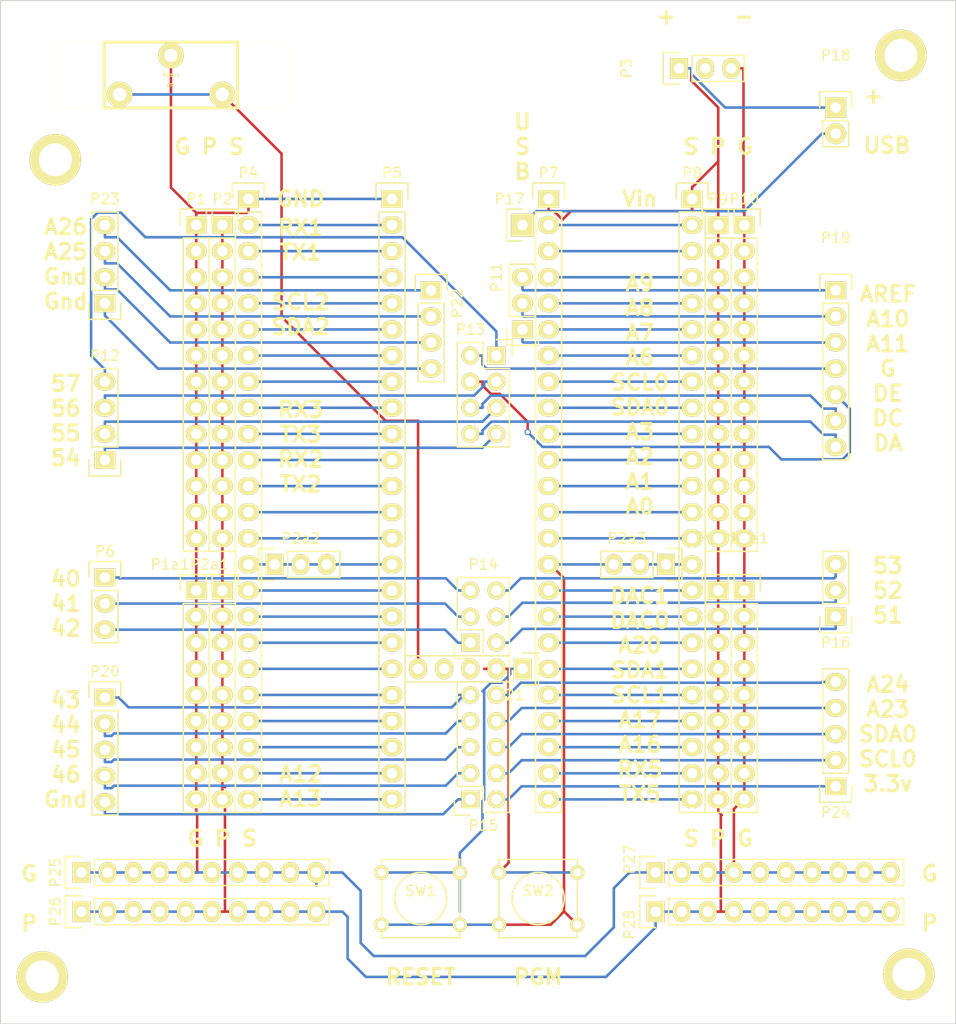
<source format=kicad_pcb>
(kicad_pcb (version 4) (host pcbnew 4.0.4-stable)

  (general
    (links 227)
    (no_connects 0)
    (area 65.989999 31.445999 159.054001 131.114001)
    (thickness 1.6)
    (drawings 29)
    (tracks 426)
    (zones 0)
    (modules 41)
    (nets 88)
  )

  (page A4)
  (layers
    (0 F.Cu signal)
    (31 B.Cu signal)
    (32 B.Adhes user)
    (33 F.Adhes user)
    (34 B.Paste user)
    (35 F.Paste user)
    (36 B.SilkS user)
    (37 F.SilkS user)
    (38 B.Mask user)
    (39 F.Mask user)
    (40 Dwgs.User user)
    (41 Cmts.User user)
    (42 Eco1.User user)
    (43 Eco2.User user)
    (44 Edge.Cuts user)
    (45 Margin user)
    (46 B.CrtYd user)
    (47 F.CrtYd user)
    (48 B.Fab user)
    (49 F.Fab user)
  )

  (setup
    (last_trace_width 0.25)
    (trace_clearance 0.2)
    (zone_clearance 0.508)
    (zone_45_only no)
    (trace_min 0.2)
    (segment_width 0.2)
    (edge_width 0.1)
    (via_size 0.6)
    (via_drill 0.4)
    (via_min_size 0.4)
    (via_min_drill 0.3)
    (uvia_size 0.3)
    (uvia_drill 0.1)
    (uvias_allowed no)
    (uvia_min_size 0.2)
    (uvia_min_drill 0.1)
    (pcb_text_width 0.3)
    (pcb_text_size 1.5 1.5)
    (mod_edge_width 0.15)
    (mod_text_size 1 1)
    (mod_text_width 0.15)
    (pad_size 5 5)
    (pad_drill 3.2)
    (pad_to_mask_clearance 0)
    (aux_axis_origin 0 0)
    (visible_elements 7FFFFFFF)
    (pcbplotparams
      (layerselection 0x3ffff_80000001)
      (usegerberextensions false)
      (excludeedgelayer true)
      (linewidth 0.100000)
      (plotframeref false)
      (viasonmask false)
      (mode 1)
      (useauxorigin false)
      (hpglpennumber 1)
      (hpglpenspeed 20)
      (hpglpendiameter 15)
      (hpglpenoverlay 2)
      (psnegative false)
      (psa4output false)
      (plotreference true)
      (plotvalue true)
      (plotinvisibletext false)
      (padsonsilk false)
      (subtractmaskfromsilk false)
      (outputformat 1)
      (mirror false)
      (drillshape 0)
      (scaleselection 1)
      (outputdirectory Gerbers/))
  )

  (net 0 "")
  (net 1 "Net-(BT1-Pad1)")
  (net 2 "Net-(BT1-Pad2)")
  (net 3 "Net-(P18-Pad1)")
  (net 4 "Net-(P2a2-Pad1)")
  (net 5 "Net-(P2a3-Pad1)")
  (net 6 "Net-(P3-Pad2)")
  (net 7 "Net-(P4-Pad2)")
  (net 8 "Net-(P4-Pad3)")
  (net 9 "Net-(P4-Pad4)")
  (net 10 "Net-(P4-Pad5)")
  (net 11 "Net-(P4-Pad6)")
  (net 12 "Net-(P4-Pad7)")
  (net 13 "Net-(P4-Pad8)")
  (net 14 "Net-(P4-Pad9)")
  (net 15 "Net-(P4-Pad10)")
  (net 16 "Net-(P4-Pad11)")
  (net 17 "Net-(P4-Pad12)")
  (net 18 "Net-(P4-Pad13)")
  (net 19 "Net-(P4-Pad14)")
  (net 20 "Net-(P4-Pad16)")
  (net 21 "Net-(P4-Pad17)")
  (net 22 "Net-(P4-Pad18)")
  (net 23 "Net-(P4-Pad19)")
  (net 24 "Net-(P4-Pad20)")
  (net 25 "Net-(P4-Pad21)")
  (net 26 "Net-(P4-Pad22)")
  (net 27 "Net-(P4-Pad23)")
  (net 28 "Net-(P4-Pad24)")
  (net 29 "Net-(P14-Pad5)")
  (net 30 "Net-(P14-Pad3)")
  (net 31 "Net-(P14-Pad1)")
  (net 32 "Net-(P7-Pad2)")
  (net 33 "Net-(P7-Pad3)")
  (net 34 "Net-(P7-Pad4)")
  (net 35 "Net-(P7-Pad5)")
  (net 36 "Net-(P7-Pad6)")
  (net 37 "Net-(P7-Pad7)")
  (net 38 "Net-(P7-Pad8)")
  (net 39 "Net-(P7-Pad9)")
  (net 40 "Net-(P7-Pad10)")
  (net 41 "Net-(P7-Pad11)")
  (net 42 "Net-(P7-Pad12)")
  (net 43 "Net-(P7-Pad13)")
  (net 44 "Net-(P7-Pad14)")
  (net 45 "Net-(P7-Pad16)")
  (net 46 "Net-(P7-Pad17)")
  (net 47 "Net-(P7-Pad18)")
  (net 48 "Net-(P7-Pad19)")
  (net 49 "Net-(P7-Pad20)")
  (net 50 "Net-(P7-Pad21)")
  (net 51 "Net-(P7-Pad22)")
  (net 52 "Net-(P7-Pad23)")
  (net 53 "Net-(P7-Pad24)")
  (net 54 "Net-(P11-Pad1)")
  (net 55 "Net-(P11-Pad2)")
  (net 56 "Net-(P11-Pad3)")
  (net 57 "Net-(P12-Pad1)")
  (net 58 "Net-(P12-Pad2)")
  (net 59 "Net-(P12-Pad3)")
  (net 60 "Net-(P12-Pad4)")
  (net 61 "Net-(P13-Pad2)")
  (net 62 "Net-(P13-Pad4)")
  (net 63 "Net-(P13-Pad6)")
  (net 64 "Net-(P13-Pad8)")
  (net 65 "Net-(P14-Pad2)")
  (net 66 "Net-(P14-Pad4)")
  (net 67 "Net-(P14-Pad6)")
  (net 68 "Net-(P15-Pad1)")
  (net 69 "Net-(P15-Pad2)")
  (net 70 "Net-(P15-Pad3)")
  (net 71 "Net-(P15-Pad4)")
  (net 72 "Net-(P15-Pad5)")
  (net 73 "Net-(P15-Pad6)")
  (net 74 "Net-(P15-Pad7)")
  (net 75 "Net-(P15-Pad8)")
  (net 76 "Net-(P15-Pad9)")
  (net 77 "Net-(P15-Pad10)")
  (net 78 "Net-(P17-Pad1)")
  (net 79 "Net-(P21-Pad1)")
  (net 80 "Net-(P21-Pad2)")
  (net 81 "Net-(P21-Pad3)")
  (net 82 "Net-(P21-Pad4)")
  (net 83 "Net-(P22-Pad1)")
  (net 84 "Net-(P22-Pad2)")
  (net 85 "Net-(P22-Pad3)")
  (net 86 "Net-(P22-Pad4)")
  (net 87 "Net-(P7-Pad1)")

  (net_class Default "This is the default net class."
    (clearance 0.2)
    (trace_width 0.25)
    (via_dia 0.6)
    (via_drill 0.4)
    (uvia_dia 0.3)
    (uvia_drill 0.1)
    (add_net "Net-(BT1-Pad1)")
    (add_net "Net-(BT1-Pad2)")
    (add_net "Net-(P11-Pad1)")
    (add_net "Net-(P11-Pad2)")
    (add_net "Net-(P11-Pad3)")
    (add_net "Net-(P12-Pad1)")
    (add_net "Net-(P12-Pad2)")
    (add_net "Net-(P12-Pad3)")
    (add_net "Net-(P12-Pad4)")
    (add_net "Net-(P13-Pad2)")
    (add_net "Net-(P13-Pad4)")
    (add_net "Net-(P13-Pad6)")
    (add_net "Net-(P13-Pad8)")
    (add_net "Net-(P14-Pad1)")
    (add_net "Net-(P14-Pad2)")
    (add_net "Net-(P14-Pad3)")
    (add_net "Net-(P14-Pad4)")
    (add_net "Net-(P14-Pad5)")
    (add_net "Net-(P14-Pad6)")
    (add_net "Net-(P15-Pad1)")
    (add_net "Net-(P15-Pad10)")
    (add_net "Net-(P15-Pad2)")
    (add_net "Net-(P15-Pad3)")
    (add_net "Net-(P15-Pad4)")
    (add_net "Net-(P15-Pad5)")
    (add_net "Net-(P15-Pad6)")
    (add_net "Net-(P15-Pad7)")
    (add_net "Net-(P15-Pad8)")
    (add_net "Net-(P15-Pad9)")
    (add_net "Net-(P17-Pad1)")
    (add_net "Net-(P18-Pad1)")
    (add_net "Net-(P21-Pad1)")
    (add_net "Net-(P21-Pad2)")
    (add_net "Net-(P21-Pad3)")
    (add_net "Net-(P21-Pad4)")
    (add_net "Net-(P22-Pad1)")
    (add_net "Net-(P22-Pad2)")
    (add_net "Net-(P22-Pad3)")
    (add_net "Net-(P22-Pad4)")
    (add_net "Net-(P2a2-Pad1)")
    (add_net "Net-(P2a3-Pad1)")
    (add_net "Net-(P3-Pad2)")
    (add_net "Net-(P4-Pad10)")
    (add_net "Net-(P4-Pad11)")
    (add_net "Net-(P4-Pad12)")
    (add_net "Net-(P4-Pad13)")
    (add_net "Net-(P4-Pad14)")
    (add_net "Net-(P4-Pad16)")
    (add_net "Net-(P4-Pad17)")
    (add_net "Net-(P4-Pad18)")
    (add_net "Net-(P4-Pad19)")
    (add_net "Net-(P4-Pad2)")
    (add_net "Net-(P4-Pad20)")
    (add_net "Net-(P4-Pad21)")
    (add_net "Net-(P4-Pad22)")
    (add_net "Net-(P4-Pad23)")
    (add_net "Net-(P4-Pad24)")
    (add_net "Net-(P4-Pad3)")
    (add_net "Net-(P4-Pad4)")
    (add_net "Net-(P4-Pad5)")
    (add_net "Net-(P4-Pad6)")
    (add_net "Net-(P4-Pad7)")
    (add_net "Net-(P4-Pad8)")
    (add_net "Net-(P4-Pad9)")
    (add_net "Net-(P7-Pad1)")
    (add_net "Net-(P7-Pad10)")
    (add_net "Net-(P7-Pad11)")
    (add_net "Net-(P7-Pad12)")
    (add_net "Net-(P7-Pad13)")
    (add_net "Net-(P7-Pad14)")
    (add_net "Net-(P7-Pad16)")
    (add_net "Net-(P7-Pad17)")
    (add_net "Net-(P7-Pad18)")
    (add_net "Net-(P7-Pad19)")
    (add_net "Net-(P7-Pad2)")
    (add_net "Net-(P7-Pad20)")
    (add_net "Net-(P7-Pad21)")
    (add_net "Net-(P7-Pad22)")
    (add_net "Net-(P7-Pad23)")
    (add_net "Net-(P7-Pad24)")
    (add_net "Net-(P7-Pad3)")
    (add_net "Net-(P7-Pad4)")
    (add_net "Net-(P7-Pad5)")
    (add_net "Net-(P7-Pad6)")
    (add_net "Net-(P7-Pad7)")
    (add_net "Net-(P7-Pad8)")
    (add_net "Net-(P7-Pad9)")
  )

  (module Buttons_Switches_ThroughHole:SW_PUSH_SMALL (layer F.Cu) (tedit 580FDD94) (tstamp 580FD74C)
    (at 118.364 118.872)
    (path /57FA11FD)
    (fp_text reference SW2 (at 0 -0.762) (layer F.SilkS)
      (effects (font (size 1 1) (thickness 0.15)))
    )
    (fp_text value SW_PUSH_SMALL_H (at 1.27 5.08) (layer F.Fab)
      (effects (font (size 1 1) (thickness 0.15)))
    )
    (fp_circle (center 0 0) (end 0 -2.54) (layer F.SilkS) (width 0.15))
    (fp_line (start -3.81 -3.81) (end 3.81 -3.81) (layer F.SilkS) (width 0.15))
    (fp_line (start 3.81 -3.81) (end 3.81 3.81) (layer F.SilkS) (width 0.15))
    (fp_line (start 3.81 3.81) (end -3.81 3.81) (layer F.SilkS) (width 0.15))
    (fp_line (start -3.81 -3.81) (end -3.81 3.81) (layer F.SilkS) (width 0.15))
    (pad 1 thru_hole circle (at 3.81 -2.54) (size 1.397 1.397) (drill 0.8128) (layers *.Cu *.Mask F.SilkS)
      (net 80 "Net-(P21-Pad2)"))
    (pad 2 thru_hole circle (at 3.81 2.54) (size 1.397 1.397) (drill 0.8128) (layers *.Cu *.Mask F.SilkS)
      (net 5 "Net-(P2a3-Pad1)"))
    (pad 1 thru_hole circle (at -3.81 -2.54) (size 1.397 1.397) (drill 0.8128) (layers *.Cu *.Mask F.SilkS)
      (net 80 "Net-(P21-Pad2)"))
    (pad 2 thru_hole circle (at -3.81 2.54) (size 1.397 1.397) (drill 0.8128) (layers *.Cu *.Mask F.SilkS)
      (net 5 "Net-(P2a3-Pad1)"))
  )

  (module Pin_Headers:Pin_Header_Straight_1x10 (layer F.Cu) (tedit 580FDDB6) (tstamp 580FD73C)
    (at 129.794 120.142 90)
    (descr "Through hole pin header")
    (tags "pin header")
    (path /57F97416)
    (fp_text reference P28 (at -1.27 -2.54 90) (layer F.SilkS)
      (effects (font (size 1 1) (thickness 0.15)))
    )
    (fp_text value CONN_01X10 (at -3.81 5.08 180) (layer F.Fab)
      (effects (font (size 1 1) (thickness 0.15)))
    )
    (fp_line (start -1.75 -1.75) (end -1.75 24.65) (layer F.CrtYd) (width 0.05))
    (fp_line (start 1.75 -1.75) (end 1.75 24.65) (layer F.CrtYd) (width 0.05))
    (fp_line (start -1.75 -1.75) (end 1.75 -1.75) (layer F.CrtYd) (width 0.05))
    (fp_line (start -1.75 24.65) (end 1.75 24.65) (layer F.CrtYd) (width 0.05))
    (fp_line (start 1.27 1.27) (end 1.27 24.13) (layer F.SilkS) (width 0.15))
    (fp_line (start 1.27 24.13) (end -1.27 24.13) (layer F.SilkS) (width 0.15))
    (fp_line (start -1.27 24.13) (end -1.27 1.27) (layer F.SilkS) (width 0.15))
    (fp_line (start 1.55 -1.55) (end 1.55 0) (layer F.SilkS) (width 0.15))
    (fp_line (start 1.27 1.27) (end -1.27 1.27) (layer F.SilkS) (width 0.15))
    (fp_line (start -1.55 0) (end -1.55 -1.55) (layer F.SilkS) (width 0.15))
    (fp_line (start -1.55 -1.55) (end 1.55 -1.55) (layer F.SilkS) (width 0.15))
    (pad 1 thru_hole rect (at 0 0 90) (size 2.032 1.7272) (drill 1.016) (layers *.Cu *.Mask F.SilkS)
      (net 3 "Net-(P18-Pad1)"))
    (pad 2 thru_hole oval (at 0 2.54 90) (size 2.032 1.7272) (drill 1.016) (layers *.Cu *.Mask F.SilkS)
      (net 3 "Net-(P18-Pad1)"))
    (pad 3 thru_hole oval (at 0 5.08 90) (size 2.032 1.7272) (drill 1.016) (layers *.Cu *.Mask F.SilkS)
      (net 3 "Net-(P18-Pad1)"))
    (pad 4 thru_hole oval (at 0 7.62 90) (size 2.032 1.7272) (drill 1.016) (layers *.Cu *.Mask F.SilkS)
      (net 3 "Net-(P18-Pad1)"))
    (pad 5 thru_hole oval (at 0 10.16 90) (size 2.032 1.7272) (drill 1.016) (layers *.Cu *.Mask F.SilkS)
      (net 3 "Net-(P18-Pad1)"))
    (pad 6 thru_hole oval (at 0 12.7 90) (size 2.032 1.7272) (drill 1.016) (layers *.Cu *.Mask F.SilkS)
      (net 3 "Net-(P18-Pad1)"))
    (pad 7 thru_hole oval (at 0 15.24 90) (size 2.032 1.7272) (drill 1.016) (layers *.Cu *.Mask F.SilkS)
      (net 3 "Net-(P18-Pad1)"))
    (pad 8 thru_hole oval (at 0 17.78 90) (size 2.032 1.7272) (drill 1.016) (layers *.Cu *.Mask F.SilkS)
      (net 3 "Net-(P18-Pad1)"))
    (pad 9 thru_hole oval (at 0 20.32 90) (size 2.032 1.7272) (drill 1.016) (layers *.Cu *.Mask F.SilkS)
      (net 3 "Net-(P18-Pad1)"))
    (pad 10 thru_hole oval (at 0 22.86 90) (size 2.032 1.7272) (drill 1.016) (layers *.Cu *.Mask F.SilkS)
      (net 3 "Net-(P18-Pad1)"))
    (model Pin_Headers.3dshapes/Pin_Header_Straight_1x10.wrl
      (at (xyz 0 -0.45 0))
      (scale (xyz 1 1 1))
      (rotate (xyz 0 0 90))
    )
  )

  (module Pin_Headers:Pin_Header_Straight_1x10 (layer F.Cu) (tedit 580FDB57) (tstamp 580FD720)
    (at 73.914 120.142 90)
    (descr "Through hole pin header")
    (tags "pin header")
    (path /57F9782E)
    (fp_text reference P26 (at 0 -2.54 90) (layer F.SilkS)
      (effects (font (size 1 1) (thickness 0.15)))
    )
    (fp_text value CONN_01X10 (at -3.81 3.81 180) (layer F.Fab)
      (effects (font (size 1 1) (thickness 0.15)))
    )
    (fp_line (start -1.75 -1.75) (end -1.75 24.65) (layer F.CrtYd) (width 0.05))
    (fp_line (start 1.75 -1.75) (end 1.75 24.65) (layer F.CrtYd) (width 0.05))
    (fp_line (start -1.75 -1.75) (end 1.75 -1.75) (layer F.CrtYd) (width 0.05))
    (fp_line (start -1.75 24.65) (end 1.75 24.65) (layer F.CrtYd) (width 0.05))
    (fp_line (start 1.27 1.27) (end 1.27 24.13) (layer F.SilkS) (width 0.15))
    (fp_line (start 1.27 24.13) (end -1.27 24.13) (layer F.SilkS) (width 0.15))
    (fp_line (start -1.27 24.13) (end -1.27 1.27) (layer F.SilkS) (width 0.15))
    (fp_line (start 1.55 -1.55) (end 1.55 0) (layer F.SilkS) (width 0.15))
    (fp_line (start 1.27 1.27) (end -1.27 1.27) (layer F.SilkS) (width 0.15))
    (fp_line (start -1.55 0) (end -1.55 -1.55) (layer F.SilkS) (width 0.15))
    (fp_line (start -1.55 -1.55) (end 1.55 -1.55) (layer F.SilkS) (width 0.15))
    (pad 1 thru_hole rect (at 0 0 90) (size 2.032 1.7272) (drill 1.016) (layers *.Cu *.Mask F.SilkS)
      (net 3 "Net-(P18-Pad1)"))
    (pad 2 thru_hole oval (at 0 2.54 90) (size 2.032 1.7272) (drill 1.016) (layers *.Cu *.Mask F.SilkS)
      (net 3 "Net-(P18-Pad1)"))
    (pad 3 thru_hole oval (at 0 5.08 90) (size 2.032 1.7272) (drill 1.016) (layers *.Cu *.Mask F.SilkS)
      (net 3 "Net-(P18-Pad1)"))
    (pad 4 thru_hole oval (at 0 7.62 90) (size 2.032 1.7272) (drill 1.016) (layers *.Cu *.Mask F.SilkS)
      (net 3 "Net-(P18-Pad1)"))
    (pad 5 thru_hole oval (at 0 10.16 90) (size 2.032 1.7272) (drill 1.016) (layers *.Cu *.Mask F.SilkS)
      (net 3 "Net-(P18-Pad1)"))
    (pad 6 thru_hole oval (at 0 12.7 90) (size 2.032 1.7272) (drill 1.016) (layers *.Cu *.Mask F.SilkS)
      (net 3 "Net-(P18-Pad1)"))
    (pad 7 thru_hole oval (at 0 15.24 90) (size 2.032 1.7272) (drill 1.016) (layers *.Cu *.Mask F.SilkS)
      (net 3 "Net-(P18-Pad1)"))
    (pad 8 thru_hole oval (at 0 17.78 90) (size 2.032 1.7272) (drill 1.016) (layers *.Cu *.Mask F.SilkS)
      (net 3 "Net-(P18-Pad1)"))
    (pad 9 thru_hole oval (at 0 20.32 90) (size 2.032 1.7272) (drill 1.016) (layers *.Cu *.Mask F.SilkS)
      (net 3 "Net-(P18-Pad1)"))
    (pad 10 thru_hole oval (at 0 22.86 90) (size 2.032 1.7272) (drill 1.016) (layers *.Cu *.Mask F.SilkS)
      (net 3 "Net-(P18-Pad1)"))
    (model Pin_Headers.3dshapes/Pin_Header_Straight_1x10.wrl
      (at (xyz 0 -0.45 0))
      (scale (xyz 1 1 1))
      (rotate (xyz 0 0 90))
    )
  )

  (module Pin_Headers:Pin_Header_Straight_1x10 (layer F.Cu) (tedit 580FDB53) (tstamp 580FD712)
    (at 73.914 116.332 90)
    (descr "Through hole pin header")
    (tags "pin header")
    (path /57F97828)
    (fp_text reference P25 (at 0 -2.54 90) (layer F.SilkS)
      (effects (font (size 1 1) (thickness 0.15)))
    )
    (fp_text value CONN_01X10 (at 3.81 3.81 180) (layer F.Fab)
      (effects (font (size 1 1) (thickness 0.15)))
    )
    (fp_line (start -1.75 -1.75) (end -1.75 24.65) (layer F.CrtYd) (width 0.05))
    (fp_line (start 1.75 -1.75) (end 1.75 24.65) (layer F.CrtYd) (width 0.05))
    (fp_line (start -1.75 -1.75) (end 1.75 -1.75) (layer F.CrtYd) (width 0.05))
    (fp_line (start -1.75 24.65) (end 1.75 24.65) (layer F.CrtYd) (width 0.05))
    (fp_line (start 1.27 1.27) (end 1.27 24.13) (layer F.SilkS) (width 0.15))
    (fp_line (start 1.27 24.13) (end -1.27 24.13) (layer F.SilkS) (width 0.15))
    (fp_line (start -1.27 24.13) (end -1.27 1.27) (layer F.SilkS) (width 0.15))
    (fp_line (start 1.55 -1.55) (end 1.55 0) (layer F.SilkS) (width 0.15))
    (fp_line (start 1.27 1.27) (end -1.27 1.27) (layer F.SilkS) (width 0.15))
    (fp_line (start -1.55 0) (end -1.55 -1.55) (layer F.SilkS) (width 0.15))
    (fp_line (start -1.55 -1.55) (end 1.55 -1.55) (layer F.SilkS) (width 0.15))
    (pad 1 thru_hole rect (at 0 0 90) (size 2.032 1.7272) (drill 1.016) (layers *.Cu *.Mask F.SilkS)
      (net 2 "Net-(BT1-Pad2)"))
    (pad 2 thru_hole oval (at 0 2.54 90) (size 2.032 1.7272) (drill 1.016) (layers *.Cu *.Mask F.SilkS)
      (net 2 "Net-(BT1-Pad2)"))
    (pad 3 thru_hole oval (at 0 5.08 90) (size 2.032 1.7272) (drill 1.016) (layers *.Cu *.Mask F.SilkS)
      (net 2 "Net-(BT1-Pad2)"))
    (pad 4 thru_hole oval (at 0 7.62 90) (size 2.032 1.7272) (drill 1.016) (layers *.Cu *.Mask F.SilkS)
      (net 2 "Net-(BT1-Pad2)"))
    (pad 5 thru_hole oval (at 0 10.16 90) (size 2.032 1.7272) (drill 1.016) (layers *.Cu *.Mask F.SilkS)
      (net 2 "Net-(BT1-Pad2)"))
    (pad 6 thru_hole oval (at 0 12.7 90) (size 2.032 1.7272) (drill 1.016) (layers *.Cu *.Mask F.SilkS)
      (net 2 "Net-(BT1-Pad2)"))
    (pad 7 thru_hole oval (at 0 15.24 90) (size 2.032 1.7272) (drill 1.016) (layers *.Cu *.Mask F.SilkS)
      (net 2 "Net-(BT1-Pad2)"))
    (pad 8 thru_hole oval (at 0 17.78 90) (size 2.032 1.7272) (drill 1.016) (layers *.Cu *.Mask F.SilkS)
      (net 2 "Net-(BT1-Pad2)"))
    (pad 9 thru_hole oval (at 0 20.32 90) (size 2.032 1.7272) (drill 1.016) (layers *.Cu *.Mask F.SilkS)
      (net 2 "Net-(BT1-Pad2)"))
    (pad 10 thru_hole oval (at 0 22.86 90) (size 2.032 1.7272) (drill 1.016) (layers *.Cu *.Mask F.SilkS)
      (net 2 "Net-(BT1-Pad2)"))
    (model Pin_Headers.3dshapes/Pin_Header_Straight_1x10.wrl
      (at (xyz 0 -0.45 0))
      (scale (xyz 1 1 1))
      (rotate (xyz 0 0 90))
    )
  )

  (module Battery_Holders:BAT_HOLDER_2032 (layer F.Cu) (tedit 5045E603) (tstamp 580FD585)
    (at 82.6287 38.7401)
    (path /57F7F26E)
    (fp_text reference BT1 (at 0 1.00076) (layer F.SilkS)
      (effects (font (size 0.29972 0.29972) (thickness 0.0762)))
    )
    (fp_text value Battery (at 0 0) (layer F.SilkS)
      (effects (font (size 0.29972 0.29972) (thickness 0.0762)))
    )
    (fp_line (start 6.49986 3.2004) (end -6.49986 3.2004) (layer F.SilkS) (width 0.29972))
    (fp_line (start 6.49986 -3.2004) (end -6.49986 -3.2004) (layer F.SilkS) (width 0.29972))
    (fp_line (start -6.49986 3.2004) (end -6.49986 -3.2004) (layer F.SilkS) (width 0.29972))
    (fp_line (start 6.49986 3.2004) (end 6.49986 -3.2004) (layer F.SilkS) (width 0.29972))
    (fp_line (start -11.39952 -3.2004) (end 11.39952 -3.2004) (layer F.SilkS) (width 0.01016))
    (fp_line (start 11.39952 -3.2004) (end 11.39952 3.2004) (layer F.SilkS) (width 0.01016))
    (fp_line (start 11.39952 3.2004) (end -11.39952 3.2004) (layer F.SilkS) (width 0.01016))
    (fp_line (start -11.39952 3.2004) (end -11.39952 -3.2004) (layer F.SilkS) (width 0.01016))
    (pad 1 thru_hole circle (at -5.00126 1.89992) (size 2.49936 2.49936) (drill 1.30048) (layers *.Cu *.Mask F.SilkS)
      (net 1 "Net-(BT1-Pad1)"))
    (pad 2 thru_hole circle (at 0 -1.89992) (size 2.49936 2.49936) (drill 1.30048) (layers *.Cu *.Mask F.SilkS)
      (net 2 "Net-(BT1-Pad2)"))
    (pad 1 thru_hole circle (at 5.00126 1.89992) (size 2.49936 2.49936) (drill 1.30048) (layers *.Cu *.Mask F.SilkS)
      (net 1 "Net-(BT1-Pad1)"))
  )

  (module Pin_Headers:Pin_Header_Straight_1x13 (layer F.Cu) (tedit 580FDB7E) (tstamp 580FD596)
    (at 85.09 53.34)
    (descr "Through hole pin header")
    (tags "pin header")
    (path /57F99DE5)
    (fp_text reference P1 (at 0 -2.54) (layer F.SilkS)
      (effects (font (size 1 1) (thickness 0.15)))
    )
    (fp_text value CONN_01X13 (at -3.81 -3.81 90) (layer F.Fab)
      (effects (font (size 1 1) (thickness 0.15)))
    )
    (fp_line (start -1.75 -1.75) (end -1.75 32.25) (layer F.CrtYd) (width 0.05))
    (fp_line (start 1.75 -1.75) (end 1.75 32.25) (layer F.CrtYd) (width 0.05))
    (fp_line (start -1.75 -1.75) (end 1.75 -1.75) (layer F.CrtYd) (width 0.05))
    (fp_line (start -1.75 32.25) (end 1.75 32.25) (layer F.CrtYd) (width 0.05))
    (fp_line (start -1.27 1.27) (end -1.27 31.75) (layer F.SilkS) (width 0.15))
    (fp_line (start -1.27 31.75) (end 1.27 31.75) (layer F.SilkS) (width 0.15))
    (fp_line (start 1.27 31.75) (end 1.27 1.27) (layer F.SilkS) (width 0.15))
    (fp_line (start 1.55 -1.55) (end 1.55 0) (layer F.SilkS) (width 0.15))
    (fp_line (start 1.27 1.27) (end -1.27 1.27) (layer F.SilkS) (width 0.15))
    (fp_line (start -1.55 0) (end -1.55 -1.55) (layer F.SilkS) (width 0.15))
    (fp_line (start -1.55 -1.55) (end 1.55 -1.55) (layer F.SilkS) (width 0.15))
    (pad 1 thru_hole rect (at 0 0) (size 2.032 1.7272) (drill 1.016) (layers *.Cu *.Mask F.SilkS)
      (net 2 "Net-(BT1-Pad2)"))
    (pad 2 thru_hole oval (at 0 2.54) (size 2.032 1.7272) (drill 1.016) (layers *.Cu *.Mask F.SilkS)
      (net 2 "Net-(BT1-Pad2)"))
    (pad 3 thru_hole oval (at 0 5.08) (size 2.032 1.7272) (drill 1.016) (layers *.Cu *.Mask F.SilkS)
      (net 2 "Net-(BT1-Pad2)"))
    (pad 4 thru_hole oval (at 0 7.62) (size 2.032 1.7272) (drill 1.016) (layers *.Cu *.Mask F.SilkS)
      (net 2 "Net-(BT1-Pad2)"))
    (pad 5 thru_hole oval (at 0 10.16) (size 2.032 1.7272) (drill 1.016) (layers *.Cu *.Mask F.SilkS)
      (net 2 "Net-(BT1-Pad2)"))
    (pad 6 thru_hole oval (at 0 12.7) (size 2.032 1.7272) (drill 1.016) (layers *.Cu *.Mask F.SilkS)
      (net 2 "Net-(BT1-Pad2)"))
    (pad 7 thru_hole oval (at 0 15.24) (size 2.032 1.7272) (drill 1.016) (layers *.Cu *.Mask F.SilkS)
      (net 2 "Net-(BT1-Pad2)"))
    (pad 8 thru_hole oval (at 0 17.78) (size 2.032 1.7272) (drill 1.016) (layers *.Cu *.Mask F.SilkS)
      (net 2 "Net-(BT1-Pad2)"))
    (pad 9 thru_hole oval (at 0 20.32) (size 2.032 1.7272) (drill 1.016) (layers *.Cu *.Mask F.SilkS)
      (net 2 "Net-(BT1-Pad2)"))
    (pad 10 thru_hole oval (at 0 22.86) (size 2.032 1.7272) (drill 1.016) (layers *.Cu *.Mask F.SilkS)
      (net 2 "Net-(BT1-Pad2)"))
    (pad 11 thru_hole oval (at 0 25.4) (size 2.032 1.7272) (drill 1.016) (layers *.Cu *.Mask F.SilkS)
      (net 2 "Net-(BT1-Pad2)"))
    (pad 12 thru_hole oval (at 0 27.94) (size 2.032 1.7272) (drill 1.016) (layers *.Cu *.Mask F.SilkS)
      (net 2 "Net-(BT1-Pad2)"))
    (pad 13 thru_hole oval (at 0 30.48) (size 2.032 1.7272) (drill 1.016) (layers *.Cu *.Mask F.SilkS)
      (net 2 "Net-(BT1-Pad2)"))
    (model Pin_Headers.3dshapes/Pin_Header_Straight_1x13.wrl
      (at (xyz 0 -0.6 0))
      (scale (xyz 1 1 1))
      (rotate (xyz 0 0 90))
    )
  )

  (module Pin_Headers:Pin_Header_Straight_1x09 (layer F.Cu) (tedit 580FDC08) (tstamp 580FD5A3)
    (at 85.09 88.9)
    (descr "Through hole pin header")
    (tags "pin header")
    (path /57F99DF1)
    (fp_text reference P1a1 (at -2.54 -2.54) (layer F.SilkS)
      (effects (font (size 1 1) (thickness 0.15)))
    )
    (fp_text value CONN_01X09 (at -2.54 6.35 90) (layer F.Fab)
      (effects (font (size 1 1) (thickness 0.15)))
    )
    (fp_line (start -1.75 -1.75) (end -1.75 22.1) (layer F.CrtYd) (width 0.05))
    (fp_line (start 1.75 -1.75) (end 1.75 22.1) (layer F.CrtYd) (width 0.05))
    (fp_line (start -1.75 -1.75) (end 1.75 -1.75) (layer F.CrtYd) (width 0.05))
    (fp_line (start -1.75 22.1) (end 1.75 22.1) (layer F.CrtYd) (width 0.05))
    (fp_line (start 1.27 1.27) (end 1.27 21.59) (layer F.SilkS) (width 0.15))
    (fp_line (start 1.27 21.59) (end -1.27 21.59) (layer F.SilkS) (width 0.15))
    (fp_line (start -1.27 21.59) (end -1.27 1.27) (layer F.SilkS) (width 0.15))
    (fp_line (start 1.55 -1.55) (end 1.55 0) (layer F.SilkS) (width 0.15))
    (fp_line (start 1.27 1.27) (end -1.27 1.27) (layer F.SilkS) (width 0.15))
    (fp_line (start -1.55 0) (end -1.55 -1.55) (layer F.SilkS) (width 0.15))
    (fp_line (start -1.55 -1.55) (end 1.55 -1.55) (layer F.SilkS) (width 0.15))
    (pad 1 thru_hole rect (at 0 0) (size 2.032 1.7272) (drill 1.016) (layers *.Cu *.Mask F.SilkS)
      (net 2 "Net-(BT1-Pad2)"))
    (pad 2 thru_hole oval (at 0 2.54) (size 2.032 1.7272) (drill 1.016) (layers *.Cu *.Mask F.SilkS)
      (net 2 "Net-(BT1-Pad2)"))
    (pad 3 thru_hole oval (at 0 5.08) (size 2.032 1.7272) (drill 1.016) (layers *.Cu *.Mask F.SilkS)
      (net 2 "Net-(BT1-Pad2)"))
    (pad 4 thru_hole oval (at 0 7.62) (size 2.032 1.7272) (drill 1.016) (layers *.Cu *.Mask F.SilkS)
      (net 2 "Net-(BT1-Pad2)"))
    (pad 5 thru_hole oval (at 0 10.16) (size 2.032 1.7272) (drill 1.016) (layers *.Cu *.Mask F.SilkS)
      (net 2 "Net-(BT1-Pad2)"))
    (pad 6 thru_hole oval (at 0 12.7) (size 2.032 1.7272) (drill 1.016) (layers *.Cu *.Mask F.SilkS)
      (net 2 "Net-(BT1-Pad2)"))
    (pad 7 thru_hole oval (at 0 15.24) (size 2.032 1.7272) (drill 1.016) (layers *.Cu *.Mask F.SilkS)
      (net 2 "Net-(BT1-Pad2)"))
    (pad 8 thru_hole oval (at 0 17.78) (size 2.032 1.7272) (drill 1.016) (layers *.Cu *.Mask F.SilkS)
      (net 2 "Net-(BT1-Pad2)"))
    (pad 9 thru_hole oval (at 0 20.32) (size 2.032 1.7272) (drill 1.016) (layers *.Cu *.Mask F.SilkS)
      (net 2 "Net-(BT1-Pad2)"))
    (model Pin_Headers.3dshapes/Pin_Header_Straight_1x09.wrl
      (at (xyz 0 -0.4 0))
      (scale (xyz 1 1 1))
      (rotate (xyz 0 0 90))
    )
  )

  (module Pin_Headers:Pin_Header_Straight_1x13 (layer F.Cu) (tedit 580FDB9F) (tstamp 580FD5B4)
    (at 87.63 53.34)
    (descr "Through hole pin header")
    (tags "pin header")
    (path /57F99DDF)
    (fp_text reference P2 (at 0 -2.54) (layer F.SilkS)
      (effects (font (size 1 1) (thickness 0.15)))
    )
    (fp_text value CONN_01X13 (at -5.08 -1.27 90) (layer F.Fab)
      (effects (font (size 1 1) (thickness 0.15)))
    )
    (fp_line (start -1.75 -1.75) (end -1.75 32.25) (layer F.CrtYd) (width 0.05))
    (fp_line (start 1.75 -1.75) (end 1.75 32.25) (layer F.CrtYd) (width 0.05))
    (fp_line (start -1.75 -1.75) (end 1.75 -1.75) (layer F.CrtYd) (width 0.05))
    (fp_line (start -1.75 32.25) (end 1.75 32.25) (layer F.CrtYd) (width 0.05))
    (fp_line (start -1.27 1.27) (end -1.27 31.75) (layer F.SilkS) (width 0.15))
    (fp_line (start -1.27 31.75) (end 1.27 31.75) (layer F.SilkS) (width 0.15))
    (fp_line (start 1.27 31.75) (end 1.27 1.27) (layer F.SilkS) (width 0.15))
    (fp_line (start 1.55 -1.55) (end 1.55 0) (layer F.SilkS) (width 0.15))
    (fp_line (start 1.27 1.27) (end -1.27 1.27) (layer F.SilkS) (width 0.15))
    (fp_line (start -1.55 0) (end -1.55 -1.55) (layer F.SilkS) (width 0.15))
    (fp_line (start -1.55 -1.55) (end 1.55 -1.55) (layer F.SilkS) (width 0.15))
    (pad 1 thru_hole rect (at 0 0) (size 2.032 1.7272) (drill 1.016) (layers *.Cu *.Mask F.SilkS)
      (net 3 "Net-(P18-Pad1)"))
    (pad 2 thru_hole oval (at 0 2.54) (size 2.032 1.7272) (drill 1.016) (layers *.Cu *.Mask F.SilkS)
      (net 3 "Net-(P18-Pad1)"))
    (pad 3 thru_hole oval (at 0 5.08) (size 2.032 1.7272) (drill 1.016) (layers *.Cu *.Mask F.SilkS)
      (net 3 "Net-(P18-Pad1)"))
    (pad 4 thru_hole oval (at 0 7.62) (size 2.032 1.7272) (drill 1.016) (layers *.Cu *.Mask F.SilkS)
      (net 3 "Net-(P18-Pad1)"))
    (pad 5 thru_hole oval (at 0 10.16) (size 2.032 1.7272) (drill 1.016) (layers *.Cu *.Mask F.SilkS)
      (net 3 "Net-(P18-Pad1)"))
    (pad 6 thru_hole oval (at 0 12.7) (size 2.032 1.7272) (drill 1.016) (layers *.Cu *.Mask F.SilkS)
      (net 3 "Net-(P18-Pad1)"))
    (pad 7 thru_hole oval (at 0 15.24) (size 2.032 1.7272) (drill 1.016) (layers *.Cu *.Mask F.SilkS)
      (net 3 "Net-(P18-Pad1)"))
    (pad 8 thru_hole oval (at 0 17.78) (size 2.032 1.7272) (drill 1.016) (layers *.Cu *.Mask F.SilkS)
      (net 3 "Net-(P18-Pad1)"))
    (pad 9 thru_hole oval (at 0 20.32) (size 2.032 1.7272) (drill 1.016) (layers *.Cu *.Mask F.SilkS)
      (net 3 "Net-(P18-Pad1)"))
    (pad 10 thru_hole oval (at 0 22.86) (size 2.032 1.7272) (drill 1.016) (layers *.Cu *.Mask F.SilkS)
      (net 3 "Net-(P18-Pad1)"))
    (pad 11 thru_hole oval (at 0 25.4) (size 2.032 1.7272) (drill 1.016) (layers *.Cu *.Mask F.SilkS)
      (net 3 "Net-(P18-Pad1)"))
    (pad 12 thru_hole oval (at 0 27.94) (size 2.032 1.7272) (drill 1.016) (layers *.Cu *.Mask F.SilkS)
      (net 3 "Net-(P18-Pad1)"))
    (pad 13 thru_hole oval (at 0 30.48) (size 2.032 1.7272) (drill 1.016) (layers *.Cu *.Mask F.SilkS)
      (net 3 "Net-(P18-Pad1)"))
    (model Pin_Headers.3dshapes/Pin_Header_Straight_1x13.wrl
      (at (xyz 0 -0.6 0))
      (scale (xyz 1 1 1))
      (rotate (xyz 0 0 90))
    )
  )

  (module Pin_Headers:Pin_Header_Straight_1x09 (layer F.Cu) (tedit 580FDC6A) (tstamp 580FD5C1)
    (at 87.63 88.9)
    (descr "Through hole pin header")
    (tags "pin header")
    (path /57F99DEB)
    (fp_text reference P2a1 (at -1.27 -2.54) (layer F.SilkS)
      (effects (font (size 1 1) (thickness 0.15)))
    )
    (fp_text value CONN_01X09 (at -6.35 7.62 90) (layer F.Fab)
      (effects (font (size 1 1) (thickness 0.15)))
    )
    (fp_line (start -1.75 -1.75) (end -1.75 22.1) (layer F.CrtYd) (width 0.05))
    (fp_line (start 1.75 -1.75) (end 1.75 22.1) (layer F.CrtYd) (width 0.05))
    (fp_line (start -1.75 -1.75) (end 1.75 -1.75) (layer F.CrtYd) (width 0.05))
    (fp_line (start -1.75 22.1) (end 1.75 22.1) (layer F.CrtYd) (width 0.05))
    (fp_line (start 1.27 1.27) (end 1.27 21.59) (layer F.SilkS) (width 0.15))
    (fp_line (start 1.27 21.59) (end -1.27 21.59) (layer F.SilkS) (width 0.15))
    (fp_line (start -1.27 21.59) (end -1.27 1.27) (layer F.SilkS) (width 0.15))
    (fp_line (start 1.55 -1.55) (end 1.55 0) (layer F.SilkS) (width 0.15))
    (fp_line (start 1.27 1.27) (end -1.27 1.27) (layer F.SilkS) (width 0.15))
    (fp_line (start -1.55 0) (end -1.55 -1.55) (layer F.SilkS) (width 0.15))
    (fp_line (start -1.55 -1.55) (end 1.55 -1.55) (layer F.SilkS) (width 0.15))
    (pad 1 thru_hole rect (at 0 0) (size 2.032 1.7272) (drill 1.016) (layers *.Cu *.Mask F.SilkS)
      (net 3 "Net-(P18-Pad1)"))
    (pad 2 thru_hole oval (at 0 2.54) (size 2.032 1.7272) (drill 1.016) (layers *.Cu *.Mask F.SilkS)
      (net 3 "Net-(P18-Pad1)"))
    (pad 3 thru_hole oval (at 0 5.08) (size 2.032 1.7272) (drill 1.016) (layers *.Cu *.Mask F.SilkS)
      (net 3 "Net-(P18-Pad1)"))
    (pad 4 thru_hole oval (at 0 7.62) (size 2.032 1.7272) (drill 1.016) (layers *.Cu *.Mask F.SilkS)
      (net 3 "Net-(P18-Pad1)"))
    (pad 5 thru_hole oval (at 0 10.16) (size 2.032 1.7272) (drill 1.016) (layers *.Cu *.Mask F.SilkS)
      (net 3 "Net-(P18-Pad1)"))
    (pad 6 thru_hole oval (at 0 12.7) (size 2.032 1.7272) (drill 1.016) (layers *.Cu *.Mask F.SilkS)
      (net 3 "Net-(P18-Pad1)"))
    (pad 7 thru_hole oval (at 0 15.24) (size 2.032 1.7272) (drill 1.016) (layers *.Cu *.Mask F.SilkS)
      (net 3 "Net-(P18-Pad1)"))
    (pad 8 thru_hole oval (at 0 17.78) (size 2.032 1.7272) (drill 1.016) (layers *.Cu *.Mask F.SilkS)
      (net 3 "Net-(P18-Pad1)"))
    (pad 9 thru_hole oval (at 0 20.32) (size 2.032 1.7272) (drill 1.016) (layers *.Cu *.Mask F.SilkS)
      (net 3 "Net-(P18-Pad1)"))
    (model Pin_Headers.3dshapes/Pin_Header_Straight_1x09.wrl
      (at (xyz 0 -0.4 0))
      (scale (xyz 1 1 1))
      (rotate (xyz 0 0 90))
    )
  )

  (module Pin_Headers:Pin_Header_Straight_1x03 (layer F.Cu) (tedit 580FDC61) (tstamp 580FD5C8)
    (at 92.71 86.36 90)
    (descr "Through hole pin header")
    (tags "pin header")
    (path /57F88688)
    (fp_text reference P2a2 (at 2.54 2.54 180) (layer F.SilkS)
      (effects (font (size 1 1) (thickness 0.15)))
    )
    (fp_text value CONN_01X03 (at -6.35 2.54 90) (layer F.Fab)
      (effects (font (size 1 1) (thickness 0.15)))
    )
    (fp_line (start -1.75 -1.75) (end -1.75 6.85) (layer F.CrtYd) (width 0.05))
    (fp_line (start 1.75 -1.75) (end 1.75 6.85) (layer F.CrtYd) (width 0.05))
    (fp_line (start -1.75 -1.75) (end 1.75 -1.75) (layer F.CrtYd) (width 0.05))
    (fp_line (start -1.75 6.85) (end 1.75 6.85) (layer F.CrtYd) (width 0.05))
    (fp_line (start -1.27 1.27) (end -1.27 6.35) (layer F.SilkS) (width 0.15))
    (fp_line (start -1.27 6.35) (end 1.27 6.35) (layer F.SilkS) (width 0.15))
    (fp_line (start 1.27 6.35) (end 1.27 1.27) (layer F.SilkS) (width 0.15))
    (fp_line (start 1.55 -1.55) (end 1.55 0) (layer F.SilkS) (width 0.15))
    (fp_line (start 1.27 1.27) (end -1.27 1.27) (layer F.SilkS) (width 0.15))
    (fp_line (start -1.55 0) (end -1.55 -1.55) (layer F.SilkS) (width 0.15))
    (fp_line (start -1.55 -1.55) (end 1.55 -1.55) (layer F.SilkS) (width 0.15))
    (pad 1 thru_hole rect (at 0 0 90) (size 2.032 1.7272) (drill 1.016) (layers *.Cu *.Mask F.SilkS)
      (net 4 "Net-(P2a2-Pad1)"))
    (pad 2 thru_hole oval (at 0 2.54 90) (size 2.032 1.7272) (drill 1.016) (layers *.Cu *.Mask F.SilkS)
      (net 4 "Net-(P2a2-Pad1)"))
    (pad 3 thru_hole oval (at 0 5.08 90) (size 2.032 1.7272) (drill 1.016) (layers *.Cu *.Mask F.SilkS)
      (net 4 "Net-(P2a2-Pad1)"))
    (model Pin_Headers.3dshapes/Pin_Header_Straight_1x03.wrl
      (at (xyz 0 -0.1 0))
      (scale (xyz 1 1 1))
      (rotate (xyz 0 0 90))
    )
  )

  (module Pin_Headers:Pin_Header_Straight_1x03 (layer F.Cu) (tedit 0) (tstamp 580FD5CF)
    (at 130.81 86.36 270)
    (descr "Through hole pin header")
    (tags "pin header")
    (path /57FA8654)
    (fp_text reference P2a3 (at -2.54 3.81 360) (layer F.SilkS)
      (effects (font (size 1 1) (thickness 0.15)))
    )
    (fp_text value CONN_01X03 (at 0 7.62 270) (layer F.Fab)
      (effects (font (size 1 1) (thickness 0.15)))
    )
    (fp_line (start -1.75 -1.75) (end -1.75 6.85) (layer F.CrtYd) (width 0.05))
    (fp_line (start 1.75 -1.75) (end 1.75 6.85) (layer F.CrtYd) (width 0.05))
    (fp_line (start -1.75 -1.75) (end 1.75 -1.75) (layer F.CrtYd) (width 0.05))
    (fp_line (start -1.75 6.85) (end 1.75 6.85) (layer F.CrtYd) (width 0.05))
    (fp_line (start -1.27 1.27) (end -1.27 6.35) (layer F.SilkS) (width 0.15))
    (fp_line (start -1.27 6.35) (end 1.27 6.35) (layer F.SilkS) (width 0.15))
    (fp_line (start 1.27 6.35) (end 1.27 1.27) (layer F.SilkS) (width 0.15))
    (fp_line (start 1.55 -1.55) (end 1.55 0) (layer F.SilkS) (width 0.15))
    (fp_line (start 1.27 1.27) (end -1.27 1.27) (layer F.SilkS) (width 0.15))
    (fp_line (start -1.55 0) (end -1.55 -1.55) (layer F.SilkS) (width 0.15))
    (fp_line (start -1.55 -1.55) (end 1.55 -1.55) (layer F.SilkS) (width 0.15))
    (pad 1 thru_hole rect (at 0 0 270) (size 2.032 1.7272) (drill 1.016) (layers *.Cu *.Mask F.SilkS)
      (net 5 "Net-(P2a3-Pad1)"))
    (pad 2 thru_hole oval (at 0 2.54 270) (size 2.032 1.7272) (drill 1.016) (layers *.Cu *.Mask F.SilkS)
      (net 5 "Net-(P2a3-Pad1)"))
    (pad 3 thru_hole oval (at 0 5.08 270) (size 2.032 1.7272) (drill 1.016) (layers *.Cu *.Mask F.SilkS)
      (net 5 "Net-(P2a3-Pad1)"))
    (model Pin_Headers.3dshapes/Pin_Header_Straight_1x03.wrl
      (at (xyz 0 -0.1 0))
      (scale (xyz 1 1 1))
      (rotate (xyz 0 0 90))
    )
  )

  (module Pin_Headers:Pin_Header_Straight_1x03 (layer F.Cu) (tedit 0) (tstamp 580FD5D6)
    (at 132.08 38.1 90)
    (descr "Through hole pin header")
    (tags "pin header")
    (path /57F5BF7D)
    (fp_text reference P3 (at 0 -5.1 90) (layer F.SilkS)
      (effects (font (size 1 1) (thickness 0.15)))
    )
    (fp_text value CONN_01X03 (at 0 -3.1 90) (layer F.Fab)
      (effects (font (size 1 1) (thickness 0.15)))
    )
    (fp_line (start -1.75 -1.75) (end -1.75 6.85) (layer F.CrtYd) (width 0.05))
    (fp_line (start 1.75 -1.75) (end 1.75 6.85) (layer F.CrtYd) (width 0.05))
    (fp_line (start -1.75 -1.75) (end 1.75 -1.75) (layer F.CrtYd) (width 0.05))
    (fp_line (start -1.75 6.85) (end 1.75 6.85) (layer F.CrtYd) (width 0.05))
    (fp_line (start -1.27 1.27) (end -1.27 6.35) (layer F.SilkS) (width 0.15))
    (fp_line (start -1.27 6.35) (end 1.27 6.35) (layer F.SilkS) (width 0.15))
    (fp_line (start 1.27 6.35) (end 1.27 1.27) (layer F.SilkS) (width 0.15))
    (fp_line (start 1.55 -1.55) (end 1.55 0) (layer F.SilkS) (width 0.15))
    (fp_line (start 1.27 1.27) (end -1.27 1.27) (layer F.SilkS) (width 0.15))
    (fp_line (start -1.55 0) (end -1.55 -1.55) (layer F.SilkS) (width 0.15))
    (fp_line (start -1.55 -1.55) (end 1.55 -1.55) (layer F.SilkS) (width 0.15))
    (pad 1 thru_hole rect (at 0 0 90) (size 2.032 1.7272) (drill 1.016) (layers *.Cu *.Mask F.SilkS)
      (net 3 "Net-(P18-Pad1)"))
    (pad 2 thru_hole oval (at 0 2.54 90) (size 2.032 1.7272) (drill 1.016) (layers *.Cu *.Mask F.SilkS)
      (net 6 "Net-(P3-Pad2)"))
    (pad 3 thru_hole oval (at 0 5.08 90) (size 2.032 1.7272) (drill 1.016) (layers *.Cu *.Mask F.SilkS)
      (net 2 "Net-(BT1-Pad2)"))
    (model Pin_Headers.3dshapes/Pin_Header_Straight_1x03.wrl
      (at (xyz 0 -0.1 0))
      (scale (xyz 1 1 1))
      (rotate (xyz 0 0 90))
    )
  )

  (module Pin_Headers:Pin_Header_Straight_1x24 (layer F.Cu) (tedit 580FDE51) (tstamp 580FD5F2)
    (at 90.17 50.8)
    (descr "Through hole pin header")
    (tags "pin header")
    (path /57F3265A)
    (fp_text reference P4 (at 0 -2.54) (layer F.SilkS)
      (effects (font (size 1 1) (thickness 0.15)))
    )
    (fp_text value CONN_01X24 (at 2.54 -3.81 180) (layer F.Fab)
      (effects (font (size 1 1) (thickness 0.15)))
    )
    (fp_line (start -1.75 -1.75) (end -1.75 60.2) (layer F.CrtYd) (width 0.05))
    (fp_line (start 1.75 -1.75) (end 1.75 60.2) (layer F.CrtYd) (width 0.05))
    (fp_line (start -1.75 -1.75) (end 1.75 -1.75) (layer F.CrtYd) (width 0.05))
    (fp_line (start -1.75 60.2) (end 1.75 60.2) (layer F.CrtYd) (width 0.05))
    (fp_line (start 1.27 1.27) (end 1.27 59.69) (layer F.SilkS) (width 0.15))
    (fp_line (start -1.27 1.27) (end -1.27 59.69) (layer F.SilkS) (width 0.15))
    (fp_line (start -1.27 59.69) (end 1.27 59.69) (layer F.SilkS) (width 0.15))
    (fp_line (start 1.55 -1.55) (end 1.55 0) (layer F.SilkS) (width 0.15))
    (fp_line (start 1.27 1.27) (end -1.27 1.27) (layer F.SilkS) (width 0.15))
    (fp_line (start -1.55 0) (end -1.55 -1.55) (layer F.SilkS) (width 0.15))
    (fp_line (start -1.55 -1.55) (end 1.55 -1.55) (layer F.SilkS) (width 0.15))
    (pad 1 thru_hole rect (at 0 0) (size 2.032 1.7272) (drill 1.016) (layers *.Cu *.Mask F.SilkS)
      (net 2 "Net-(BT1-Pad2)"))
    (pad 2 thru_hole oval (at 0 2.54) (size 2.032 1.7272) (drill 1.016) (layers *.Cu *.Mask F.SilkS)
      (net 7 "Net-(P4-Pad2)"))
    (pad 3 thru_hole oval (at 0 5.08) (size 2.032 1.7272) (drill 1.016) (layers *.Cu *.Mask F.SilkS)
      (net 8 "Net-(P4-Pad3)"))
    (pad 4 thru_hole oval (at 0 7.62) (size 2.032 1.7272) (drill 1.016) (layers *.Cu *.Mask F.SilkS)
      (net 9 "Net-(P4-Pad4)"))
    (pad 5 thru_hole oval (at 0 10.16) (size 2.032 1.7272) (drill 1.016) (layers *.Cu *.Mask F.SilkS)
      (net 10 "Net-(P4-Pad5)"))
    (pad 6 thru_hole oval (at 0 12.7) (size 2.032 1.7272) (drill 1.016) (layers *.Cu *.Mask F.SilkS)
      (net 11 "Net-(P4-Pad6)"))
    (pad 7 thru_hole oval (at 0 15.24) (size 2.032 1.7272) (drill 1.016) (layers *.Cu *.Mask F.SilkS)
      (net 12 "Net-(P4-Pad7)"))
    (pad 8 thru_hole oval (at 0 17.78) (size 2.032 1.7272) (drill 1.016) (layers *.Cu *.Mask F.SilkS)
      (net 13 "Net-(P4-Pad8)"))
    (pad 9 thru_hole oval (at 0 20.32) (size 2.032 1.7272) (drill 1.016) (layers *.Cu *.Mask F.SilkS)
      (net 14 "Net-(P4-Pad9)"))
    (pad 10 thru_hole oval (at 0 22.86) (size 2.032 1.7272) (drill 1.016) (layers *.Cu *.Mask F.SilkS)
      (net 15 "Net-(P4-Pad10)"))
    (pad 11 thru_hole oval (at 0 25.4) (size 2.032 1.7272) (drill 1.016) (layers *.Cu *.Mask F.SilkS)
      (net 16 "Net-(P4-Pad11)"))
    (pad 12 thru_hole oval (at 0 27.94) (size 2.032 1.7272) (drill 1.016) (layers *.Cu *.Mask F.SilkS)
      (net 17 "Net-(P4-Pad12)"))
    (pad 13 thru_hole oval (at 0 30.48) (size 2.032 1.7272) (drill 1.016) (layers *.Cu *.Mask F.SilkS)
      (net 18 "Net-(P4-Pad13)"))
    (pad 14 thru_hole oval (at 0 33.02) (size 2.032 1.7272) (drill 1.016) (layers *.Cu *.Mask F.SilkS)
      (net 19 "Net-(P4-Pad14)"))
    (pad 15 thru_hole oval (at 0 35.56) (size 2.032 1.7272) (drill 1.016) (layers *.Cu *.Mask F.SilkS)
      (net 4 "Net-(P2a2-Pad1)"))
    (pad 16 thru_hole oval (at 0 38.1) (size 2.032 1.7272) (drill 1.016) (layers *.Cu *.Mask F.SilkS)
      (net 20 "Net-(P4-Pad16)"))
    (pad 17 thru_hole oval (at 0 40.64) (size 2.032 1.7272) (drill 1.016) (layers *.Cu *.Mask F.SilkS)
      (net 21 "Net-(P4-Pad17)"))
    (pad 18 thru_hole oval (at 0 43.18) (size 2.032 1.7272) (drill 1.016) (layers *.Cu *.Mask F.SilkS)
      (net 22 "Net-(P4-Pad18)"))
    (pad 19 thru_hole oval (at 0 45.72) (size 2.032 1.7272) (drill 1.016) (layers *.Cu *.Mask F.SilkS)
      (net 23 "Net-(P4-Pad19)"))
    (pad 20 thru_hole oval (at 0 48.26) (size 2.032 1.7272) (drill 1.016) (layers *.Cu *.Mask F.SilkS)
      (net 24 "Net-(P4-Pad20)"))
    (pad 21 thru_hole oval (at 0 50.8) (size 2.032 1.7272) (drill 1.016) (layers *.Cu *.Mask F.SilkS)
      (net 25 "Net-(P4-Pad21)"))
    (pad 22 thru_hole oval (at 0 53.34) (size 2.032 1.7272) (drill 1.016) (layers *.Cu *.Mask F.SilkS)
      (net 26 "Net-(P4-Pad22)"))
    (pad 23 thru_hole oval (at 0 55.88) (size 2.032 1.7272) (drill 1.016) (layers *.Cu *.Mask F.SilkS)
      (net 27 "Net-(P4-Pad23)"))
    (pad 24 thru_hole oval (at 0 58.42) (size 2.032 1.7272) (drill 1.016) (layers *.Cu *.Mask F.SilkS)
      (net 28 "Net-(P4-Pad24)"))
    (model Pin_Headers.3dshapes/Pin_Header_Straight_1x24.wrl
      (at (xyz 0 -1.15 0))
      (scale (xyz 1 1 1))
      (rotate (xyz 0 0 90))
    )
  )

  (module Socket_Strips:Socket_Strip_Straight_1x24 (layer F.Cu) (tedit 580FDC7C) (tstamp 580FD60E)
    (at 104.14 50.8 270)
    (descr "Through hole socket strip")
    (tags "socket strip")
    (path /57F31F19)
    (fp_text reference P5 (at -2.54 0 360) (layer F.SilkS)
      (effects (font (size 1 1) (thickness 0.15)))
    )
    (fp_text value CONN_01X24 (at 0 -3.1 270) (layer F.Fab)
      (effects (font (size 1 1) (thickness 0.15)))
    )
    (fp_line (start -1.75 -1.75) (end -1.75 1.75) (layer F.CrtYd) (width 0.05))
    (fp_line (start 60.2 -1.75) (end 60.2 1.75) (layer F.CrtYd) (width 0.05))
    (fp_line (start -1.75 -1.75) (end 60.2 -1.75) (layer F.CrtYd) (width 0.05))
    (fp_line (start -1.75 1.75) (end 60.2 1.75) (layer F.CrtYd) (width 0.05))
    (fp_line (start 1.27 1.27) (end 59.69 1.27) (layer F.SilkS) (width 0.15))
    (fp_line (start 1.27 -1.27) (end 59.69 -1.27) (layer F.SilkS) (width 0.15))
    (fp_line (start 59.69 -1.27) (end 59.69 1.27) (layer F.SilkS) (width 0.15))
    (fp_line (start -1.55 1.55) (end 0 1.55) (layer F.SilkS) (width 0.15))
    (fp_line (start 1.27 1.27) (end 1.27 -1.27) (layer F.SilkS) (width 0.15))
    (fp_line (start 0 -1.55) (end -1.55 -1.55) (layer F.SilkS) (width 0.15))
    (fp_line (start -1.55 -1.55) (end -1.55 1.55) (layer F.SilkS) (width 0.15))
    (pad 1 thru_hole rect (at 0 0 270) (size 1.7272 2.032) (drill 1.016) (layers *.Cu *.Mask F.SilkS)
      (net 2 "Net-(BT1-Pad2)"))
    (pad 2 thru_hole oval (at 2.54 0 270) (size 1.7272 2.032) (drill 1.016) (layers *.Cu *.Mask F.SilkS)
      (net 7 "Net-(P4-Pad2)"))
    (pad 3 thru_hole oval (at 5.08 0 270) (size 1.7272 2.032) (drill 1.016) (layers *.Cu *.Mask F.SilkS)
      (net 8 "Net-(P4-Pad3)"))
    (pad 4 thru_hole oval (at 7.62 0 270) (size 1.7272 2.032) (drill 1.016) (layers *.Cu *.Mask F.SilkS)
      (net 9 "Net-(P4-Pad4)"))
    (pad 5 thru_hole oval (at 10.16 0 270) (size 1.7272 2.032) (drill 1.016) (layers *.Cu *.Mask F.SilkS)
      (net 10 "Net-(P4-Pad5)"))
    (pad 6 thru_hole oval (at 12.7 0 270) (size 1.7272 2.032) (drill 1.016) (layers *.Cu *.Mask F.SilkS)
      (net 11 "Net-(P4-Pad6)"))
    (pad 7 thru_hole oval (at 15.24 0 270) (size 1.7272 2.032) (drill 1.016) (layers *.Cu *.Mask F.SilkS)
      (net 12 "Net-(P4-Pad7)"))
    (pad 8 thru_hole oval (at 17.78 0 270) (size 1.7272 2.032) (drill 1.016) (layers *.Cu *.Mask F.SilkS)
      (net 13 "Net-(P4-Pad8)"))
    (pad 9 thru_hole oval (at 20.32 0 270) (size 1.7272 2.032) (drill 1.016) (layers *.Cu *.Mask F.SilkS)
      (net 14 "Net-(P4-Pad9)"))
    (pad 10 thru_hole oval (at 22.86 0 270) (size 1.7272 2.032) (drill 1.016) (layers *.Cu *.Mask F.SilkS)
      (net 15 "Net-(P4-Pad10)"))
    (pad 11 thru_hole oval (at 25.4 0 270) (size 1.7272 2.032) (drill 1.016) (layers *.Cu *.Mask F.SilkS)
      (net 16 "Net-(P4-Pad11)"))
    (pad 12 thru_hole oval (at 27.94 0 270) (size 1.7272 2.032) (drill 1.016) (layers *.Cu *.Mask F.SilkS)
      (net 17 "Net-(P4-Pad12)"))
    (pad 13 thru_hole oval (at 30.48 0 270) (size 1.7272 2.032) (drill 1.016) (layers *.Cu *.Mask F.SilkS)
      (net 18 "Net-(P4-Pad13)"))
    (pad 14 thru_hole oval (at 33.02 0 270) (size 1.7272 2.032) (drill 1.016) (layers *.Cu *.Mask F.SilkS)
      (net 19 "Net-(P4-Pad14)"))
    (pad 15 thru_hole oval (at 35.56 0 270) (size 1.7272 2.032) (drill 1.016) (layers *.Cu *.Mask F.SilkS)
      (net 4 "Net-(P2a2-Pad1)"))
    (pad 16 thru_hole oval (at 38.1 0 270) (size 1.7272 2.032) (drill 1.016) (layers *.Cu *.Mask F.SilkS)
      (net 20 "Net-(P4-Pad16)"))
    (pad 17 thru_hole oval (at 40.64 0 270) (size 1.7272 2.032) (drill 1.016) (layers *.Cu *.Mask F.SilkS)
      (net 21 "Net-(P4-Pad17)"))
    (pad 18 thru_hole oval (at 43.18 0 270) (size 1.7272 2.032) (drill 1.016) (layers *.Cu *.Mask F.SilkS)
      (net 22 "Net-(P4-Pad18)"))
    (pad 19 thru_hole oval (at 45.72 0 270) (size 1.7272 2.032) (drill 1.016) (layers *.Cu *.Mask F.SilkS)
      (net 23 "Net-(P4-Pad19)"))
    (pad 20 thru_hole oval (at 48.26 0 270) (size 1.7272 2.032) (drill 1.016) (layers *.Cu *.Mask F.SilkS)
      (net 24 "Net-(P4-Pad20)"))
    (pad 21 thru_hole oval (at 50.8 0 270) (size 1.7272 2.032) (drill 1.016) (layers *.Cu *.Mask F.SilkS)
      (net 25 "Net-(P4-Pad21)"))
    (pad 22 thru_hole oval (at 53.34 0 270) (size 1.7272 2.032) (drill 1.016) (layers *.Cu *.Mask F.SilkS)
      (net 26 "Net-(P4-Pad22)"))
    (pad 23 thru_hole oval (at 55.88 0 270) (size 1.7272 2.032) (drill 1.016) (layers *.Cu *.Mask F.SilkS)
      (net 27 "Net-(P4-Pad23)"))
    (pad 24 thru_hole oval (at 58.42 0 270) (size 1.7272 2.032) (drill 1.016) (layers *.Cu *.Mask F.SilkS)
      (net 28 "Net-(P4-Pad24)"))
    (model Socket_Strips.3dshapes/Socket_Strip_Straight_1x24.wrl
      (at (xyz 1.15 0 0))
      (scale (xyz 1 1 1))
      (rotate (xyz 0 0 180))
    )
  )

  (module Pin_Headers:Pin_Header_Straight_1x03 (layer F.Cu) (tedit 580FDB2E) (tstamp 580FD615)
    (at 76.2 87.63)
    (descr "Through hole pin header")
    (tags "pin header")
    (path /57F9D694)
    (fp_text reference P6 (at 0 -2.54) (layer F.SilkS)
      (effects (font (size 1 1) (thickness 0.15)))
    )
    (fp_text value CONN_01X03 (at 2.54 2.54 90) (layer F.Fab)
      (effects (font (size 1 1) (thickness 0.15)))
    )
    (fp_line (start -1.75 -1.75) (end -1.75 6.85) (layer F.CrtYd) (width 0.05))
    (fp_line (start 1.75 -1.75) (end 1.75 6.85) (layer F.CrtYd) (width 0.05))
    (fp_line (start -1.75 -1.75) (end 1.75 -1.75) (layer F.CrtYd) (width 0.05))
    (fp_line (start -1.75 6.85) (end 1.75 6.85) (layer F.CrtYd) (width 0.05))
    (fp_line (start -1.27 1.27) (end -1.27 6.35) (layer F.SilkS) (width 0.15))
    (fp_line (start -1.27 6.35) (end 1.27 6.35) (layer F.SilkS) (width 0.15))
    (fp_line (start 1.27 6.35) (end 1.27 1.27) (layer F.SilkS) (width 0.15))
    (fp_line (start 1.55 -1.55) (end 1.55 0) (layer F.SilkS) (width 0.15))
    (fp_line (start 1.27 1.27) (end -1.27 1.27) (layer F.SilkS) (width 0.15))
    (fp_line (start -1.55 0) (end -1.55 -1.55) (layer F.SilkS) (width 0.15))
    (fp_line (start -1.55 -1.55) (end 1.55 -1.55) (layer F.SilkS) (width 0.15))
    (pad 1 thru_hole rect (at 0 0) (size 2.032 1.7272) (drill 1.016) (layers *.Cu *.Mask F.SilkS)
      (net 29 "Net-(P14-Pad5)"))
    (pad 2 thru_hole oval (at 0 2.54) (size 2.032 1.7272) (drill 1.016) (layers *.Cu *.Mask F.SilkS)
      (net 30 "Net-(P14-Pad3)"))
    (pad 3 thru_hole oval (at 0 5.08) (size 2.032 1.7272) (drill 1.016) (layers *.Cu *.Mask F.SilkS)
      (net 31 "Net-(P14-Pad1)"))
    (model Pin_Headers.3dshapes/Pin_Header_Straight_1x03.wrl
      (at (xyz 0 -0.1 0))
      (scale (xyz 1 1 1))
      (rotate (xyz 0 0 90))
    )
  )

  (module Socket_Strips:Socket_Strip_Straight_1x24 (layer F.Cu) (tedit 580FDCDD) (tstamp 580FD631)
    (at 119.38 50.8 270)
    (descr "Through hole socket strip")
    (tags "socket strip")
    (path /57F38D5E)
    (fp_text reference P7 (at -2.54 0 360) (layer F.SilkS)
      (effects (font (size 1 1) (thickness 0.15)))
    )
    (fp_text value CONN_01X24 (at 2.54 -2.54 270) (layer F.Fab)
      (effects (font (size 1 1) (thickness 0.15)))
    )
    (fp_line (start -1.75 -1.75) (end -1.75 1.75) (layer F.CrtYd) (width 0.05))
    (fp_line (start 60.2 -1.75) (end 60.2 1.75) (layer F.CrtYd) (width 0.05))
    (fp_line (start -1.75 -1.75) (end 60.2 -1.75) (layer F.CrtYd) (width 0.05))
    (fp_line (start -1.75 1.75) (end 60.2 1.75) (layer F.CrtYd) (width 0.05))
    (fp_line (start 1.27 1.27) (end 59.69 1.27) (layer F.SilkS) (width 0.15))
    (fp_line (start 1.27 -1.27) (end 59.69 -1.27) (layer F.SilkS) (width 0.15))
    (fp_line (start 59.69 -1.27) (end 59.69 1.27) (layer F.SilkS) (width 0.15))
    (fp_line (start -1.55 1.55) (end 0 1.55) (layer F.SilkS) (width 0.15))
    (fp_line (start 1.27 1.27) (end 1.27 -1.27) (layer F.SilkS) (width 0.15))
    (fp_line (start 0 -1.55) (end -1.55 -1.55) (layer F.SilkS) (width 0.15))
    (fp_line (start -1.55 -1.55) (end -1.55 1.55) (layer F.SilkS) (width 0.15))
    (pad 1 thru_hole rect (at 0 0 270) (size 1.7272 2.032) (drill 1.016) (layers *.Cu *.Mask F.SilkS)
      (net 87 "Net-(P7-Pad1)"))
    (pad 2 thru_hole oval (at 2.54 0 270) (size 1.7272 2.032) (drill 1.016) (layers *.Cu *.Mask F.SilkS)
      (net 32 "Net-(P7-Pad2)"))
    (pad 3 thru_hole oval (at 5.08 0 270) (size 1.7272 2.032) (drill 1.016) (layers *.Cu *.Mask F.SilkS)
      (net 33 "Net-(P7-Pad3)"))
    (pad 4 thru_hole oval (at 7.62 0 270) (size 1.7272 2.032) (drill 1.016) (layers *.Cu *.Mask F.SilkS)
      (net 34 "Net-(P7-Pad4)"))
    (pad 5 thru_hole oval (at 10.16 0 270) (size 1.7272 2.032) (drill 1.016) (layers *.Cu *.Mask F.SilkS)
      (net 35 "Net-(P7-Pad5)"))
    (pad 6 thru_hole oval (at 12.7 0 270) (size 1.7272 2.032) (drill 1.016) (layers *.Cu *.Mask F.SilkS)
      (net 36 "Net-(P7-Pad6)"))
    (pad 7 thru_hole oval (at 15.24 0 270) (size 1.7272 2.032) (drill 1.016) (layers *.Cu *.Mask F.SilkS)
      (net 37 "Net-(P7-Pad7)"))
    (pad 8 thru_hole oval (at 17.78 0 270) (size 1.7272 2.032) (drill 1.016) (layers *.Cu *.Mask F.SilkS)
      (net 38 "Net-(P7-Pad8)"))
    (pad 9 thru_hole oval (at 20.32 0 270) (size 1.7272 2.032) (drill 1.016) (layers *.Cu *.Mask F.SilkS)
      (net 39 "Net-(P7-Pad9)"))
    (pad 10 thru_hole oval (at 22.86 0 270) (size 1.7272 2.032) (drill 1.016) (layers *.Cu *.Mask F.SilkS)
      (net 40 "Net-(P7-Pad10)"))
    (pad 11 thru_hole oval (at 25.4 0 270) (size 1.7272 2.032) (drill 1.016) (layers *.Cu *.Mask F.SilkS)
      (net 41 "Net-(P7-Pad11)"))
    (pad 12 thru_hole oval (at 27.94 0 270) (size 1.7272 2.032) (drill 1.016) (layers *.Cu *.Mask F.SilkS)
      (net 42 "Net-(P7-Pad12)"))
    (pad 13 thru_hole oval (at 30.48 0 270) (size 1.7272 2.032) (drill 1.016) (layers *.Cu *.Mask F.SilkS)
      (net 43 "Net-(P7-Pad13)"))
    (pad 14 thru_hole oval (at 33.02 0 270) (size 1.7272 2.032) (drill 1.016) (layers *.Cu *.Mask F.SilkS)
      (net 44 "Net-(P7-Pad14)"))
    (pad 15 thru_hole oval (at 35.56 0 270) (size 1.7272 2.032) (drill 1.016) (layers *.Cu *.Mask F.SilkS)
      (net 5 "Net-(P2a3-Pad1)"))
    (pad 16 thru_hole oval (at 38.1 0 270) (size 1.7272 2.032) (drill 1.016) (layers *.Cu *.Mask F.SilkS)
      (net 45 "Net-(P7-Pad16)"))
    (pad 17 thru_hole oval (at 40.64 0 270) (size 1.7272 2.032) (drill 1.016) (layers *.Cu *.Mask F.SilkS)
      (net 46 "Net-(P7-Pad17)"))
    (pad 18 thru_hole oval (at 43.18 0 270) (size 1.7272 2.032) (drill 1.016) (layers *.Cu *.Mask F.SilkS)
      (net 47 "Net-(P7-Pad18)"))
    (pad 19 thru_hole oval (at 45.72 0 270) (size 1.7272 2.032) (drill 1.016) (layers *.Cu *.Mask F.SilkS)
      (net 48 "Net-(P7-Pad19)"))
    (pad 20 thru_hole oval (at 48.26 0 270) (size 1.7272 2.032) (drill 1.016) (layers *.Cu *.Mask F.SilkS)
      (net 49 "Net-(P7-Pad20)"))
    (pad 21 thru_hole oval (at 50.8 0 270) (size 1.7272 2.032) (drill 1.016) (layers *.Cu *.Mask F.SilkS)
      (net 50 "Net-(P7-Pad21)"))
    (pad 22 thru_hole oval (at 53.34 0 270) (size 1.7272 2.032) (drill 1.016) (layers *.Cu *.Mask F.SilkS)
      (net 51 "Net-(P7-Pad22)"))
    (pad 23 thru_hole oval (at 55.88 0 270) (size 1.7272 2.032) (drill 1.016) (layers *.Cu *.Mask F.SilkS)
      (net 52 "Net-(P7-Pad23)"))
    (pad 24 thru_hole oval (at 58.42 0 270) (size 1.7272 2.032) (drill 1.016) (layers *.Cu *.Mask F.SilkS)
      (net 53 "Net-(P7-Pad24)"))
    (model Socket_Strips.3dshapes/Socket_Strip_Straight_1x24.wrl
      (at (xyz 1.15 0 0))
      (scale (xyz 1 1 1))
      (rotate (xyz 0 0 180))
    )
  )

  (module Pin_Headers:Pin_Header_Straight_1x24 (layer F.Cu) (tedit 0) (tstamp 580FD64D)
    (at 133.35 50.8)
    (descr "Through hole pin header")
    (tags "pin header")
    (path /57F38D70)
    (fp_text reference P8 (at 0 -2.54) (layer F.SilkS)
      (effects (font (size 1 1) (thickness 0.15)))
    )
    (fp_text value CONN_01X24 (at -2.54 -1.27 90) (layer F.Fab)
      (effects (font (size 1 1) (thickness 0.15)))
    )
    (fp_line (start -1.75 -1.75) (end -1.75 60.2) (layer F.CrtYd) (width 0.05))
    (fp_line (start 1.75 -1.75) (end 1.75 60.2) (layer F.CrtYd) (width 0.05))
    (fp_line (start -1.75 -1.75) (end 1.75 -1.75) (layer F.CrtYd) (width 0.05))
    (fp_line (start -1.75 60.2) (end 1.75 60.2) (layer F.CrtYd) (width 0.05))
    (fp_line (start 1.27 1.27) (end 1.27 59.69) (layer F.SilkS) (width 0.15))
    (fp_line (start -1.27 1.27) (end -1.27 59.69) (layer F.SilkS) (width 0.15))
    (fp_line (start -1.27 59.69) (end 1.27 59.69) (layer F.SilkS) (width 0.15))
    (fp_line (start 1.55 -1.55) (end 1.55 0) (layer F.SilkS) (width 0.15))
    (fp_line (start 1.27 1.27) (end -1.27 1.27) (layer F.SilkS) (width 0.15))
    (fp_line (start -1.55 0) (end -1.55 -1.55) (layer F.SilkS) (width 0.15))
    (fp_line (start -1.55 -1.55) (end 1.55 -1.55) (layer F.SilkS) (width 0.15))
    (pad 1 thru_hole rect (at 0 0) (size 2.032 1.7272) (drill 1.016) (layers *.Cu *.Mask F.SilkS)
      (net 3 "Net-(P18-Pad1)"))
    (pad 2 thru_hole oval (at 0 2.54) (size 2.032 1.7272) (drill 1.016) (layers *.Cu *.Mask F.SilkS)
      (net 32 "Net-(P7-Pad2)"))
    (pad 3 thru_hole oval (at 0 5.08) (size 2.032 1.7272) (drill 1.016) (layers *.Cu *.Mask F.SilkS)
      (net 33 "Net-(P7-Pad3)"))
    (pad 4 thru_hole oval (at 0 7.62) (size 2.032 1.7272) (drill 1.016) (layers *.Cu *.Mask F.SilkS)
      (net 34 "Net-(P7-Pad4)"))
    (pad 5 thru_hole oval (at 0 10.16) (size 2.032 1.7272) (drill 1.016) (layers *.Cu *.Mask F.SilkS)
      (net 35 "Net-(P7-Pad5)"))
    (pad 6 thru_hole oval (at 0 12.7) (size 2.032 1.7272) (drill 1.016) (layers *.Cu *.Mask F.SilkS)
      (net 36 "Net-(P7-Pad6)"))
    (pad 7 thru_hole oval (at 0 15.24) (size 2.032 1.7272) (drill 1.016) (layers *.Cu *.Mask F.SilkS)
      (net 37 "Net-(P7-Pad7)"))
    (pad 8 thru_hole oval (at 0 17.78) (size 2.032 1.7272) (drill 1.016) (layers *.Cu *.Mask F.SilkS)
      (net 38 "Net-(P7-Pad8)"))
    (pad 9 thru_hole oval (at 0 20.32) (size 2.032 1.7272) (drill 1.016) (layers *.Cu *.Mask F.SilkS)
      (net 39 "Net-(P7-Pad9)"))
    (pad 10 thru_hole oval (at 0 22.86) (size 2.032 1.7272) (drill 1.016) (layers *.Cu *.Mask F.SilkS)
      (net 40 "Net-(P7-Pad10)"))
    (pad 11 thru_hole oval (at 0 25.4) (size 2.032 1.7272) (drill 1.016) (layers *.Cu *.Mask F.SilkS)
      (net 41 "Net-(P7-Pad11)"))
    (pad 12 thru_hole oval (at 0 27.94) (size 2.032 1.7272) (drill 1.016) (layers *.Cu *.Mask F.SilkS)
      (net 42 "Net-(P7-Pad12)"))
    (pad 13 thru_hole oval (at 0 30.48) (size 2.032 1.7272) (drill 1.016) (layers *.Cu *.Mask F.SilkS)
      (net 43 "Net-(P7-Pad13)"))
    (pad 14 thru_hole oval (at 0 33.02) (size 2.032 1.7272) (drill 1.016) (layers *.Cu *.Mask F.SilkS)
      (net 44 "Net-(P7-Pad14)"))
    (pad 15 thru_hole oval (at 0 35.56) (size 2.032 1.7272) (drill 1.016) (layers *.Cu *.Mask F.SilkS)
      (net 5 "Net-(P2a3-Pad1)"))
    (pad 16 thru_hole oval (at 0 38.1) (size 2.032 1.7272) (drill 1.016) (layers *.Cu *.Mask F.SilkS)
      (net 45 "Net-(P7-Pad16)"))
    (pad 17 thru_hole oval (at 0 40.64) (size 2.032 1.7272) (drill 1.016) (layers *.Cu *.Mask F.SilkS)
      (net 46 "Net-(P7-Pad17)"))
    (pad 18 thru_hole oval (at 0 43.18) (size 2.032 1.7272) (drill 1.016) (layers *.Cu *.Mask F.SilkS)
      (net 47 "Net-(P7-Pad18)"))
    (pad 19 thru_hole oval (at 0 45.72) (size 2.032 1.7272) (drill 1.016) (layers *.Cu *.Mask F.SilkS)
      (net 48 "Net-(P7-Pad19)"))
    (pad 20 thru_hole oval (at 0 48.26) (size 2.032 1.7272) (drill 1.016) (layers *.Cu *.Mask F.SilkS)
      (net 49 "Net-(P7-Pad20)"))
    (pad 21 thru_hole oval (at 0 50.8) (size 2.032 1.7272) (drill 1.016) (layers *.Cu *.Mask F.SilkS)
      (net 50 "Net-(P7-Pad21)"))
    (pad 22 thru_hole oval (at 0 53.34) (size 2.032 1.7272) (drill 1.016) (layers *.Cu *.Mask F.SilkS)
      (net 51 "Net-(P7-Pad22)"))
    (pad 23 thru_hole oval (at 0 55.88) (size 2.032 1.7272) (drill 1.016) (layers *.Cu *.Mask F.SilkS)
      (net 52 "Net-(P7-Pad23)"))
    (pad 24 thru_hole oval (at 0 58.42) (size 2.032 1.7272) (drill 1.016) (layers *.Cu *.Mask F.SilkS)
      (net 53 "Net-(P7-Pad24)"))
    (model Pin_Headers.3dshapes/Pin_Header_Straight_1x24.wrl
      (at (xyz 0 -1.15 0))
      (scale (xyz 1 1 1))
      (rotate (xyz 0 0 90))
    )
  )

  (module Pin_Headers:Pin_Header_Straight_1x13 (layer F.Cu) (tedit 0) (tstamp 580FD65E)
    (at 135.89 53.34)
    (descr "Through hole pin header")
    (tags "pin header")
    (path /57F882C1)
    (fp_text reference P9 (at 0 -2.54) (layer F.SilkS)
      (effects (font (size 1 1) (thickness 0.15)))
    )
    (fp_text value CONN_01X13 (at 6.35 -2.54 90) (layer F.Fab)
      (effects (font (size 1 1) (thickness 0.15)))
    )
    (fp_line (start -1.75 -1.75) (end -1.75 32.25) (layer F.CrtYd) (width 0.05))
    (fp_line (start 1.75 -1.75) (end 1.75 32.25) (layer F.CrtYd) (width 0.05))
    (fp_line (start -1.75 -1.75) (end 1.75 -1.75) (layer F.CrtYd) (width 0.05))
    (fp_line (start -1.75 32.25) (end 1.75 32.25) (layer F.CrtYd) (width 0.05))
    (fp_line (start -1.27 1.27) (end -1.27 31.75) (layer F.SilkS) (width 0.15))
    (fp_line (start -1.27 31.75) (end 1.27 31.75) (layer F.SilkS) (width 0.15))
    (fp_line (start 1.27 31.75) (end 1.27 1.27) (layer F.SilkS) (width 0.15))
    (fp_line (start 1.55 -1.55) (end 1.55 0) (layer F.SilkS) (width 0.15))
    (fp_line (start 1.27 1.27) (end -1.27 1.27) (layer F.SilkS) (width 0.15))
    (fp_line (start -1.55 0) (end -1.55 -1.55) (layer F.SilkS) (width 0.15))
    (fp_line (start -1.55 -1.55) (end 1.55 -1.55) (layer F.SilkS) (width 0.15))
    (pad 1 thru_hole rect (at 0 0) (size 2.032 1.7272) (drill 1.016) (layers *.Cu *.Mask F.SilkS)
      (net 3 "Net-(P18-Pad1)"))
    (pad 2 thru_hole oval (at 0 2.54) (size 2.032 1.7272) (drill 1.016) (layers *.Cu *.Mask F.SilkS)
      (net 3 "Net-(P18-Pad1)"))
    (pad 3 thru_hole oval (at 0 5.08) (size 2.032 1.7272) (drill 1.016) (layers *.Cu *.Mask F.SilkS)
      (net 3 "Net-(P18-Pad1)"))
    (pad 4 thru_hole oval (at 0 7.62) (size 2.032 1.7272) (drill 1.016) (layers *.Cu *.Mask F.SilkS)
      (net 3 "Net-(P18-Pad1)"))
    (pad 5 thru_hole oval (at 0 10.16) (size 2.032 1.7272) (drill 1.016) (layers *.Cu *.Mask F.SilkS)
      (net 3 "Net-(P18-Pad1)"))
    (pad 6 thru_hole oval (at 0 12.7) (size 2.032 1.7272) (drill 1.016) (layers *.Cu *.Mask F.SilkS)
      (net 3 "Net-(P18-Pad1)"))
    (pad 7 thru_hole oval (at 0 15.24) (size 2.032 1.7272) (drill 1.016) (layers *.Cu *.Mask F.SilkS)
      (net 3 "Net-(P18-Pad1)"))
    (pad 8 thru_hole oval (at 0 17.78) (size 2.032 1.7272) (drill 1.016) (layers *.Cu *.Mask F.SilkS)
      (net 3 "Net-(P18-Pad1)"))
    (pad 9 thru_hole oval (at 0 20.32) (size 2.032 1.7272) (drill 1.016) (layers *.Cu *.Mask F.SilkS)
      (net 3 "Net-(P18-Pad1)"))
    (pad 10 thru_hole oval (at 0 22.86) (size 2.032 1.7272) (drill 1.016) (layers *.Cu *.Mask F.SilkS)
      (net 3 "Net-(P18-Pad1)"))
    (pad 11 thru_hole oval (at 0 25.4) (size 2.032 1.7272) (drill 1.016) (layers *.Cu *.Mask F.SilkS)
      (net 3 "Net-(P18-Pad1)"))
    (pad 12 thru_hole oval (at 0 27.94) (size 2.032 1.7272) (drill 1.016) (layers *.Cu *.Mask F.SilkS)
      (net 3 "Net-(P18-Pad1)"))
    (pad 13 thru_hole oval (at 0 30.48) (size 2.032 1.7272) (drill 1.016) (layers *.Cu *.Mask F.SilkS)
      (net 3 "Net-(P18-Pad1)"))
    (model Pin_Headers.3dshapes/Pin_Header_Straight_1x13.wrl
      (at (xyz 0 -0.6 0))
      (scale (xyz 1 1 1))
      (rotate (xyz 0 0 90))
    )
  )

  (module Pin_Headers:Pin_Header_Straight_1x09 (layer F.Cu) (tedit 0) (tstamp 580FD66B)
    (at 135.89 88.9)
    (descr "Through hole pin header")
    (tags "pin header")
    (path /57F90076)
    (fp_text reference P9a1 (at 0 -5.1) (layer F.SilkS)
      (effects (font (size 1 1) (thickness 0.15)))
    )
    (fp_text value CONN_01X09 (at 0 -3.1) (layer F.Fab)
      (effects (font (size 1 1) (thickness 0.15)))
    )
    (fp_line (start -1.75 -1.75) (end -1.75 22.1) (layer F.CrtYd) (width 0.05))
    (fp_line (start 1.75 -1.75) (end 1.75 22.1) (layer F.CrtYd) (width 0.05))
    (fp_line (start -1.75 -1.75) (end 1.75 -1.75) (layer F.CrtYd) (width 0.05))
    (fp_line (start -1.75 22.1) (end 1.75 22.1) (layer F.CrtYd) (width 0.05))
    (fp_line (start 1.27 1.27) (end 1.27 21.59) (layer F.SilkS) (width 0.15))
    (fp_line (start 1.27 21.59) (end -1.27 21.59) (layer F.SilkS) (width 0.15))
    (fp_line (start -1.27 21.59) (end -1.27 1.27) (layer F.SilkS) (width 0.15))
    (fp_line (start 1.55 -1.55) (end 1.55 0) (layer F.SilkS) (width 0.15))
    (fp_line (start 1.27 1.27) (end -1.27 1.27) (layer F.SilkS) (width 0.15))
    (fp_line (start -1.55 0) (end -1.55 -1.55) (layer F.SilkS) (width 0.15))
    (fp_line (start -1.55 -1.55) (end 1.55 -1.55) (layer F.SilkS) (width 0.15))
    (pad 1 thru_hole rect (at 0 0) (size 2.032 1.7272) (drill 1.016) (layers *.Cu *.Mask F.SilkS)
      (net 3 "Net-(P18-Pad1)"))
    (pad 2 thru_hole oval (at 0 2.54) (size 2.032 1.7272) (drill 1.016) (layers *.Cu *.Mask F.SilkS)
      (net 3 "Net-(P18-Pad1)"))
    (pad 3 thru_hole oval (at 0 5.08) (size 2.032 1.7272) (drill 1.016) (layers *.Cu *.Mask F.SilkS)
      (net 3 "Net-(P18-Pad1)"))
    (pad 4 thru_hole oval (at 0 7.62) (size 2.032 1.7272) (drill 1.016) (layers *.Cu *.Mask F.SilkS)
      (net 3 "Net-(P18-Pad1)"))
    (pad 5 thru_hole oval (at 0 10.16) (size 2.032 1.7272) (drill 1.016) (layers *.Cu *.Mask F.SilkS)
      (net 3 "Net-(P18-Pad1)"))
    (pad 6 thru_hole oval (at 0 12.7) (size 2.032 1.7272) (drill 1.016) (layers *.Cu *.Mask F.SilkS)
      (net 3 "Net-(P18-Pad1)"))
    (pad 7 thru_hole oval (at 0 15.24) (size 2.032 1.7272) (drill 1.016) (layers *.Cu *.Mask F.SilkS)
      (net 3 "Net-(P18-Pad1)"))
    (pad 8 thru_hole oval (at 0 17.78) (size 2.032 1.7272) (drill 1.016) (layers *.Cu *.Mask F.SilkS)
      (net 3 "Net-(P18-Pad1)"))
    (pad 9 thru_hole oval (at 0 20.32) (size 2.032 1.7272) (drill 1.016) (layers *.Cu *.Mask F.SilkS)
      (net 3 "Net-(P18-Pad1)"))
    (model Pin_Headers.3dshapes/Pin_Header_Straight_1x09.wrl
      (at (xyz 0 -0.4 0))
      (scale (xyz 1 1 1))
      (rotate (xyz 0 0 90))
    )
  )

  (module Pin_Headers:Pin_Header_Straight_1x13 (layer F.Cu) (tedit 0) (tstamp 580FD67C)
    (at 138.43 53.34)
    (descr "Through hole pin header")
    (tags "pin header")
    (path /57F88355)
    (fp_text reference P10 (at 0 -2.54) (layer F.SilkS)
      (effects (font (size 1 1) (thickness 0.15)))
    )
    (fp_text value CONN_01X13 (at 2.54 1.27 90) (layer F.Fab)
      (effects (font (size 1 1) (thickness 0.15)))
    )
    (fp_line (start -1.75 -1.75) (end -1.75 32.25) (layer F.CrtYd) (width 0.05))
    (fp_line (start 1.75 -1.75) (end 1.75 32.25) (layer F.CrtYd) (width 0.05))
    (fp_line (start -1.75 -1.75) (end 1.75 -1.75) (layer F.CrtYd) (width 0.05))
    (fp_line (start -1.75 32.25) (end 1.75 32.25) (layer F.CrtYd) (width 0.05))
    (fp_line (start -1.27 1.27) (end -1.27 31.75) (layer F.SilkS) (width 0.15))
    (fp_line (start -1.27 31.75) (end 1.27 31.75) (layer F.SilkS) (width 0.15))
    (fp_line (start 1.27 31.75) (end 1.27 1.27) (layer F.SilkS) (width 0.15))
    (fp_line (start 1.55 -1.55) (end 1.55 0) (layer F.SilkS) (width 0.15))
    (fp_line (start 1.27 1.27) (end -1.27 1.27) (layer F.SilkS) (width 0.15))
    (fp_line (start -1.55 0) (end -1.55 -1.55) (layer F.SilkS) (width 0.15))
    (fp_line (start -1.55 -1.55) (end 1.55 -1.55) (layer F.SilkS) (width 0.15))
    (pad 1 thru_hole rect (at 0 0) (size 2.032 1.7272) (drill 1.016) (layers *.Cu *.Mask F.SilkS)
      (net 2 "Net-(BT1-Pad2)"))
    (pad 2 thru_hole oval (at 0 2.54) (size 2.032 1.7272) (drill 1.016) (layers *.Cu *.Mask F.SilkS)
      (net 2 "Net-(BT1-Pad2)"))
    (pad 3 thru_hole oval (at 0 5.08) (size 2.032 1.7272) (drill 1.016) (layers *.Cu *.Mask F.SilkS)
      (net 2 "Net-(BT1-Pad2)"))
    (pad 4 thru_hole oval (at 0 7.62) (size 2.032 1.7272) (drill 1.016) (layers *.Cu *.Mask F.SilkS)
      (net 2 "Net-(BT1-Pad2)"))
    (pad 5 thru_hole oval (at 0 10.16) (size 2.032 1.7272) (drill 1.016) (layers *.Cu *.Mask F.SilkS)
      (net 2 "Net-(BT1-Pad2)"))
    (pad 6 thru_hole oval (at 0 12.7) (size 2.032 1.7272) (drill 1.016) (layers *.Cu *.Mask F.SilkS)
      (net 2 "Net-(BT1-Pad2)"))
    (pad 7 thru_hole oval (at 0 15.24) (size 2.032 1.7272) (drill 1.016) (layers *.Cu *.Mask F.SilkS)
      (net 2 "Net-(BT1-Pad2)"))
    (pad 8 thru_hole oval (at 0 17.78) (size 2.032 1.7272) (drill 1.016) (layers *.Cu *.Mask F.SilkS)
      (net 2 "Net-(BT1-Pad2)"))
    (pad 9 thru_hole oval (at 0 20.32) (size 2.032 1.7272) (drill 1.016) (layers *.Cu *.Mask F.SilkS)
      (net 2 "Net-(BT1-Pad2)"))
    (pad 10 thru_hole oval (at 0 22.86) (size 2.032 1.7272) (drill 1.016) (layers *.Cu *.Mask F.SilkS)
      (net 2 "Net-(BT1-Pad2)"))
    (pad 11 thru_hole oval (at 0 25.4) (size 2.032 1.7272) (drill 1.016) (layers *.Cu *.Mask F.SilkS)
      (net 2 "Net-(BT1-Pad2)"))
    (pad 12 thru_hole oval (at 0 27.94) (size 2.032 1.7272) (drill 1.016) (layers *.Cu *.Mask F.SilkS)
      (net 2 "Net-(BT1-Pad2)"))
    (pad 13 thru_hole oval (at 0 30.48) (size 2.032 1.7272) (drill 1.016) (layers *.Cu *.Mask F.SilkS)
      (net 2 "Net-(BT1-Pad2)"))
    (model Pin_Headers.3dshapes/Pin_Header_Straight_1x13.wrl
      (at (xyz 0 -0.6 0))
      (scale (xyz 1 1 1))
      (rotate (xyz 0 0 90))
    )
  )

  (module Pin_Headers:Pin_Header_Straight_1x09 (layer F.Cu) (tedit 0) (tstamp 580FD689)
    (at 138.43 88.9)
    (descr "Through hole pin header")
    (tags "pin header")
    (path /57F90005)
    (fp_text reference P10a1 (at 0 -5.1) (layer F.SilkS)
      (effects (font (size 1 1) (thickness 0.15)))
    )
    (fp_text value CONN_01X10 (at 0 -3.1) (layer F.Fab)
      (effects (font (size 1 1) (thickness 0.15)))
    )
    (fp_line (start -1.75 -1.75) (end -1.75 22.1) (layer F.CrtYd) (width 0.05))
    (fp_line (start 1.75 -1.75) (end 1.75 22.1) (layer F.CrtYd) (width 0.05))
    (fp_line (start -1.75 -1.75) (end 1.75 -1.75) (layer F.CrtYd) (width 0.05))
    (fp_line (start -1.75 22.1) (end 1.75 22.1) (layer F.CrtYd) (width 0.05))
    (fp_line (start 1.27 1.27) (end 1.27 21.59) (layer F.SilkS) (width 0.15))
    (fp_line (start 1.27 21.59) (end -1.27 21.59) (layer F.SilkS) (width 0.15))
    (fp_line (start -1.27 21.59) (end -1.27 1.27) (layer F.SilkS) (width 0.15))
    (fp_line (start 1.55 -1.55) (end 1.55 0) (layer F.SilkS) (width 0.15))
    (fp_line (start 1.27 1.27) (end -1.27 1.27) (layer F.SilkS) (width 0.15))
    (fp_line (start -1.55 0) (end -1.55 -1.55) (layer F.SilkS) (width 0.15))
    (fp_line (start -1.55 -1.55) (end 1.55 -1.55) (layer F.SilkS) (width 0.15))
    (pad 1 thru_hole rect (at 0 0) (size 2.032 1.7272) (drill 1.016) (layers *.Cu *.Mask F.SilkS)
      (net 2 "Net-(BT1-Pad2)"))
    (pad 2 thru_hole oval (at 0 2.54) (size 2.032 1.7272) (drill 1.016) (layers *.Cu *.Mask F.SilkS)
      (net 2 "Net-(BT1-Pad2)"))
    (pad 3 thru_hole oval (at 0 5.08) (size 2.032 1.7272) (drill 1.016) (layers *.Cu *.Mask F.SilkS)
      (net 2 "Net-(BT1-Pad2)"))
    (pad 4 thru_hole oval (at 0 7.62) (size 2.032 1.7272) (drill 1.016) (layers *.Cu *.Mask F.SilkS)
      (net 2 "Net-(BT1-Pad2)"))
    (pad 5 thru_hole oval (at 0 10.16) (size 2.032 1.7272) (drill 1.016) (layers *.Cu *.Mask F.SilkS)
      (net 2 "Net-(BT1-Pad2)"))
    (pad 6 thru_hole oval (at 0 12.7) (size 2.032 1.7272) (drill 1.016) (layers *.Cu *.Mask F.SilkS)
      (net 2 "Net-(BT1-Pad2)"))
    (pad 7 thru_hole oval (at 0 15.24) (size 2.032 1.7272) (drill 1.016) (layers *.Cu *.Mask F.SilkS)
      (net 2 "Net-(BT1-Pad2)"))
    (pad 8 thru_hole oval (at 0 17.78) (size 2.032 1.7272) (drill 1.016) (layers *.Cu *.Mask F.SilkS)
      (net 2 "Net-(BT1-Pad2)"))
    (pad 9 thru_hole oval (at 0 20.32) (size 2.032 1.7272) (drill 1.016) (layers *.Cu *.Mask F.SilkS)
      (net 2 "Net-(BT1-Pad2)"))
    (model Pin_Headers.3dshapes/Pin_Header_Straight_1x09.wrl
      (at (xyz 0 -0.4 0))
      (scale (xyz 1 1 1))
      (rotate (xyz 0 0 90))
    )
  )

  (module Socket_Strips:Socket_Strip_Straight_1x03 (layer F.Cu) (tedit 580FDD0D) (tstamp 580FD690)
    (at 116.84 63.5 90)
    (descr "Through hole socket strip")
    (tags "socket strip")
    (path /57F5C6A2)
    (fp_text reference P11 (at 5.08 -2.54 90) (layer F.SilkS)
      (effects (font (size 1 1) (thickness 0.15)))
    )
    (fp_text value CONN_01X03 (at 6.35 -5.08 90) (layer F.Fab)
      (effects (font (size 1 1) (thickness 0.15)))
    )
    (fp_line (start 0 -1.55) (end -1.55 -1.55) (layer F.SilkS) (width 0.15))
    (fp_line (start -1.55 -1.55) (end -1.55 1.55) (layer F.SilkS) (width 0.15))
    (fp_line (start -1.55 1.55) (end 0 1.55) (layer F.SilkS) (width 0.15))
    (fp_line (start -1.75 -1.75) (end -1.75 1.75) (layer F.CrtYd) (width 0.05))
    (fp_line (start 6.85 -1.75) (end 6.85 1.75) (layer F.CrtYd) (width 0.05))
    (fp_line (start -1.75 -1.75) (end 6.85 -1.75) (layer F.CrtYd) (width 0.05))
    (fp_line (start -1.75 1.75) (end 6.85 1.75) (layer F.CrtYd) (width 0.05))
    (fp_line (start 1.27 -1.27) (end 6.35 -1.27) (layer F.SilkS) (width 0.15))
    (fp_line (start 6.35 -1.27) (end 6.35 1.27) (layer F.SilkS) (width 0.15))
    (fp_line (start 6.35 1.27) (end 1.27 1.27) (layer F.SilkS) (width 0.15))
    (fp_line (start 1.27 1.27) (end 1.27 -1.27) (layer F.SilkS) (width 0.15))
    (pad 1 thru_hole rect (at 0 0 90) (size 1.7272 2.032) (drill 1.016) (layers *.Cu *.Mask F.SilkS)
      (net 54 "Net-(P11-Pad1)"))
    (pad 2 thru_hole oval (at 2.54 0 90) (size 1.7272 2.032) (drill 1.016) (layers *.Cu *.Mask F.SilkS)
      (net 55 "Net-(P11-Pad2)"))
    (pad 3 thru_hole oval (at 5.08 0 90) (size 1.7272 2.032) (drill 1.016) (layers *.Cu *.Mask F.SilkS)
      (net 56 "Net-(P11-Pad3)"))
    (model Socket_Strips.3dshapes/Socket_Strip_Straight_1x03.wrl
      (at (xyz 0.1 0 0))
      (scale (xyz 1 1 1))
      (rotate (xyz 0 0 180))
    )
  )

  (module Pin_Headers:Pin_Header_Straight_1x04 (layer F.Cu) (tedit 580FDB11) (tstamp 580FD698)
    (at 76.2 76.2 180)
    (descr "Through hole pin header")
    (tags "pin header")
    (path /57F97497)
    (fp_text reference P12 (at 0 10.16 180) (layer F.SilkS)
      (effects (font (size 1 1) (thickness 0.15)))
    )
    (fp_text value CONN_01X04 (at -2.54 3.81 270) (layer F.Fab)
      (effects (font (size 1 1) (thickness 0.15)))
    )
    (fp_line (start -1.75 -1.75) (end -1.75 9.4) (layer F.CrtYd) (width 0.05))
    (fp_line (start 1.75 -1.75) (end 1.75 9.4) (layer F.CrtYd) (width 0.05))
    (fp_line (start -1.75 -1.75) (end 1.75 -1.75) (layer F.CrtYd) (width 0.05))
    (fp_line (start -1.75 9.4) (end 1.75 9.4) (layer F.CrtYd) (width 0.05))
    (fp_line (start -1.27 1.27) (end -1.27 8.89) (layer F.SilkS) (width 0.15))
    (fp_line (start 1.27 1.27) (end 1.27 8.89) (layer F.SilkS) (width 0.15))
    (fp_line (start 1.55 -1.55) (end 1.55 0) (layer F.SilkS) (width 0.15))
    (fp_line (start -1.27 8.89) (end 1.27 8.89) (layer F.SilkS) (width 0.15))
    (fp_line (start 1.27 1.27) (end -1.27 1.27) (layer F.SilkS) (width 0.15))
    (fp_line (start -1.55 0) (end -1.55 -1.55) (layer F.SilkS) (width 0.15))
    (fp_line (start -1.55 -1.55) (end 1.55 -1.55) (layer F.SilkS) (width 0.15))
    (pad 1 thru_hole rect (at 0 0 180) (size 2.032 1.7272) (drill 1.016) (layers *.Cu *.Mask F.SilkS)
      (net 57 "Net-(P12-Pad1)"))
    (pad 2 thru_hole oval (at 0 2.54 180) (size 2.032 1.7272) (drill 1.016) (layers *.Cu *.Mask F.SilkS)
      (net 58 "Net-(P12-Pad2)"))
    (pad 3 thru_hole oval (at 0 5.08 180) (size 2.032 1.7272) (drill 1.016) (layers *.Cu *.Mask F.SilkS)
      (net 59 "Net-(P12-Pad3)"))
    (pad 4 thru_hole oval (at 0 7.62 180) (size 2.032 1.7272) (drill 1.016) (layers *.Cu *.Mask F.SilkS)
      (net 60 "Net-(P12-Pad4)"))
    (model Pin_Headers.3dshapes/Pin_Header_Straight_1x04.wrl
      (at (xyz 0 -0.15 0))
      (scale (xyz 1 1 1))
      (rotate (xyz 0 0 90))
    )
  )

  (module Socket_Strips:Socket_Strip_Straight_2x04 (layer F.Cu) (tedit 580FDD21) (tstamp 580FD6A4)
    (at 114.3 66.04 270)
    (descr "Through hole socket strip")
    (tags "socket strip")
    (path /57F5C5CD)
    (fp_text reference P13 (at -2.54 2.54 360) (layer F.SilkS)
      (effects (font (size 1 1) (thickness 0.15)))
    )
    (fp_text value CONN_02X04 (at 3.81 -2.54 270) (layer F.Fab)
      (effects (font (size 1 1) (thickness 0.15)))
    )
    (fp_line (start -1.75 -1.75) (end -1.75 4.3) (layer F.CrtYd) (width 0.05))
    (fp_line (start 9.4 -1.75) (end 9.4 4.3) (layer F.CrtYd) (width 0.05))
    (fp_line (start -1.75 -1.75) (end 9.4 -1.75) (layer F.CrtYd) (width 0.05))
    (fp_line (start -1.75 4.3) (end 9.4 4.3) (layer F.CrtYd) (width 0.05))
    (fp_line (start 1.27 -1.27) (end 8.89 -1.27) (layer F.SilkS) (width 0.15))
    (fp_line (start 8.89 -1.27) (end 8.89 3.81) (layer F.SilkS) (width 0.15))
    (fp_line (start 8.89 3.81) (end -1.27 3.81) (layer F.SilkS) (width 0.15))
    (fp_line (start -1.27 3.81) (end -1.27 1.27) (layer F.SilkS) (width 0.15))
    (fp_line (start 0 -1.55) (end -1.55 -1.55) (layer F.SilkS) (width 0.15))
    (fp_line (start -1.27 1.27) (end 1.27 1.27) (layer F.SilkS) (width 0.15))
    (fp_line (start 1.27 1.27) (end 1.27 -1.27) (layer F.SilkS) (width 0.15))
    (fp_line (start -1.55 -1.55) (end -1.55 0) (layer F.SilkS) (width 0.15))
    (pad 1 thru_hole rect (at 0 0 270) (size 1.7272 1.7272) (drill 1.016) (layers *.Cu *.Mask F.SilkS)
      (net 60 "Net-(P12-Pad4)"))
    (pad 2 thru_hole oval (at 0 2.54 270) (size 1.7272 1.7272) (drill 1.016) (layers *.Cu *.Mask F.SilkS)
      (net 61 "Net-(P13-Pad2)"))
    (pad 3 thru_hole oval (at 2.54 0 270) (size 1.7272 1.7272) (drill 1.016) (layers *.Cu *.Mask F.SilkS)
      (net 59 "Net-(P12-Pad3)"))
    (pad 4 thru_hole oval (at 2.54 2.54 270) (size 1.7272 1.7272) (drill 1.016) (layers *.Cu *.Mask F.SilkS)
      (net 62 "Net-(P13-Pad4)"))
    (pad 5 thru_hole oval (at 5.08 0 270) (size 1.7272 1.7272) (drill 1.016) (layers *.Cu *.Mask F.SilkS)
      (net 58 "Net-(P12-Pad2)"))
    (pad 6 thru_hole oval (at 5.08 2.54 270) (size 1.7272 1.7272) (drill 1.016) (layers *.Cu *.Mask F.SilkS)
      (net 63 "Net-(P13-Pad6)"))
    (pad 7 thru_hole oval (at 7.62 0 270) (size 1.7272 1.7272) (drill 1.016) (layers *.Cu *.Mask F.SilkS)
      (net 57 "Net-(P12-Pad1)"))
    (pad 8 thru_hole oval (at 7.62 2.54 270) (size 1.7272 1.7272) (drill 1.016) (layers *.Cu *.Mask F.SilkS)
      (net 64 "Net-(P13-Pad8)"))
    (model Socket_Strips.3dshapes/Socket_Strip_Straight_2x04.wrl
      (at (xyz 0.15 -0.05 0))
      (scale (xyz 1 1 1))
      (rotate (xyz 0 0 180))
    )
  )

  (module Socket_Strips:Socket_Strip_Straight_2x03 (layer F.Cu) (tedit 580FDD58) (tstamp 580FD6AE)
    (at 111.76 93.98 90)
    (descr "Through hole socket strip")
    (tags "socket strip")
    (path /57F5C153)
    (fp_text reference P14 (at 7.62 1.27 180) (layer F.SilkS)
      (effects (font (size 1 1) (thickness 0.15)))
    )
    (fp_text value CONN_02X03 (at 8.89 -2.54 90) (layer F.Fab)
      (effects (font (size 1 1) (thickness 0.15)))
    )
    (fp_line (start 6.35 -1.27) (end 1.27 -1.27) (layer F.SilkS) (width 0.15))
    (fp_line (start -1.55 -1.55) (end 0 -1.55) (layer F.SilkS) (width 0.15))
    (fp_line (start -1.75 -1.75) (end -1.75 4.3) (layer F.CrtYd) (width 0.05))
    (fp_line (start 6.85 -1.75) (end 6.85 4.3) (layer F.CrtYd) (width 0.05))
    (fp_line (start -1.75 -1.75) (end 6.85 -1.75) (layer F.CrtYd) (width 0.05))
    (fp_line (start -1.75 4.3) (end 6.85 4.3) (layer F.CrtYd) (width 0.05))
    (fp_line (start -1.27 1.27) (end 1.27 1.27) (layer F.SilkS) (width 0.15))
    (fp_line (start 1.27 1.27) (end 1.27 -1.27) (layer F.SilkS) (width 0.15))
    (fp_line (start 6.35 -1.27) (end 6.35 3.81) (layer F.SilkS) (width 0.15))
    (fp_line (start 6.35 3.81) (end 1.27 3.81) (layer F.SilkS) (width 0.15))
    (fp_line (start -1.55 -1.55) (end -1.55 0) (layer F.SilkS) (width 0.15))
    (fp_line (start -1.27 3.81) (end -1.27 1.27) (layer F.SilkS) (width 0.15))
    (fp_line (start 1.27 3.81) (end -1.27 3.81) (layer F.SilkS) (width 0.15))
    (pad 1 thru_hole rect (at 0 0 90) (size 1.7272 1.7272) (drill 1.016) (layers *.Cu *.Mask F.SilkS)
      (net 31 "Net-(P14-Pad1)"))
    (pad 2 thru_hole oval (at 0 2.54 90) (size 1.7272 1.7272) (drill 1.016) (layers *.Cu *.Mask F.SilkS)
      (net 65 "Net-(P14-Pad2)"))
    (pad 3 thru_hole oval (at 2.54 0 90) (size 1.7272 1.7272) (drill 1.016) (layers *.Cu *.Mask F.SilkS)
      (net 30 "Net-(P14-Pad3)"))
    (pad 4 thru_hole oval (at 2.54 2.54 90) (size 1.7272 1.7272) (drill 1.016) (layers *.Cu *.Mask F.SilkS)
      (net 66 "Net-(P14-Pad4)"))
    (pad 5 thru_hole oval (at 5.08 0 90) (size 1.7272 1.7272) (drill 1.016) (layers *.Cu *.Mask F.SilkS)
      (net 29 "Net-(P14-Pad5)"))
    (pad 6 thru_hole oval (at 5.08 2.54 90) (size 1.7272 1.7272) (drill 1.016) (layers *.Cu *.Mask F.SilkS)
      (net 67 "Net-(P14-Pad6)"))
    (model Socket_Strips.3dshapes/Socket_Strip_Straight_2x03.wrl
      (at (xyz 0.1 -0.05 0))
      (scale (xyz 1 1 1))
      (rotate (xyz 0 0 180))
    )
  )

  (module Socket_Strips:Socket_Strip_Straight_2x05 (layer F.Cu) (tedit 580FDD75) (tstamp 580FD6BC)
    (at 111.76 109.22 90)
    (descr "Through hole socket strip")
    (tags "socket strip")
    (path /57F5C0FE)
    (fp_text reference P15 (at -2.54 1.27 180) (layer F.SilkS)
      (effects (font (size 1 1) (thickness 0.15)))
    )
    (fp_text value CONN_02X05 (at -3.81 2.54 180) (layer F.Fab)
      (effects (font (size 1 1) (thickness 0.15)))
    )
    (fp_line (start -1.75 -1.75) (end -1.75 4.3) (layer F.CrtYd) (width 0.05))
    (fp_line (start 11.95 -1.75) (end 11.95 4.3) (layer F.CrtYd) (width 0.05))
    (fp_line (start -1.75 -1.75) (end 11.95 -1.75) (layer F.CrtYd) (width 0.05))
    (fp_line (start -1.75 4.3) (end 11.95 4.3) (layer F.CrtYd) (width 0.05))
    (fp_line (start -1.27 3.81) (end 11.43 3.81) (layer F.SilkS) (width 0.15))
    (fp_line (start 11.43 3.81) (end 11.43 -1.27) (layer F.SilkS) (width 0.15))
    (fp_line (start 11.43 -1.27) (end 1.27 -1.27) (layer F.SilkS) (width 0.15))
    (fp_line (start -1.27 3.81) (end -1.27 1.27) (layer F.SilkS) (width 0.15))
    (fp_line (start 0 -1.55) (end -1.55 -1.55) (layer F.SilkS) (width 0.15))
    (fp_line (start -1.27 1.27) (end 1.27 1.27) (layer F.SilkS) (width 0.15))
    (fp_line (start 1.27 1.27) (end 1.27 -1.27) (layer F.SilkS) (width 0.15))
    (fp_line (start -1.55 -1.55) (end -1.55 0) (layer F.SilkS) (width 0.15))
    (pad 1 thru_hole rect (at 0 0 90) (size 1.7272 1.7272) (drill 1.016) (layers *.Cu *.Mask F.SilkS)
      (net 68 "Net-(P15-Pad1)"))
    (pad 2 thru_hole oval (at 0 2.54 90) (size 1.7272 1.7272) (drill 1.016) (layers *.Cu *.Mask F.SilkS)
      (net 69 "Net-(P15-Pad2)"))
    (pad 3 thru_hole oval (at 2.54 0 90) (size 1.7272 1.7272) (drill 1.016) (layers *.Cu *.Mask F.SilkS)
      (net 70 "Net-(P15-Pad3)"))
    (pad 4 thru_hole oval (at 2.54 2.54 90) (size 1.7272 1.7272) (drill 1.016) (layers *.Cu *.Mask F.SilkS)
      (net 71 "Net-(P15-Pad4)"))
    (pad 5 thru_hole oval (at 5.08 0 90) (size 1.7272 1.7272) (drill 1.016) (layers *.Cu *.Mask F.SilkS)
      (net 72 "Net-(P15-Pad5)"))
    (pad 6 thru_hole oval (at 5.08 2.54 90) (size 1.7272 1.7272) (drill 1.016) (layers *.Cu *.Mask F.SilkS)
      (net 73 "Net-(P15-Pad6)"))
    (pad 7 thru_hole oval (at 7.62 0 90) (size 1.7272 1.7272) (drill 1.016) (layers *.Cu *.Mask F.SilkS)
      (net 74 "Net-(P15-Pad7)"))
    (pad 8 thru_hole oval (at 7.62 2.54 90) (size 1.7272 1.7272) (drill 1.016) (layers *.Cu *.Mask F.SilkS)
      (net 75 "Net-(P15-Pad8)"))
    (pad 9 thru_hole oval (at 10.16 0 90) (size 1.7272 1.7272) (drill 1.016) (layers *.Cu *.Mask F.SilkS)
      (net 76 "Net-(P15-Pad9)"))
    (pad 10 thru_hole oval (at 10.16 2.54 90) (size 1.7272 1.7272) (drill 1.016) (layers *.Cu *.Mask F.SilkS)
      (net 77 "Net-(P15-Pad10)"))
    (model Socket_Strips.3dshapes/Socket_Strip_Straight_2x05.wrl
      (at (xyz 0.2 -0.05 0))
      (scale (xyz 1 1 1))
      (rotate (xyz 0 0 180))
    )
  )

  (module Socket_Strips:Socket_Strip_Straight_1x01 (layer F.Cu) (tedit 580FDCC0) (tstamp 580FD6C8)
    (at 116.84 53.34)
    (descr "Through hole socket strip")
    (tags "socket strip")
    (path /57F7181B)
    (fp_text reference P17 (at -1.27 -2.54) (layer F.SilkS)
      (effects (font (size 1 1) (thickness 0.15)))
    )
    (fp_text value CONN_01X01 (at -3.81 -2.54 90) (layer F.Fab)
      (effects (font (size 1 1) (thickness 0.15)))
    )
    (fp_line (start -1.75 -1.75) (end -1.75 1.75) (layer F.CrtYd) (width 0.05))
    (fp_line (start 1.75 -1.75) (end 1.75 1.75) (layer F.CrtYd) (width 0.05))
    (fp_line (start -1.75 -1.75) (end 1.75 -1.75) (layer F.CrtYd) (width 0.05))
    (fp_line (start -1.75 1.75) (end 1.75 1.75) (layer F.CrtYd) (width 0.05))
    (fp_line (start 1.27 1.27) (end 1.27 -1.27) (layer F.SilkS) (width 0.15))
    (fp_line (start -1.55 -1.55) (end 0 -1.55) (layer F.SilkS) (width 0.15))
    (fp_line (start -1.55 -1.55) (end -1.55 1.55) (layer F.SilkS) (width 0.15))
    (fp_line (start -1.55 1.55) (end 0 1.55) (layer F.SilkS) (width 0.15))
    (pad 1 thru_hole rect (at 0 0) (size 2.2352 2.2352) (drill 1.016) (layers *.Cu *.Mask F.SilkS)
      (net 78 "Net-(P17-Pad1)"))
    (model Socket_Strips.3dshapes/Socket_Strip_Straight_1x01.wrl
      (at (xyz 0 0 0))
      (scale (xyz 1 1 1))
      (rotate (xyz 0 0 180))
    )
  )

  (module Pin_Headers:Pin_Header_Straight_1x02 (layer F.Cu) (tedit 54EA090C) (tstamp 580FD6CE)
    (at 147.32 41.91)
    (descr "Through hole pin header")
    (tags "pin header")
    (path /57F7936B)
    (fp_text reference P18 (at 0 -5.1) (layer F.SilkS)
      (effects (font (size 1 1) (thickness 0.15)))
    )
    (fp_text value CONN_01X02 (at 0 -3.1) (layer F.Fab)
      (effects (font (size 1 1) (thickness 0.15)))
    )
    (fp_line (start 1.27 1.27) (end 1.27 3.81) (layer F.SilkS) (width 0.15))
    (fp_line (start 1.55 -1.55) (end 1.55 0) (layer F.SilkS) (width 0.15))
    (fp_line (start -1.75 -1.75) (end -1.75 4.3) (layer F.CrtYd) (width 0.05))
    (fp_line (start 1.75 -1.75) (end 1.75 4.3) (layer F.CrtYd) (width 0.05))
    (fp_line (start -1.75 -1.75) (end 1.75 -1.75) (layer F.CrtYd) (width 0.05))
    (fp_line (start -1.75 4.3) (end 1.75 4.3) (layer F.CrtYd) (width 0.05))
    (fp_line (start 1.27 1.27) (end -1.27 1.27) (layer F.SilkS) (width 0.15))
    (fp_line (start -1.55 0) (end -1.55 -1.55) (layer F.SilkS) (width 0.15))
    (fp_line (start -1.55 -1.55) (end 1.55 -1.55) (layer F.SilkS) (width 0.15))
    (fp_line (start -1.27 1.27) (end -1.27 3.81) (layer F.SilkS) (width 0.15))
    (fp_line (start -1.27 3.81) (end 1.27 3.81) (layer F.SilkS) (width 0.15))
    (pad 1 thru_hole rect (at 0 0) (size 2.032 2.032) (drill 1.016) (layers *.Cu *.Mask F.SilkS)
      (net 3 "Net-(P18-Pad1)"))
    (pad 2 thru_hole oval (at 0 2.54) (size 2.032 2.032) (drill 1.016) (layers *.Cu *.Mask F.SilkS)
      (net 78 "Net-(P17-Pad1)"))
    (model Pin_Headers.3dshapes/Pin_Header_Straight_1x02.wrl
      (at (xyz 0 -0.05 0))
      (scale (xyz 1 1 1))
      (rotate (xyz 0 0 90))
    )
  )

  (module Pin_Headers:Pin_Header_Straight_1x07 (layer F.Cu) (tedit 0) (tstamp 580FD6D9)
    (at 147.32 59.69)
    (descr "Through hole pin header")
    (tags "pin header")
    (path /57F9BB6F)
    (fp_text reference P19 (at 0 -5.1) (layer F.SilkS)
      (effects (font (size 1 1) (thickness 0.15)))
    )
    (fp_text value CONN_01X08 (at 0 -3.1) (layer F.Fab)
      (effects (font (size 1 1) (thickness 0.15)))
    )
    (fp_line (start -1.75 -1.75) (end -1.75 17) (layer F.CrtYd) (width 0.05))
    (fp_line (start 1.75 -1.75) (end 1.75 17) (layer F.CrtYd) (width 0.05))
    (fp_line (start -1.75 -1.75) (end 1.75 -1.75) (layer F.CrtYd) (width 0.05))
    (fp_line (start -1.75 17) (end 1.75 17) (layer F.CrtYd) (width 0.05))
    (fp_line (start 1.27 1.27) (end 1.27 16.51) (layer F.SilkS) (width 0.15))
    (fp_line (start 1.27 16.51) (end -1.27 16.51) (layer F.SilkS) (width 0.15))
    (fp_line (start -1.27 16.51) (end -1.27 1.27) (layer F.SilkS) (width 0.15))
    (fp_line (start 1.55 -1.55) (end 1.55 0) (layer F.SilkS) (width 0.15))
    (fp_line (start 1.27 1.27) (end -1.27 1.27) (layer F.SilkS) (width 0.15))
    (fp_line (start -1.55 0) (end -1.55 -1.55) (layer F.SilkS) (width 0.15))
    (fp_line (start -1.55 -1.55) (end 1.55 -1.55) (layer F.SilkS) (width 0.15))
    (pad 1 thru_hole rect (at 0 0) (size 2.032 1.7272) (drill 1.016) (layers *.Cu *.Mask F.SilkS)
      (net 56 "Net-(P11-Pad3)"))
    (pad 2 thru_hole oval (at 0 2.54) (size 2.032 1.7272) (drill 1.016) (layers *.Cu *.Mask F.SilkS)
      (net 55 "Net-(P11-Pad2)"))
    (pad 3 thru_hole oval (at 0 5.08) (size 2.032 1.7272) (drill 1.016) (layers *.Cu *.Mask F.SilkS)
      (net 54 "Net-(P11-Pad1)"))
    (pad 4 thru_hole oval (at 0 7.62) (size 2.032 1.7272) (drill 1.016) (layers *.Cu *.Mask F.SilkS)
      (net 61 "Net-(P13-Pad2)"))
    (pad 5 thru_hole oval (at 0 10.16) (size 2.032 1.7272) (drill 1.016) (layers *.Cu *.Mask F.SilkS)
      (net 62 "Net-(P13-Pad4)"))
    (pad 6 thru_hole oval (at 0 12.7) (size 2.032 1.7272) (drill 1.016) (layers *.Cu *.Mask F.SilkS)
      (net 63 "Net-(P13-Pad6)"))
    (pad 7 thru_hole oval (at 0 15.24) (size 2.032 1.7272) (drill 1.016) (layers *.Cu *.Mask F.SilkS)
      (net 64 "Net-(P13-Pad8)"))
    (model Pin_Headers.3dshapes/Pin_Header_Straight_1x07.wrl
      (at (xyz 0 -0.3 0))
      (scale (xyz 1 1 1))
      (rotate (xyz 0 0 90))
    )
  )

  (module Pin_Headers:Pin_Header_Straight_1x05 (layer F.Cu) (tedit 580FDBBF) (tstamp 580FD6E2)
    (at 76.2 99.314)
    (descr "Through hole pin header")
    (tags "pin header")
    (path /57F9D92B)
    (fp_text reference P20 (at 0 -2.54) (layer F.SilkS)
      (effects (font (size 1 1) (thickness 0.15)))
    )
    (fp_text value CONN_01X05 (at 2.54 5.08 90) (layer F.Fab)
      (effects (font (size 1 1) (thickness 0.15)))
    )
    (fp_line (start -1.55 0) (end -1.55 -1.55) (layer F.SilkS) (width 0.15))
    (fp_line (start -1.55 -1.55) (end 1.55 -1.55) (layer F.SilkS) (width 0.15))
    (fp_line (start 1.55 -1.55) (end 1.55 0) (layer F.SilkS) (width 0.15))
    (fp_line (start -1.75 -1.75) (end -1.75 11.95) (layer F.CrtYd) (width 0.05))
    (fp_line (start 1.75 -1.75) (end 1.75 11.95) (layer F.CrtYd) (width 0.05))
    (fp_line (start -1.75 -1.75) (end 1.75 -1.75) (layer F.CrtYd) (width 0.05))
    (fp_line (start -1.75 11.95) (end 1.75 11.95) (layer F.CrtYd) (width 0.05))
    (fp_line (start 1.27 1.27) (end 1.27 11.43) (layer F.SilkS) (width 0.15))
    (fp_line (start 1.27 11.43) (end -1.27 11.43) (layer F.SilkS) (width 0.15))
    (fp_line (start -1.27 11.43) (end -1.27 1.27) (layer F.SilkS) (width 0.15))
    (fp_line (start 1.27 1.27) (end -1.27 1.27) (layer F.SilkS) (width 0.15))
    (pad 1 thru_hole rect (at 0 0) (size 2.032 1.7272) (drill 1.016) (layers *.Cu *.Mask F.SilkS)
      (net 76 "Net-(P15-Pad9)"))
    (pad 2 thru_hole oval (at 0 2.54) (size 2.032 1.7272) (drill 1.016) (layers *.Cu *.Mask F.SilkS)
      (net 74 "Net-(P15-Pad7)"))
    (pad 3 thru_hole oval (at 0 5.08) (size 2.032 1.7272) (drill 1.016) (layers *.Cu *.Mask F.SilkS)
      (net 72 "Net-(P15-Pad5)"))
    (pad 4 thru_hole oval (at 0 7.62) (size 2.032 1.7272) (drill 1.016) (layers *.Cu *.Mask F.SilkS)
      (net 70 "Net-(P15-Pad3)"))
    (pad 5 thru_hole oval (at 0 10.16) (size 2.032 1.7272) (drill 1.016) (layers *.Cu *.Mask F.SilkS)
      (net 68 "Net-(P15-Pad1)"))
    (model Pin_Headers.3dshapes/Pin_Header_Straight_1x05.wrl
      (at (xyz 0 -0.2 0))
      (scale (xyz 1 1 1))
      (rotate (xyz 0 0 90))
    )
  )

  (module Socket_Strips:Socket_Strip_Straight_1x05 (layer F.Cu) (tedit 580FDD4B) (tstamp 580FD6EB)
    (at 116.84 96.52 180)
    (descr "Through hole socket strip")
    (tags "socket strip")
    (path /57F9DA0E)
    (fp_text reference P21 (at 1.27 -2.54 180) (layer F.SilkS)
      (effects (font (size 1 1) (thickness 0.15)))
    )
    (fp_text value CONN_01X05 (at 3.81 2.54 180) (layer F.Fab)
      (effects (font (size 1 1) (thickness 0.15)))
    )
    (fp_line (start -1.75 -1.75) (end -1.75 1.75) (layer F.CrtYd) (width 0.05))
    (fp_line (start 11.95 -1.75) (end 11.95 1.75) (layer F.CrtYd) (width 0.05))
    (fp_line (start -1.75 -1.75) (end 11.95 -1.75) (layer F.CrtYd) (width 0.05))
    (fp_line (start -1.75 1.75) (end 11.95 1.75) (layer F.CrtYd) (width 0.05))
    (fp_line (start 1.27 1.27) (end 11.43 1.27) (layer F.SilkS) (width 0.15))
    (fp_line (start 11.43 1.27) (end 11.43 -1.27) (layer F.SilkS) (width 0.15))
    (fp_line (start 11.43 -1.27) (end 1.27 -1.27) (layer F.SilkS) (width 0.15))
    (fp_line (start -1.55 1.55) (end 0 1.55) (layer F.SilkS) (width 0.15))
    (fp_line (start 1.27 1.27) (end 1.27 -1.27) (layer F.SilkS) (width 0.15))
    (fp_line (start 0 -1.55) (end -1.55 -1.55) (layer F.SilkS) (width 0.15))
    (fp_line (start -1.55 -1.55) (end -1.55 1.55) (layer F.SilkS) (width 0.15))
    (pad 1 thru_hole rect (at 0 0 180) (size 1.7272 2.032) (drill 1.016) (layers *.Cu *.Mask F.SilkS)
      (net 79 "Net-(P21-Pad1)"))
    (pad 2 thru_hole oval (at 2.54 0 180) (size 1.7272 2.032) (drill 1.016) (layers *.Cu *.Mask F.SilkS)
      (net 80 "Net-(P21-Pad2)"))
    (pad 3 thru_hole oval (at 5.08 0 180) (size 1.7272 2.032) (drill 1.016) (layers *.Cu *.Mask F.SilkS)
      (net 81 "Net-(P21-Pad3)"))
    (pad 4 thru_hole oval (at 7.62 0 180) (size 1.7272 2.032) (drill 1.016) (layers *.Cu *.Mask F.SilkS)
      (net 82 "Net-(P21-Pad4)"))
    (pad 5 thru_hole oval (at 10.16 0 180) (size 1.7272 2.032) (drill 1.016) (layers *.Cu *.Mask F.SilkS)
      (net 1 "Net-(BT1-Pad1)"))
    (model Socket_Strips.3dshapes/Socket_Strip_Straight_1x05.wrl
      (at (xyz 0.2 0 0))
      (scale (xyz 1 1 1))
      (rotate (xyz 0 0 180))
    )
  )

  (module Socket_Strips:Socket_Strip_Straight_1x04 (layer F.Cu) (tedit 580FDC9F) (tstamp 580FD6F3)
    (at 107.95 59.69 270)
    (descr "Through hole socket strip")
    (tags "socket strip")
    (path /57F9BE0A)
    (fp_text reference P22 (at 1.27 -2.54 270) (layer F.SilkS)
      (effects (font (size 1 1) (thickness 0.15)))
    )
    (fp_text value CONN_01X04 (at -6.35 -2.54 270) (layer F.Fab)
      (effects (font (size 1 1) (thickness 0.15)))
    )
    (fp_line (start -1.75 -1.75) (end -1.75 1.75) (layer F.CrtYd) (width 0.05))
    (fp_line (start 9.4 -1.75) (end 9.4 1.75) (layer F.CrtYd) (width 0.05))
    (fp_line (start -1.75 -1.75) (end 9.4 -1.75) (layer F.CrtYd) (width 0.05))
    (fp_line (start -1.75 1.75) (end 9.4 1.75) (layer F.CrtYd) (width 0.05))
    (fp_line (start 1.27 -1.27) (end 8.89 -1.27) (layer F.SilkS) (width 0.15))
    (fp_line (start 1.27 1.27) (end 8.89 1.27) (layer F.SilkS) (width 0.15))
    (fp_line (start -1.55 1.55) (end 0 1.55) (layer F.SilkS) (width 0.15))
    (fp_line (start 8.89 -1.27) (end 8.89 1.27) (layer F.SilkS) (width 0.15))
    (fp_line (start 1.27 1.27) (end 1.27 -1.27) (layer F.SilkS) (width 0.15))
    (fp_line (start 0 -1.55) (end -1.55 -1.55) (layer F.SilkS) (width 0.15))
    (fp_line (start -1.55 -1.55) (end -1.55 1.55) (layer F.SilkS) (width 0.15))
    (pad 1 thru_hole rect (at 0 0 270) (size 1.7272 2.032) (drill 1.016) (layers *.Cu *.Mask F.SilkS)
      (net 83 "Net-(P22-Pad1)"))
    (pad 2 thru_hole oval (at 2.54 0 270) (size 1.7272 2.032) (drill 1.016) (layers *.Cu *.Mask F.SilkS)
      (net 84 "Net-(P22-Pad2)"))
    (pad 3 thru_hole oval (at 5.08 0 270) (size 1.7272 2.032) (drill 1.016) (layers *.Cu *.Mask F.SilkS)
      (net 85 "Net-(P22-Pad3)"))
    (pad 4 thru_hole oval (at 7.62 0 270) (size 1.7272 2.032) (drill 1.016) (layers *.Cu *.Mask F.SilkS)
      (net 86 "Net-(P22-Pad4)"))
    (model Socket_Strips.3dshapes/Socket_Strip_Straight_1x04.wrl
      (at (xyz 0.15 0 0))
      (scale (xyz 1 1 1))
      (rotate (xyz 0 0 180))
    )
  )

  (module Pin_Headers:Pin_Header_Straight_1x04 (layer F.Cu) (tedit 580FDAFA) (tstamp 580FD6FB)
    (at 76.2 60.96 180)
    (descr "Through hole pin header")
    (tags "pin header")
    (path /57F9D60A)
    (fp_text reference P23 (at 0 10.16 180) (layer F.SilkS)
      (effects (font (size 1 1) (thickness 0.15)))
    )
    (fp_text value CONN_01X04 (at -2.54 2.54 270) (layer F.Fab)
      (effects (font (size 1 1) (thickness 0.15)))
    )
    (fp_line (start -1.75 -1.75) (end -1.75 9.4) (layer F.CrtYd) (width 0.05))
    (fp_line (start 1.75 -1.75) (end 1.75 9.4) (layer F.CrtYd) (width 0.05))
    (fp_line (start -1.75 -1.75) (end 1.75 -1.75) (layer F.CrtYd) (width 0.05))
    (fp_line (start -1.75 9.4) (end 1.75 9.4) (layer F.CrtYd) (width 0.05))
    (fp_line (start -1.27 1.27) (end -1.27 8.89) (layer F.SilkS) (width 0.15))
    (fp_line (start 1.27 1.27) (end 1.27 8.89) (layer F.SilkS) (width 0.15))
    (fp_line (start 1.55 -1.55) (end 1.55 0) (layer F.SilkS) (width 0.15))
    (fp_line (start -1.27 8.89) (end 1.27 8.89) (layer F.SilkS) (width 0.15))
    (fp_line (start 1.27 1.27) (end -1.27 1.27) (layer F.SilkS) (width 0.15))
    (fp_line (start -1.55 0) (end -1.55 -1.55) (layer F.SilkS) (width 0.15))
    (fp_line (start -1.55 -1.55) (end 1.55 -1.55) (layer F.SilkS) (width 0.15))
    (pad 1 thru_hole rect (at 0 0 180) (size 2.032 1.7272) (drill 1.016) (layers *.Cu *.Mask F.SilkS)
      (net 86 "Net-(P22-Pad4)"))
    (pad 2 thru_hole oval (at 0 2.54 180) (size 2.032 1.7272) (drill 1.016) (layers *.Cu *.Mask F.SilkS)
      (net 85 "Net-(P22-Pad3)"))
    (pad 3 thru_hole oval (at 0 5.08 180) (size 2.032 1.7272) (drill 1.016) (layers *.Cu *.Mask F.SilkS)
      (net 84 "Net-(P22-Pad2)"))
    (pad 4 thru_hole oval (at 0 7.62 180) (size 2.032 1.7272) (drill 1.016) (layers *.Cu *.Mask F.SilkS)
      (net 83 "Net-(P22-Pad1)"))
    (model Pin_Headers.3dshapes/Pin_Header_Straight_1x04.wrl
      (at (xyz 0 -0.15 0))
      (scale (xyz 1 1 1))
      (rotate (xyz 0 0 90))
    )
  )

  (module Pin_Headers:Pin_Header_Straight_1x05 (layer F.Cu) (tedit 580FDDE6) (tstamp 580FD704)
    (at 147.32 107.95 180)
    (descr "Through hole pin header")
    (tags "pin header")
    (path /580FB2B1)
    (fp_text reference P24 (at 0 -2.54 180) (layer F.SilkS)
      (effects (font (size 1 1) (thickness 0.15)))
    )
    (fp_text value CONN_01X05 (at 0 -3.81 180) (layer F.Fab)
      (effects (font (size 1 1) (thickness 0.15)))
    )
    (fp_line (start -1.55 0) (end -1.55 -1.55) (layer F.SilkS) (width 0.15))
    (fp_line (start -1.55 -1.55) (end 1.55 -1.55) (layer F.SilkS) (width 0.15))
    (fp_line (start 1.55 -1.55) (end 1.55 0) (layer F.SilkS) (width 0.15))
    (fp_line (start -1.75 -1.75) (end -1.75 11.95) (layer F.CrtYd) (width 0.05))
    (fp_line (start 1.75 -1.75) (end 1.75 11.95) (layer F.CrtYd) (width 0.05))
    (fp_line (start -1.75 -1.75) (end 1.75 -1.75) (layer F.CrtYd) (width 0.05))
    (fp_line (start -1.75 11.95) (end 1.75 11.95) (layer F.CrtYd) (width 0.05))
    (fp_line (start 1.27 1.27) (end 1.27 11.43) (layer F.SilkS) (width 0.15))
    (fp_line (start 1.27 11.43) (end -1.27 11.43) (layer F.SilkS) (width 0.15))
    (fp_line (start -1.27 11.43) (end -1.27 1.27) (layer F.SilkS) (width 0.15))
    (fp_line (start 1.27 1.27) (end -1.27 1.27) (layer F.SilkS) (width 0.15))
    (pad 1 thru_hole rect (at 0 0 180) (size 2.032 1.7272) (drill 1.016) (layers *.Cu *.Mask F.SilkS)
      (net 69 "Net-(P15-Pad2)"))
    (pad 2 thru_hole oval (at 0 2.54 180) (size 2.032 1.7272) (drill 1.016) (layers *.Cu *.Mask F.SilkS)
      (net 71 "Net-(P15-Pad4)"))
    (pad 3 thru_hole oval (at 0 5.08 180) (size 2.032 1.7272) (drill 1.016) (layers *.Cu *.Mask F.SilkS)
      (net 73 "Net-(P15-Pad6)"))
    (pad 4 thru_hole oval (at 0 7.62 180) (size 2.032 1.7272) (drill 1.016) (layers *.Cu *.Mask F.SilkS)
      (net 75 "Net-(P15-Pad8)"))
    (pad 5 thru_hole oval (at 0 10.16 180) (size 2.032 1.7272) (drill 1.016) (layers *.Cu *.Mask F.SilkS)
      (net 77 "Net-(P15-Pad10)"))
    (model Pin_Headers.3dshapes/Pin_Header_Straight_1x05.wrl
      (at (xyz 0 -0.2 0))
      (scale (xyz 1 1 1))
      (rotate (xyz 0 0 90))
    )
  )

  (module Pin_Headers:Pin_Header_Straight_1x10 (layer F.Cu) (tedit 580FDDAE) (tstamp 580FD72E)
    (at 129.794 116.332 90)
    (descr "Through hole pin header")
    (tags "pin header")
    (path /57F972F2)
    (fp_text reference P27 (at 1.27 -2.54 90) (layer F.SilkS)
      (effects (font (size 1 1) (thickness 0.15)))
    )
    (fp_text value CONN_01X10 (at 3.81 5.08 180) (layer F.Fab)
      (effects (font (size 1 1) (thickness 0.15)))
    )
    (fp_line (start -1.75 -1.75) (end -1.75 24.65) (layer F.CrtYd) (width 0.05))
    (fp_line (start 1.75 -1.75) (end 1.75 24.65) (layer F.CrtYd) (width 0.05))
    (fp_line (start -1.75 -1.75) (end 1.75 -1.75) (layer F.CrtYd) (width 0.05))
    (fp_line (start -1.75 24.65) (end 1.75 24.65) (layer F.CrtYd) (width 0.05))
    (fp_line (start 1.27 1.27) (end 1.27 24.13) (layer F.SilkS) (width 0.15))
    (fp_line (start 1.27 24.13) (end -1.27 24.13) (layer F.SilkS) (width 0.15))
    (fp_line (start -1.27 24.13) (end -1.27 1.27) (layer F.SilkS) (width 0.15))
    (fp_line (start 1.55 -1.55) (end 1.55 0) (layer F.SilkS) (width 0.15))
    (fp_line (start 1.27 1.27) (end -1.27 1.27) (layer F.SilkS) (width 0.15))
    (fp_line (start -1.55 0) (end -1.55 -1.55) (layer F.SilkS) (width 0.15))
    (fp_line (start -1.55 -1.55) (end 1.55 -1.55) (layer F.SilkS) (width 0.15))
    (pad 1 thru_hole rect (at 0 0 90) (size 2.032 1.7272) (drill 1.016) (layers *.Cu *.Mask F.SilkS)
      (net 2 "Net-(BT1-Pad2)"))
    (pad 2 thru_hole oval (at 0 2.54 90) (size 2.032 1.7272) (drill 1.016) (layers *.Cu *.Mask F.SilkS)
      (net 2 "Net-(BT1-Pad2)"))
    (pad 3 thru_hole oval (at 0 5.08 90) (size 2.032 1.7272) (drill 1.016) (layers *.Cu *.Mask F.SilkS)
      (net 2 "Net-(BT1-Pad2)"))
    (pad 4 thru_hole oval (at 0 7.62 90) (size 2.032 1.7272) (drill 1.016) (layers *.Cu *.Mask F.SilkS)
      (net 2 "Net-(BT1-Pad2)"))
    (pad 5 thru_hole oval (at 0 10.16 90) (size 2.032 1.7272) (drill 1.016) (layers *.Cu *.Mask F.SilkS)
      (net 2 "Net-(BT1-Pad2)"))
    (pad 6 thru_hole oval (at 0 12.7 90) (size 2.032 1.7272) (drill 1.016) (layers *.Cu *.Mask F.SilkS)
      (net 2 "Net-(BT1-Pad2)"))
    (pad 7 thru_hole oval (at 0 15.24 90) (size 2.032 1.7272) (drill 1.016) (layers *.Cu *.Mask F.SilkS)
      (net 2 "Net-(BT1-Pad2)"))
    (pad 8 thru_hole oval (at 0 17.78 90) (size 2.032 1.7272) (drill 1.016) (layers *.Cu *.Mask F.SilkS)
      (net 2 "Net-(BT1-Pad2)"))
    (pad 9 thru_hole oval (at 0 20.32 90) (size 2.032 1.7272) (drill 1.016) (layers *.Cu *.Mask F.SilkS)
      (net 2 "Net-(BT1-Pad2)"))
    (pad 10 thru_hole oval (at 0 22.86 90) (size 2.032 1.7272) (drill 1.016) (layers *.Cu *.Mask F.SilkS)
      (net 2 "Net-(BT1-Pad2)"))
    (model Pin_Headers.3dshapes/Pin_Header_Straight_1x10.wrl
      (at (xyz 0 -0.45 0))
      (scale (xyz 1 1 1))
      (rotate (xyz 0 0 90))
    )
  )

  (module Buttons_Switches_ThroughHole:SW_PUSH_SMALL (layer F.Cu) (tedit 580FDD8C) (tstamp 580FD744)
    (at 106.934 118.872)
    (path /57FA1016)
    (fp_text reference SW1 (at 0 -0.762) (layer F.SilkS)
      (effects (font (size 1 1) (thickness 0.15)))
    )
    (fp_text value SW_PUSH_SMALL_H (at -1.27 5.08) (layer F.Fab)
      (effects (font (size 1 1) (thickness 0.15)))
    )
    (fp_circle (center 0 0) (end 0 -2.54) (layer F.SilkS) (width 0.15))
    (fp_line (start -3.81 -3.81) (end 3.81 -3.81) (layer F.SilkS) (width 0.15))
    (fp_line (start 3.81 -3.81) (end 3.81 3.81) (layer F.SilkS) (width 0.15))
    (fp_line (start 3.81 3.81) (end -3.81 3.81) (layer F.SilkS) (width 0.15))
    (fp_line (start -3.81 -3.81) (end -3.81 3.81) (layer F.SilkS) (width 0.15))
    (pad 1 thru_hole circle (at 3.81 -2.54) (size 1.397 1.397) (drill 0.8128) (layers *.Cu *.Mask F.SilkS)
      (net 79 "Net-(P21-Pad1)"))
    (pad 2 thru_hole circle (at 3.81 2.54) (size 1.397 1.397) (drill 0.8128) (layers *.Cu *.Mask F.SilkS)
      (net 5 "Net-(P2a3-Pad1)"))
    (pad 1 thru_hole circle (at -3.81 -2.54) (size 1.397 1.397) (drill 0.8128) (layers *.Cu *.Mask F.SilkS)
      (net 79 "Net-(P21-Pad1)"))
    (pad 2 thru_hole circle (at -3.81 2.54) (size 1.397 1.397) (drill 0.8128) (layers *.Cu *.Mask F.SilkS)
      (net 5 "Net-(P2a3-Pad1)"))
  )

  (module Pin_Headers:Pin_Header_Straight_1x03 (layer F.Cu) (tedit 580FDE00) (tstamp 580FD6C3)
    (at 147.32 91.44 180)
    (descr "Through hole pin header")
    (tags "pin header")
    (path /580FC13A)
    (fp_text reference P16 (at 0 -2.54 180) (layer F.SilkS)
      (effects (font (size 1 1) (thickness 0.15)))
    )
    (fp_text value CONN_01X03 (at 2.54 2.54 270) (layer F.Fab)
      (effects (font (size 1 1) (thickness 0.15)))
    )
    (fp_line (start -1.75 -1.75) (end -1.75 6.85) (layer F.CrtYd) (width 0.05))
    (fp_line (start 1.75 -1.75) (end 1.75 6.85) (layer F.CrtYd) (width 0.05))
    (fp_line (start -1.75 -1.75) (end 1.75 -1.75) (layer F.CrtYd) (width 0.05))
    (fp_line (start -1.75 6.85) (end 1.75 6.85) (layer F.CrtYd) (width 0.05))
    (fp_line (start -1.27 1.27) (end -1.27 6.35) (layer F.SilkS) (width 0.15))
    (fp_line (start -1.27 6.35) (end 1.27 6.35) (layer F.SilkS) (width 0.15))
    (fp_line (start 1.27 6.35) (end 1.27 1.27) (layer F.SilkS) (width 0.15))
    (fp_line (start 1.55 -1.55) (end 1.55 0) (layer F.SilkS) (width 0.15))
    (fp_line (start 1.27 1.27) (end -1.27 1.27) (layer F.SilkS) (width 0.15))
    (fp_line (start -1.55 0) (end -1.55 -1.55) (layer F.SilkS) (width 0.15))
    (fp_line (start -1.55 -1.55) (end 1.55 -1.55) (layer F.SilkS) (width 0.15))
    (pad 1 thru_hole rect (at 0 0 180) (size 2.032 1.7272) (drill 1.016) (layers *.Cu *.Mask F.SilkS)
      (net 65 "Net-(P14-Pad2)"))
    (pad 2 thru_hole oval (at 0 2.54 180) (size 2.032 1.7272) (drill 1.016) (layers *.Cu *.Mask F.SilkS)
      (net 66 "Net-(P14-Pad4)"))
    (pad 3 thru_hole oval (at 0 5.08 180) (size 2.032 1.7272) (drill 1.016) (layers *.Cu *.Mask F.SilkS)
      (net 67 "Net-(P14-Pad6)"))
    (model Pin_Headers.3dshapes/Pin_Header_Straight_1x03.wrl
      (at (xyz 0 -0.1 0))
      (scale (xyz 1 1 1))
      (rotate (xyz 0 0 90))
    )
  )

  (module Connect:1pin (layer F.Cu) (tedit 581F34A4) (tstamp 58100FDE)
    (at 153.67 36.83)
    (descr "module 1 pin (ou trou mecanique de percage)")
    (tags DEV)
    (fp_text reference REF1 (at 0 -3.048) (layer F.SilkS) hide
      (effects (font (size 1 1) (thickness 0.15)))
    )
    (fp_text value 1pin (at 0 2.794) (layer F.Fab) hide
      (effects (font (size 1 1) (thickness 0.15)))
    )
    (fp_circle (center 0 0) (end 0 -2.286) (layer F.SilkS) (width 0.15))
    (pad 1 thru_hole circle (at 0 0) (size 5 5) (drill 3.2) (layers *.Cu *.Mask F.SilkS))
  )

  (module Connect:1pin (layer F.Cu) (tedit 581F3567) (tstamp 58101065)
    (at 71.374 46.99)
    (descr "module 1 pin (ou trou mecanique de percage)")
    (tags DEV)
    (fp_text reference REF2 (at 0 -3.048) (layer F.SilkS) hide
      (effects (font (size 1 1) (thickness 0.15)))
    )
    (fp_text value 1pin (at 0 2.794) (layer F.Fab)
      (effects (font (size 1 1) (thickness 0.15)))
    )
    (fp_circle (center 0 0) (end 0 -2.286) (layer F.SilkS) (width 0.15))
    (pad 1 thru_hole circle (at 0 0) (size 5 5) (drill 3.2) (layers *.Cu *.Mask F.SilkS))
  )

  (module Connect:1pin (layer F.Cu) (tedit 581F357E) (tstamp 581010E6)
    (at 70.104 126.492)
    (descr "module 1 pin (ou trou mecanique de percage)")
    (tags DEV)
    (fp_text reference REF3 (at 0 -3.048) (layer F.SilkS) hide
      (effects (font (size 1 1) (thickness 0.15)))
    )
    (fp_text value 1pin (at 0 2.794) (layer F.Fab)
      (effects (font (size 1 1) (thickness 0.15)))
    )
    (fp_circle (center 0 0) (end 0 -2.286) (layer F.SilkS) (width 0.15))
    (pad 1 thru_hole circle (at 0 0) (size 5 5) (drill 3.2) (layers *.Cu *.Mask F.SilkS))
  )

  (module Connect:1pin (layer F.Cu) (tedit 581F359A) (tstamp 58101159)
    (at 154.432 126.238)
    (descr "module 1 pin (ou trou mecanique de percage)")
    (tags DEV)
    (fp_text reference RE4 (at 0 -3.048) (layer F.SilkS) hide
      (effects (font (size 1 1) (thickness 0.15)))
    )
    (fp_text value 1pin (at 0 2.794) (layer F.Fab)
      (effects (font (size 1 1) (thickness 0.15)))
    )
    (fp_circle (center 0 0) (end 0 -2.286) (layer F.SilkS) (width 0.15))
    (pad 1 thru_hole circle (at 0 0) (size 5 5) (drill 3.2) (layers *.Cu *.Mask F.SilkS))
  )

  (gr_line (start 66.04 31.496) (end 66.04 131.064) (layer Edge.Cuts) (width 0.1))
  (gr_line (start 159.004 31.496) (end 66.04 31.496) (layer Edge.Cuts) (width 0.1))
  (gr_line (start 159.004 131.064) (end 159.004 31.496) (layer Edge.Cuts) (width 0.1))
  (gr_line (start 66.04 131.064) (end 159.004 131.064) (layer Edge.Cuts) (width 0.1))
  (gr_text RESET (at 106.934 126.492) (layer F.SilkS)
    (effects (font (size 1.5 1.5) (thickness 0.3)))
  )
  (gr_text PGM (at 118.364 126.492) (layer F.SilkS)
    (effects (font (size 1.5 1.5) (thickness 0.3)))
  )
  (gr_text "57\n56\n55\n54" (at 72.39 72.39) (layer F.SilkS)
    (effects (font (size 1.5 1.5) (thickness 0.3)))
  )
  (gr_text "+     -" (at 134.62 33.02) (layer F.SilkS)
    (effects (font (size 1.5 1.5) (thickness 0.3)))
  )
  (gr_text "+\n\nUSB" (at 149.86 43.18) (layer F.SilkS)
    (effects (font (size 1.5 1.5) (thickness 0.3)) (justify left))
  )
  (gr_text "U\nS\nB" (at 116.84 45.72) (layer F.SilkS)
    (effects (font (size 1.5 1.5) (thickness 0.3)))
  )
  (gr_text "AREF\nA10\nA11\nG\nDE\nDC\nDA" (at 152.4 67.31) (layer F.SilkS)
    (effects (font (size 1.5 1.5) (thickness 0.3)))
  )
  (gr_text "53\n52\n51" (at 152.4 88.9) (layer F.SilkS)
    (effects (font (size 1.5 1.5) (thickness 0.3)))
  )
  (gr_text "A24\nA23\nSDA0\nSCL0\n3.3v" (at 152.4 102.87) (layer F.SilkS)
    (effects (font (size 1.5 1.5) (thickness 0.3)))
  )
  (gr_text "G\n\nP" (at 68.834 118.872) (layer F.SilkS)
    (effects (font (size 1.5 1.5) (thickness 0.3)))
  )
  (gr_text "G\n\nP" (at 156.464 118.872) (layer F.SilkS)
    (effects (font (size 1.5 1.5) (thickness 0.3)))
  )
  (gr_text "S P G" (at 135.89 113.03) (layer F.SilkS)
    (effects (font (size 1.5 1.5) (thickness 0.3)))
  )
  (gr_text "S P G" (at 135.89 45.72) (layer F.SilkS)
    (effects (font (size 1.5 1.5) (thickness 0.3)))
  )
  (gr_text "G P S" (at 86.36 45.72) (layer F.SilkS)
    (effects (font (size 1.5 1.5) (thickness 0.3)))
  )
  (gr_text "G P S" (at 87.63 113.03) (layer F.SilkS)
    (effects (font (size 1.5 1.5) (thickness 0.3)))
  )
  (gr_text "43\n44\n45\n46\nGnd" (at 72.39 104.394) (layer F.SilkS)
    (effects (font (size 1.5 1.5) (thickness 0.3)))
  )
  (gr_text "40\n41\n42" (at 72.39 90.17) (layer F.SilkS)
    (effects (font (size 1.5 1.5) (thickness 0.3)))
  )
  (gr_text "A26\nA25\nGnd\nGnd" (at 72.39 57.15) (layer F.SilkS)
    (effects (font (size 1.5 1.5) (thickness 0.3)))
  )
  (gr_text "RX1\nTX1\n\nSCL2\nSDA2" (at 95.25 58.42) (layer F.SilkS)
    (effects (font (size 1.5 1.5) (thickness 0.3)))
  )
  (gr_text "A9\nA8\nA7\nA6\nSCL0\nSDA0\nA3\nA2\nA1\nA0" (at 128.27 69.85) (layer F.SilkS)
    (effects (font (size 1.5 1.5) (thickness 0.3)))
  )
  (gr_text Vin (at 128.27 50.8) (layer F.SilkS)
    (effects (font (size 1.5 1.5) (thickness 0.3)))
  )
  (gr_text "DAC1\nDAC0\nA20\nSDA1\nSCL1\nA17\nA16\nRX5\nTX5" (at 128.27 99.06) (layer F.SilkS)
    (effects (font (size 1.5 1.5) (thickness 0.3)))
  )
  (gr_text "A12\nA13" (at 95.25 107.95) (layer F.SilkS)
    (effects (font (size 1.5 1.5) (thickness 0.3)))
  )
  (gr_text "RX3\nTX3\nRX2\nTX2" (at 95.25 74.93) (layer F.SilkS)
    (effects (font (size 1.5 1.5) (thickness 0.3)))
  )
  (gr_text GND (at 95.25 50.8) (layer F.SilkS)
    (effects (font (size 1.5 1.5) (thickness 0.3)))
  )

  (segment (start 106.68 72.39) (end 106.68 96.52) (width 0.25) (layer F.Cu) (net 1))
  (segment (start 103.514 72.39) (end 106.68 72.39) (width 0.25) (layer F.Cu) (net 1))
  (segment (start 87.63 40.64) (end 77.6274 40.64) (width 0.25) (layer B.Cu) (net 1))
  (segment (start 93.3926 46.4026) (end 87.63 40.64) (width 0.25) (layer F.Cu) (net 1))
  (segment (start 93.3926 62.2691) (end 93.3926 46.4026) (width 0.25) (layer F.Cu) (net 1))
  (segment (start 103.514 72.39) (end 93.3926 62.2691) (width 0.25) (layer F.Cu) (net 1))
  (segment (start 96.774 116.332) (end 99.314 116.332) (width 0.25) (layer B.Cu) (net 2))
  (segment (start 99.314 116.332) (end 101.092 118.11) (width 0.25) (layer B.Cu) (net 2))
  (segment (start 101.092 118.11) (end 101.092 123.19) (width 0.25) (layer B.Cu) (net 2))
  (segment (start 101.092 123.19) (end 102.362 124.46) (width 0.25) (layer B.Cu) (net 2))
  (segment (start 102.362 124.46) (end 122.936 124.46) (width 0.25) (layer B.Cu) (net 2))
  (segment (start 122.936 124.46) (end 125.73 121.666) (width 0.25) (layer B.Cu) (net 2))
  (segment (start 125.73 121.666) (end 125.73 117.856) (width 0.25) (layer B.Cu) (net 2))
  (segment (start 125.73 117.856) (end 127.254 116.332) (width 0.25) (layer B.Cu) (net 2))
  (segment (start 127.254 116.332) (end 129.794 116.332) (width 0.25) (layer B.Cu) (net 2))
  (segment (start 96.774 116.332) (end 96.774 117.598) (width 0.25) (layer B.Cu) (net 2))
  (segment (start 138.349 38.1) (end 137.16 38.1) (width 0.25) (layer F.Cu) (net 2))
  (segment (start 138.349 52.07) (end 138.349 38.1) (width 0.25) (layer F.Cu) (net 2))
  (segment (start 138.43 52.1511) (end 138.349 52.07) (width 0.25) (layer F.Cu) (net 2))
  (segment (start 138.43 53.34) (end 138.43 52.1511) (width 0.25) (layer F.Cu) (net 2))
  (segment (start 104.14 50.8) (end 90.17 50.8) (width 0.25) (layer B.Cu) (net 2))
  (segment (start 85.09 88.9) (end 85.09 83.82) (width 0.25) (layer F.Cu) (net 2))
  (segment (start 138.43 88.9) (end 138.43 83.82) (width 0.25) (layer F.Cu) (net 2))
  (segment (start 82.6287 49.6898) (end 82.6287 36.8402) (width 0.25) (layer F.Cu) (net 2))
  (segment (start 85.09 52.1511) (end 82.6287 49.6898) (width 0.25) (layer F.Cu) (net 2))
  (segment (start 85.09 52.151) (end 85.09 52.1511) (width 0.25) (layer F.Cu) (net 2))
  (segment (start 90.0079 52.151) (end 85.09 52.151) (width 0.25) (layer F.Cu) (net 2))
  (segment (start 90.17 51.9889) (end 90.0079 52.151) (width 0.25) (layer F.Cu) (net 2))
  (segment (start 90.17 50.8) (end 90.17 51.9889) (width 0.25) (layer F.Cu) (net 2))
  (segment (start 85.09 58.42) (end 85.09 55.88) (width 0.25) (layer F.Cu) (net 2))
  (segment (start 138.43 60.96) (end 138.43 58.42) (width 0.25) (layer F.Cu) (net 2))
  (segment (start 85.09 106.68) (end 85.09 104.14) (width 0.25) (layer F.Cu) (net 2))
  (segment (start 138.43 73.66) (end 138.43 71.12) (width 0.25) (layer F.Cu) (net 2))
  (segment (start 138.43 106.68) (end 138.43 104.14) (width 0.25) (layer F.Cu) (net 2))
  (segment (start 85.09 109.22) (end 85.09 106.68) (width 0.25) (layer F.Cu) (net 2))
  (segment (start 132.334 116.332) (end 129.794 116.332) (width 0.25) (layer B.Cu) (net 2))
  (segment (start 96.774 116.332) (end 97.9629 116.332) (width 0.25) (layer B.Cu) (net 2))
  (segment (start 96.774 116.332) (end 94.234 116.332) (width 0.25) (layer B.Cu) (net 2))
  (segment (start 152.654 116.332) (end 150.114 116.332) (width 0.25) (layer B.Cu) (net 2))
  (segment (start 85.09 83.82) (end 85.09 81.28) (width 0.25) (layer F.Cu) (net 2))
  (segment (start 85.09 81.28) (end 85.09 78.74) (width 0.25) (layer F.Cu) (net 2))
  (segment (start 150.114 116.332) (end 147.574 116.332) (width 0.25) (layer B.Cu) (net 2))
  (segment (start 147.574 116.332) (end 145.034 116.332) (width 0.25) (layer B.Cu) (net 2))
  (segment (start 145.034 116.332) (end 142.494 116.332) (width 0.25) (layer B.Cu) (net 2))
  (segment (start 78.994 116.332) (end 76.454 116.332) (width 0.25) (layer B.Cu) (net 2))
  (segment (start 76.454 116.332) (end 73.914 116.332) (width 0.25) (layer B.Cu) (net 2))
  (segment (start 137.414 116.332) (end 134.874 116.332) (width 0.25) (layer B.Cu) (net 2))
  (segment (start 134.874 116.332) (end 132.334 116.332) (width 0.25) (layer B.Cu) (net 2))
  (segment (start 84.074 116.332) (end 81.534 116.332) (width 0.25) (layer B.Cu) (net 2))
  (segment (start 81.534 116.332) (end 78.994 116.332) (width 0.25) (layer B.Cu) (net 2))
  (segment (start 142.494 116.332) (end 139.954 116.332) (width 0.25) (layer B.Cu) (net 2))
  (segment (start 139.954 116.332) (end 137.414 116.332) (width 0.25) (layer B.Cu) (net 2))
  (segment (start 89.154 116.332) (end 86.614 116.332) (width 0.25) (layer B.Cu) (net 2))
  (segment (start 86.614 116.332) (end 84.074 116.332) (width 0.25) (layer B.Cu) (net 2))
  (segment (start 85.09 78.74) (end 85.09 76.2) (width 0.25) (layer F.Cu) (net 2))
  (segment (start 85.09 76.2) (end 85.09 73.66) (width 0.25) (layer F.Cu) (net 2))
  (segment (start 94.234 116.332) (end 91.694 116.332) (width 0.25) (layer B.Cu) (net 2))
  (segment (start 91.694 116.332) (end 89.154 116.332) (width 0.25) (layer B.Cu) (net 2))
  (segment (start 85.09 55.88) (end 85.09 53.34) (width 0.25) (layer F.Cu) (net 2))
  (segment (start 85.09 53.34) (end 85.09 52.1511) (width 0.25) (layer F.Cu) (net 2))
  (segment (start 138.43 58.42) (end 138.43 55.88) (width 0.25) (layer F.Cu) (net 2))
  (segment (start 138.43 55.88) (end 138.43 53.34) (width 0.25) (layer F.Cu) (net 2))
  (segment (start 138.43 99.06) (end 138.43 96.52) (width 0.25) (layer F.Cu) (net 2))
  (segment (start 138.43 96.52) (end 138.43 93.98) (width 0.25) (layer F.Cu) (net 2))
  (segment (start 85.09 73.66) (end 85.09 71.12) (width 0.25) (layer F.Cu) (net 2))
  (segment (start 85.09 71.12) (end 85.09 68.58) (width 0.25) (layer F.Cu) (net 2))
  (segment (start 85.09 93.98) (end 85.09 91.44) (width 0.25) (layer F.Cu) (net 2))
  (segment (start 85.09 91.44) (end 85.09 88.9) (width 0.25) (layer F.Cu) (net 2))
  (segment (start 138.43 93.98) (end 138.43 91.44) (width 0.25) (layer F.Cu) (net 2))
  (segment (start 138.43 91.44) (end 138.43 88.9) (width 0.25) (layer F.Cu) (net 2))
  (segment (start 85.09 68.58) (end 85.09 66.04) (width 0.25) (layer F.Cu) (net 2))
  (segment (start 85.09 66.04) (end 85.09 63.5) (width 0.25) (layer F.Cu) (net 2))
  (segment (start 138.43 66.04) (end 138.43 63.5) (width 0.25) (layer F.Cu) (net 2))
  (segment (start 138.43 63.5) (end 138.43 60.96) (width 0.25) (layer F.Cu) (net 2))
  (segment (start 85.09 63.5) (end 85.09 60.96) (width 0.25) (layer F.Cu) (net 2))
  (segment (start 85.09 60.96) (end 85.09 58.42) (width 0.25) (layer F.Cu) (net 2))
  (segment (start 85.09 99.06) (end 85.09 96.52) (width 0.25) (layer F.Cu) (net 2))
  (segment (start 85.09 96.52) (end 85.09 93.98) (width 0.25) (layer F.Cu) (net 2))
  (segment (start 138.43 78.74) (end 138.43 76.2) (width 0.25) (layer F.Cu) (net 2))
  (segment (start 138.43 76.2) (end 138.43 73.66) (width 0.25) (layer F.Cu) (net 2))
  (segment (start 138.43 104.14) (end 138.43 101.6) (width 0.25) (layer F.Cu) (net 2))
  (segment (start 138.43 101.6) (end 138.43 99.06) (width 0.25) (layer F.Cu) (net 2))
  (segment (start 138.43 83.82) (end 138.43 81.28) (width 0.25) (layer F.Cu) (net 2))
  (segment (start 138.43 81.28) (end 138.43 78.74) (width 0.25) (layer F.Cu) (net 2))
  (segment (start 138.43 71.12) (end 138.43 68.58) (width 0.25) (layer F.Cu) (net 2))
  (segment (start 138.43 68.58) (end 138.43 66.04) (width 0.25) (layer F.Cu) (net 2))
  (segment (start 85.09 104.14) (end 85.09 101.6) (width 0.25) (layer F.Cu) (net 2))
  (segment (start 85.09 101.6) (end 85.09 99.06) (width 0.25) (layer F.Cu) (net 2))
  (segment (start 138.43 109.22) (end 138.43 109.139) (width 0.25) (layer F.Cu) (net 2))
  (segment (start 138.43 109.139) (end 138.43 106.68) (width 0.25) (layer F.Cu) (net 2))
  (segment (start 138.43 109.139) (end 137.414 110.155) (width 0.25) (layer F.Cu) (net 2))
  (segment (start 137.414 110.155) (end 137.414 116.332) (width 0.25) (layer F.Cu) (net 2))
  (segment (start 85.1765 110.4956) (end 85.2629 110.582) (width 0.25) (layer F.Cu) (net 2))
  (segment (start 85.1765 110.4956) (end 85.1765 116.332) (width 0.25) (layer F.Cu) (net 2))
  (segment (start 85.2629 116.332) (end 85.1765 116.332) (width 0.25) (layer F.Cu) (net 2))
  (segment (start 85.1765 116.332) (end 84.074 116.332) (width 0.25) (layer F.Cu) (net 2))
  (segment (start 85.09 110.409) (end 85.1765 110.4956) (width 0.25) (layer F.Cu) (net 2))
  (segment (start 85.09 109.22) (end 85.09 110.409) (width 0.25) (layer F.Cu) (net 2))
  (segment (start 96.774 120.142) (end 99.314 120.142) (width 0.25) (layer B.Cu) (net 3))
  (segment (start 99.314 120.142) (end 99.822 120.65) (width 0.25) (layer B.Cu) (net 3))
  (segment (start 99.822 120.65) (end 99.822 124.714) (width 0.25) (layer B.Cu) (net 3))
  (segment (start 99.822 124.714) (end 101.6 126.492) (width 0.25) (layer B.Cu) (net 3))
  (segment (start 101.6 126.492) (end 124.968 126.492) (width 0.25) (layer B.Cu) (net 3))
  (segment (start 124.968 126.492) (end 129.794 121.666) (width 0.25) (layer B.Cu) (net 3))
  (segment (start 129.794 121.666) (end 129.794 120.142) (width 0.25) (layer B.Cu) (net 3))
  (segment (start 136.559 41.91) (end 147.32 41.91) (width 0.25) (layer B.Cu) (net 3))
  (segment (start 133.269 38.6201) (end 136.559 41.91) (width 0.25) (layer B.Cu) (net 3))
  (segment (start 133.269 38.1) (end 133.269 38.6201) (width 0.25) (layer B.Cu) (net 3))
  (segment (start 132.08 38.1) (end 133.269 38.1) (width 0.25) (layer B.Cu) (net 3))
  (segment (start 87.63 88.9) (end 87.63 83.82) (width 0.25) (layer F.Cu) (net 3))
  (segment (start 135.89 88.9) (end 135.89 83.82) (width 0.25) (layer F.Cu) (net 3))
  (segment (start 87.63 63.5) (end 87.63 60.96) (width 0.25) (layer F.Cu) (net 3))
  (segment (start 135.89 60.96) (end 135.89 58.42) (width 0.25) (layer F.Cu) (net 3))
  (segment (start 87.63 101.6) (end 87.63 99.06) (width 0.25) (layer F.Cu) (net 3))
  (segment (start 135.89 41.91) (end 135.89 47.1431) (width 0.25) (layer F.Cu) (net 3))
  (segment (start 133.269 39.2889) (end 135.89 41.91) (width 0.25) (layer F.Cu) (net 3))
  (segment (start 133.269 38.1) (end 133.269 39.2889) (width 0.25) (layer F.Cu) (net 3))
  (segment (start 132.08 38.1) (end 133.269 38.1) (width 0.25) (layer F.Cu) (net 3))
  (segment (start 135.89 47.1431) (end 135.89 53.34) (width 0.25) (layer F.Cu) (net 3))
  (segment (start 133.422 49.6111) (end 135.89 47.1431) (width 0.25) (layer F.Cu) (net 3))
  (segment (start 133.35 49.6111) (end 133.422 49.6111) (width 0.25) (layer F.Cu) (net 3))
  (segment (start 133.35 50.8) (end 133.35 49.6111) (width 0.25) (layer F.Cu) (net 3))
  (segment (start 87.63 60.96) (end 87.63 58.42) (width 0.25) (layer F.Cu) (net 3))
  (segment (start 135.89 83.82) (end 135.89 81.28) (width 0.25) (layer F.Cu) (net 3))
  (segment (start 135.89 73.66) (end 135.89 71.12) (width 0.25) (layer F.Cu) (net 3))
  (segment (start 135.89 106.68) (end 135.89 104.14) (width 0.25) (layer F.Cu) (net 3))
  (segment (start 135.89 81.28) (end 135.89 78.74) (width 0.25) (layer F.Cu) (net 3))
  (segment (start 135.89 109.22) (end 135.89 106.68) (width 0.25) (layer F.Cu) (net 3))
  (segment (start 87.803 107.95) (end 87.884 108.031) (width 0.25) (layer F.Cu) (net 3))
  (segment (start 87.63 107.95) (end 87.803 107.95) (width 0.25) (layer F.Cu) (net 3))
  (segment (start 152.654 120.142) (end 150.114 120.142) (width 0.25) (layer B.Cu) (net 3))
  (segment (start 94.234 120.142) (end 96.774 120.142) (width 0.25) (layer B.Cu) (net 3))
  (segment (start 86.614 120.142) (end 84.074 120.142) (width 0.25) (layer B.Cu) (net 3))
  (segment (start 87.63 83.82) (end 87.63 81.28) (width 0.25) (layer F.Cu) (net 3))
  (segment (start 87.63 81.28) (end 87.63 78.74) (width 0.25) (layer F.Cu) (net 3))
  (segment (start 84.074 120.142) (end 81.534 120.142) (width 0.25) (layer B.Cu) (net 3))
  (segment (start 81.534 120.142) (end 78.994 120.142) (width 0.25) (layer B.Cu) (net 3))
  (segment (start 133.35 51.9889) (end 121.562 51.9889) (width 0.25) (layer F.Cu) (net 3))
  (segment (start 133.35 50.8) (end 133.35 51.9889) (width 0.25) (layer F.Cu) (net 3))
  (segment (start 87.63 73.66) (end 87.63 71.12) (width 0.25) (layer F.Cu) (net 3))
  (segment (start 87.63 71.12) (end 87.63 68.58) (width 0.25) (layer F.Cu) (net 3))
  (segment (start 145.034 120.142) (end 142.494 120.142) (width 0.25) (layer B.Cu) (net 3))
  (segment (start 78.994 120.142) (end 76.454 120.142) (width 0.25) (layer B.Cu) (net 3))
  (segment (start 76.454 120.142) (end 73.914 120.142) (width 0.25) (layer B.Cu) (net 3))
  (segment (start 87.63 78.74) (end 87.63 76.2) (width 0.25) (layer F.Cu) (net 3))
  (segment (start 87.63 76.2) (end 87.63 73.66) (width 0.25) (layer F.Cu) (net 3))
  (segment (start 150.114 120.142) (end 147.574 120.142) (width 0.25) (layer B.Cu) (net 3))
  (segment (start 147.574 120.142) (end 145.034 120.142) (width 0.25) (layer B.Cu) (net 3))
  (segment (start 135.89 58.42) (end 135.89 55.88) (width 0.25) (layer F.Cu) (net 3))
  (segment (start 135.89 55.88) (end 135.89 53.34) (width 0.25) (layer F.Cu) (net 3))
  (segment (start 87.63 99.06) (end 87.63 96.52) (width 0.25) (layer F.Cu) (net 3))
  (segment (start 87.63 96.52) (end 87.63 93.98) (width 0.25) (layer F.Cu) (net 3))
  (segment (start 87.63 106.68) (end 87.63 104.14) (width 0.25) (layer F.Cu) (net 3))
  (segment (start 87.63 104.14) (end 87.63 101.6) (width 0.25) (layer F.Cu) (net 3))
  (segment (start 87.63 93.98) (end 87.63 91.44) (width 0.25) (layer F.Cu) (net 3))
  (segment (start 87.63 91.44) (end 87.63 88.9) (width 0.25) (layer F.Cu) (net 3))
  (segment (start 135.89 93.98) (end 135.89 91.44) (width 0.25) (layer F.Cu) (net 3))
  (segment (start 135.89 91.44) (end 135.89 88.9) (width 0.25) (layer F.Cu) (net 3))
  (segment (start 87.63 68.58) (end 87.63 66.04) (width 0.25) (layer F.Cu) (net 3))
  (segment (start 87.63 66.04) (end 87.63 63.5) (width 0.25) (layer F.Cu) (net 3))
  (segment (start 135.89 66.04) (end 135.89 63.5) (width 0.25) (layer F.Cu) (net 3))
  (segment (start 135.89 63.5) (end 135.89 60.96) (width 0.25) (layer F.Cu) (net 3))
  (segment (start 135.89 99.06) (end 135.89 96.52) (width 0.25) (layer F.Cu) (net 3))
  (segment (start 135.89 96.52) (end 135.89 93.98) (width 0.25) (layer F.Cu) (net 3))
  (segment (start 135.89 71.12) (end 135.89 68.58) (width 0.25) (layer F.Cu) (net 3))
  (segment (start 135.89 68.58) (end 135.89 66.04) (width 0.25) (layer F.Cu) (net 3))
  (segment (start 87.63 58.42) (end 87.63 55.88) (width 0.25) (layer F.Cu) (net 3))
  (segment (start 87.63 55.88) (end 87.63 53.34) (width 0.25) (layer F.Cu) (net 3))
  (segment (start 135.89 78.74) (end 135.89 76.2) (width 0.25) (layer F.Cu) (net 3))
  (segment (start 135.89 76.2) (end 135.89 73.66) (width 0.25) (layer F.Cu) (net 3))
  (segment (start 135.89 104.14) (end 135.89 101.6) (width 0.25) (layer F.Cu) (net 3))
  (segment (start 135.89 101.6) (end 135.89 99.06) (width 0.25) (layer F.Cu) (net 3))
  (segment (start 94.234 120.142) (end 91.694 120.142) (width 0.25) (layer B.Cu) (net 3))
  (segment (start 91.694 120.142) (end 89.154 120.142) (width 0.25) (layer B.Cu) (net 3))
  (segment (start 134.874 120.142) (end 132.334 120.142) (width 0.25) (layer B.Cu) (net 3))
  (segment (start 132.334 120.142) (end 129.794 120.142) (width 0.25) (layer B.Cu) (net 3))
  (segment (start 87.63 107.95) (end 87.63 106.68) (width 0.25) (layer F.Cu) (net 3))
  (segment (start 142.494 120.142) (end 139.954 120.142) (width 0.25) (layer B.Cu) (net 3))
  (segment (start 139.954 120.142) (end 137.414 120.142) (width 0.25) (layer B.Cu) (net 3))
  (segment (start 87.63 109.22) (end 87.63 108.585) (width 0.25) (layer F.Cu) (net 3))
  (segment (start 87.63 108.585) (end 87.63 107.95) (width 0.25) (layer F.Cu) (net 3))
  (segment (start 87.884 108.839) (end 87.884 120.061) (width 0.25) (layer F.Cu) (net 3))
  (segment (start 87.63 108.585) (end 87.884 108.839) (width 0.25) (layer F.Cu) (net 3))
  (segment (start 87.9651 120.142) (end 87.884 120.061) (width 0.25) (layer F.Cu) (net 3))
  (segment (start 89.154 120.142) (end 87.9651 120.142) (width 0.25) (layer F.Cu) (net 3))
  (segment (start 87.8029 120.142) (end 86.614 120.142) (width 0.25) (layer F.Cu) (net 3))
  (segment (start 87.884 120.061) (end 87.8029 120.142) (width 0.25) (layer F.Cu) (net 3))
  (segment (start 135.89 110.409) (end 136.225 110.744) (width 0.25) (layer F.Cu) (net 3))
  (segment (start 135.89 109.22) (end 135.89 110.409) (width 0.25) (layer F.Cu) (net 3))
  (segment (start 134.874 120.142) (end 136.144 120.142) (width 0.25) (layer F.Cu) (net 3))
  (segment (start 136.144 120.142) (end 137.414 120.142) (width 0.25) (layer F.Cu) (net 3))
  (segment (start 136.144 110.825) (end 136.225 110.744) (width 0.25) (layer F.Cu) (net 3))
  (segment (start 136.144 120.142) (end 136.144 110.825) (width 0.25) (layer F.Cu) (net 3))
  (segment (start 121.562 51.9889) (end 120.731 52.8197) (width 0.25) (layer F.Cu) (net 3))
  (segment (start 120.731 52.8197) (end 119.9 51.9889) (width 0.25) (layer F.Cu) (net 3))
  (segment (start 90.17 86.36) (end 92.71 86.36) (width 0.25) (layer B.Cu) (net 4))
  (segment (start 104.14 86.36) (end 97.79 86.36) (width 0.25) (layer B.Cu) (net 4))
  (segment (start 97.79 86.36) (end 95.25 86.36) (width 0.25) (layer B.Cu) (net 4))
  (segment (start 95.25 86.36) (end 92.71 86.36) (width 0.25) (layer B.Cu) (net 4))
  (segment (start 133.35 86.36) (end 130.81 86.36) (width 0.25) (layer B.Cu) (net 5))
  (segment (start 103.124 121.412) (end 110.744 121.412) (width 0.25) (layer B.Cu) (net 5))
  (segment (start 119.532 86.36) (end 120.721 87.5486) (width 0.25) (layer F.Cu) (net 5))
  (segment (start 119.38 86.36) (end 119.532 86.36) (width 0.25) (layer F.Cu) (net 5))
  (segment (start 119.38 86.36) (end 125.73 86.36) (width 0.25) (layer B.Cu) (net 5))
  (segment (start 125.73 86.36) (end 128.27 86.36) (width 0.25) (layer B.Cu) (net 5))
  (segment (start 128.27 86.36) (end 130.81 86.36) (width 0.25) (layer B.Cu) (net 5))
  (segment (start 114.554 121.412) (end 110.744 121.412) (width 0.25) (layer B.Cu) (net 5))
  (segment (start 119.593 121.412) (end 120.8835 120.1215) (width 0.25) (layer F.Cu) (net 5))
  (segment (start 114.554 121.412) (end 119.593 121.412) (width 0.25) (layer F.Cu) (net 5))
  (segment (start 122.174 121.412) (end 120.8835 120.1215) (width 0.25) (layer F.Cu) (net 5))
  (segment (start 120.8834 87.711) (end 120.721 87.5486) (width 0.25) (layer F.Cu) (net 5))
  (segment (start 120.8835 87.711) (end 120.8834 87.711) (width 0.25) (layer F.Cu) (net 5))
  (segment (start 120.8835 120.1215) (end 120.8835 87.711) (width 0.25) (layer F.Cu) (net 5))
  (segment (start 104.14 53.34) (end 90.17 53.34) (width 0.25) (layer B.Cu) (net 7))
  (segment (start 90.17 55.88) (end 104.14 55.88) (width 0.25) (layer B.Cu) (net 8))
  (segment (start 104.14 58.42) (end 90.17 58.42) (width 0.25) (layer B.Cu) (net 9))
  (segment (start 104.14 60.96) (end 90.17 60.96) (width 0.25) (layer B.Cu) (net 10))
  (segment (start 104.14 63.5) (end 90.17 63.5) (width 0.25) (layer B.Cu) (net 11))
  (segment (start 104.14 66.04) (end 90.17 66.04) (width 0.25) (layer B.Cu) (net 12))
  (segment (start 104.14 68.58) (end 90.17 68.58) (width 0.25) (layer B.Cu) (net 13))
  (segment (start 104.14 71.12) (end 90.17 71.12) (width 0.25) (layer B.Cu) (net 14))
  (segment (start 104.14 73.66) (end 90.17 73.66) (width 0.25) (layer B.Cu) (net 15))
  (segment (start 104.14 76.2) (end 90.17 76.2) (width 0.25) (layer B.Cu) (net 16))
  (segment (start 104.14 78.74) (end 90.17 78.74) (width 0.25) (layer B.Cu) (net 17))
  (segment (start 104.14 81.28) (end 90.17 81.28) (width 0.25) (layer B.Cu) (net 18))
  (segment (start 104.14 83.82) (end 90.17 83.82) (width 0.25) (layer B.Cu) (net 19))
  (segment (start 104.14 88.9) (end 90.17 88.9) (width 0.25) (layer B.Cu) (net 20))
  (segment (start 104.14 91.44) (end 90.17 91.44) (width 0.25) (layer B.Cu) (net 21))
  (segment (start 104.14 93.98) (end 90.17 93.98) (width 0.25) (layer B.Cu) (net 22))
  (segment (start 104.14 96.52) (end 90.17 96.52) (width 0.25) (layer B.Cu) (net 23))
  (segment (start 104.14 99.06) (end 90.17 99.06) (width 0.25) (layer B.Cu) (net 24))
  (segment (start 104.14 101.6) (end 90.17 101.6) (width 0.25) (layer B.Cu) (net 25))
  (segment (start 104.14 104.14) (end 90.17 104.14) (width 0.25) (layer B.Cu) (net 26))
  (segment (start 104.14 106.68) (end 90.17 106.68) (width 0.25) (layer B.Cu) (net 27))
  (segment (start 104.14 109.22) (end 90.17 109.22) (width 0.25) (layer B.Cu) (net 28))
  (segment (start 110.571 88.9) (end 111.76 88.9) (width 0.25) (layer B.Cu) (net 29))
  (segment (start 109.382 87.7111) (end 110.571 88.9) (width 0.25) (layer B.Cu) (net 29))
  (segment (start 77.6224 87.7111) (end 109.382 87.7111) (width 0.25) (layer B.Cu) (net 29))
  (segment (start 77.5413 87.63) (end 77.6224 87.7111) (width 0.25) (layer B.Cu) (net 29))
  (segment (start 76.2 87.63) (end 77.5413 87.63) (width 0.25) (layer B.Cu) (net 29))
  (segment (start 109.301 90.17) (end 76.2 90.17) (width 0.25) (layer B.Cu) (net 30))
  (segment (start 110.571 91.44) (end 109.301 90.17) (width 0.25) (layer B.Cu) (net 30))
  (segment (start 111.76 91.44) (end 110.571 91.44) (width 0.25) (layer B.Cu) (net 30))
  (segment (start 109.301 92.71) (end 76.2 92.71) (width 0.25) (layer B.Cu) (net 31))
  (segment (start 110.571 93.98) (end 109.301 92.71) (width 0.25) (layer B.Cu) (net 31))
  (segment (start 111.76 93.98) (end 110.571 93.98) (width 0.25) (layer B.Cu) (net 31))
  (segment (start 119.38 53.34) (end 133.35 53.34) (width 0.25) (layer B.Cu) (net 32))
  (segment (start 119.38 55.88) (end 133.35 55.88) (width 0.25) (layer B.Cu) (net 33))
  (segment (start 119.38 58.42) (end 133.35 58.42) (width 0.25) (layer B.Cu) (net 34))
  (segment (start 119.38 60.96) (end 133.35 60.96) (width 0.25) (layer B.Cu) (net 35))
  (segment (start 119.38 63.5) (end 133.35 63.5) (width 0.25) (layer B.Cu) (net 36))
  (segment (start 119.38 66.04) (end 133.35 66.04) (width 0.25) (layer B.Cu) (net 37))
  (segment (start 119.38 68.58) (end 133.35 68.58) (width 0.25) (layer B.Cu) (net 38))
  (segment (start 119.38 71.12) (end 133.35 71.12) (width 0.25) (layer B.Cu) (net 39))
  (segment (start 119.38 73.66) (end 133.35 73.66) (width 0.25) (layer B.Cu) (net 40))
  (segment (start 119.38 76.2) (end 133.35 76.2) (width 0.25) (layer B.Cu) (net 41))
  (segment (start 119.38 78.74) (end 133.35 78.74) (width 0.25) (layer B.Cu) (net 42))
  (segment (start 119.38 81.28) (end 133.35 81.28) (width 0.25) (layer B.Cu) (net 43))
  (segment (start 119.38 83.82) (end 133.35 83.82) (width 0.25) (layer B.Cu) (net 44))
  (segment (start 119.38 88.9) (end 133.35 88.9) (width 0.25) (layer B.Cu) (net 45))
  (segment (start 119.38 91.44) (end 133.35 91.44) (width 0.25) (layer B.Cu) (net 46))
  (segment (start 119.38 93.98) (end 133.35 93.98) (width 0.25) (layer B.Cu) (net 47))
  (segment (start 119.38 96.52) (end 133.35 96.52) (width 0.25) (layer B.Cu) (net 48))
  (segment (start 119.38 99.06) (end 133.35 99.06) (width 0.25) (layer B.Cu) (net 49))
  (segment (start 119.38 101.6) (end 133.35 101.6) (width 0.25) (layer B.Cu) (net 50))
  (segment (start 119.38 104.14) (end 133.35 104.14) (width 0.25) (layer B.Cu) (net 51))
  (segment (start 119.38 106.68) (end 133.35 106.68) (width 0.25) (layer B.Cu) (net 52))
  (segment (start 119.38 109.22) (end 133.35 109.22) (width 0.25) (layer B.Cu) (net 53))
  (segment (start 116.921 64.77) (end 147.32 64.77) (width 0.25) (layer B.Cu) (net 54))
  (segment (start 116.84 64.6889) (end 116.921 64.77) (width 0.25) (layer B.Cu) (net 54))
  (segment (start 116.84 63.5) (end 116.84 64.6889) (width 0.25) (layer B.Cu) (net 54))
  (segment (start 116.921 62.23) (end 147.32 62.23) (width 0.25) (layer B.Cu) (net 55))
  (segment (start 116.84 62.1489) (end 116.921 62.23) (width 0.25) (layer B.Cu) (net 55))
  (segment (start 116.84 60.96) (end 116.84 62.1489) (width 0.25) (layer B.Cu) (net 55))
  (segment (start 116.921 59.69) (end 147.32 59.69) (width 0.25) (layer B.Cu) (net 56))
  (segment (start 116.84 59.6089) (end 116.921 59.69) (width 0.25) (layer B.Cu) (net 56))
  (segment (start 116.84 58.42) (end 116.84 59.6089) (width 0.25) (layer B.Cu) (net 56))
  (segment (start 112.949 75.0111) (end 114.3 73.66) (width 0.25) (layer B.Cu) (net 57))
  (segment (start 76.2 75.0111) (end 112.949 75.0111) (width 0.25) (layer B.Cu) (net 57))
  (segment (start 76.2 76.2) (end 76.2 75.0111) (width 0.25) (layer B.Cu) (net 57))
  (segment (start 112.949 72.4711) (end 114.3 71.12) (width 0.25) (layer B.Cu) (net 58))
  (segment (start 76.2 72.4711) (end 112.949 72.4711) (width 0.25) (layer B.Cu) (net 58))
  (segment (start 76.2 73.66) (end 76.2 72.4711) (width 0.25) (layer B.Cu) (net 58))
  (segment (start 113.111 68.58) (end 114.3 68.58) (width 0.25) (layer B.Cu) (net 59))
  (segment (start 113.111 68.9516) (end 113.111 68.58) (width 0.25) (layer B.Cu) (net 59))
  (segment (start 112.132 69.9311) (end 113.111 68.9516) (width 0.25) (layer B.Cu) (net 59))
  (segment (start 76.2 69.9311) (end 112.132 69.9311) (width 0.25) (layer B.Cu) (net 59))
  (segment (start 76.2 71.12) (end 76.2 69.9311) (width 0.25) (layer B.Cu) (net 59))
  (segment (start 114.3 63.688) (end 114.3 66.04) (width 0.25) (layer B.Cu) (net 60))
  (segment (start 105.141 54.529) (end 114.3 63.688) (width 0.25) (layer B.Cu) (net 60))
  (segment (start 80.1442 54.529) (end 105.141 54.529) (width 0.25) (layer B.Cu) (net 60))
  (segment (start 77.7491 52.1339) (end 80.1442 54.529) (width 0.25) (layer B.Cu) (net 60))
  (segment (start 75.4909 52.1339) (end 77.7491 52.1339) (width 0.25) (layer B.Cu) (net 60))
  (segment (start 74.8586 52.7662) (end 75.4909 52.1339) (width 0.25) (layer B.Cu) (net 60))
  (segment (start 74.8586 66.0497) (end 74.8586 52.7662) (width 0.25) (layer B.Cu) (net 60))
  (segment (start 76.2 67.3911) (end 74.8586 66.0497) (width 0.25) (layer B.Cu) (net 60))
  (segment (start 76.2 68.58) (end 76.2 67.3911) (width 0.25) (layer B.Cu) (net 60))
  (segment (start 113.327 67.31) (end 147.32 67.31) (width 0.25) (layer B.Cu) (net 61))
  (segment (start 112.949 66.9317) (end 113.327 67.31) (width 0.25) (layer B.Cu) (net 61))
  (segment (start 112.949 66.04) (end 112.949 66.9317) (width 0.25) (layer B.Cu) (net 61))
  (segment (start 111.76 66.04) (end 112.949 66.04) (width 0.25) (layer B.Cu) (net 61))
  (via (at 117.347 73.4872) (size 0.6) (layers F.Cu B.Cu) (net 62))
  (segment (start 118.79 74.93) (end 117.347 73.4872) (width 0.25) (layer B.Cu) (net 62))
  (segment (start 140.819 74.93) (end 118.79 74.93) (width 0.25) (layer B.Cu) (net 62))
  (segment (start 142.027 76.1381) (end 140.819 74.93) (width 0.25) (layer B.Cu) (net 62))
  (segment (start 147.989 76.1381) (end 142.027 76.1381) (width 0.25) (layer B.Cu) (net 62))
  (segment (start 148.696 75.431) (end 147.989 76.1381) (width 0.25) (layer B.Cu) (net 62))
  (segment (start 148.696 71.2258) (end 148.696 75.431) (width 0.25) (layer B.Cu) (net 62))
  (segment (start 147.32 69.85) (end 148.696 71.2258) (width 0.25) (layer B.Cu) (net 62))
  (segment (start 117.347 72.4849) (end 117.347 73.4872) (width 0.25) (layer F.Cu) (net 62))
  (segment (start 114.631 69.7689) (end 117.347 72.4849) (width 0.25) (layer F.Cu) (net 62))
  (segment (start 113.766 69.7689) (end 114.631 69.7689) (width 0.25) (layer F.Cu) (net 62))
  (segment (start 112.949 68.9516) (end 113.766 69.7689) (width 0.25) (layer F.Cu) (net 62))
  (segment (start 112.949 68.58) (end 112.949 68.9516) (width 0.25) (layer F.Cu) (net 62))
  (segment (start 111.76 68.58) (end 112.949 68.58) (width 0.25) (layer F.Cu) (net 62))
  (segment (start 147.32 71.2011) (end 147.32 72.39) (width 0.25) (layer B.Cu) (net 63))
  (segment (start 146.131 71.2011) (end 147.32 71.2011) (width 0.25) (layer B.Cu) (net 63))
  (segment (start 144.861 69.9311) (end 146.131 71.2011) (width 0.25) (layer B.Cu) (net 63))
  (segment (start 113.766 69.9311) (end 144.861 69.9311) (width 0.25) (layer B.Cu) (net 63))
  (segment (start 112.949 70.7484) (end 113.766 69.9311) (width 0.25) (layer B.Cu) (net 63))
  (segment (start 112.949 71.12) (end 112.949 70.7484) (width 0.25) (layer B.Cu) (net 63))
  (segment (start 111.76 71.12) (end 112.949 71.12) (width 0.25) (layer B.Cu) (net 63))
  (segment (start 147.32 73.7411) (end 147.32 74.93) (width 0.25) (layer B.Cu) (net 64))
  (segment (start 146.131 73.7411) (end 147.32 73.7411) (width 0.25) (layer B.Cu) (net 64))
  (segment (start 144.857 72.4672) (end 146.131 73.7411) (width 0.25) (layer B.Cu) (net 64))
  (segment (start 113.811 72.4672) (end 144.857 72.4672) (width 0.25) (layer B.Cu) (net 64))
  (segment (start 112.949 73.3291) (end 113.811 72.4672) (width 0.25) (layer B.Cu) (net 64))
  (segment (start 112.949 73.66) (end 112.949 73.3291) (width 0.25) (layer B.Cu) (net 64))
  (segment (start 111.76 73.66) (end 112.949 73.66) (width 0.25) (layer B.Cu) (net 64))
  (segment (start 115.489 93.98) (end 114.3 93.98) (width 0.25) (layer B.Cu) (net 65))
  (segment (start 116.84 92.6289) (end 115.489 93.98) (width 0.25) (layer B.Cu) (net 65))
  (segment (start 147.32 92.6289) (end 116.84 92.6289) (width 0.25) (layer B.Cu) (net 65))
  (segment (start 147.32 91.44) (end 147.32 92.6289) (width 0.25) (layer B.Cu) (net 65))
  (segment (start 115.489 91.44) (end 114.3 91.44) (width 0.25) (layer B.Cu) (net 66))
  (segment (start 116.84 90.0889) (end 115.489 91.44) (width 0.25) (layer B.Cu) (net 66))
  (segment (start 147.32 90.0889) (end 116.84 90.0889) (width 0.25) (layer B.Cu) (net 66))
  (segment (start 147.32 88.9) (end 147.32 90.0889) (width 0.25) (layer B.Cu) (net 66))
  (segment (start 115.489 88.9) (end 114.3 88.9) (width 0.25) (layer B.Cu) (net 67))
  (segment (start 116.678 87.7111) (end 115.489 88.9) (width 0.25) (layer B.Cu) (net 67))
  (segment (start 147.158 87.7111) (end 116.678 87.7111) (width 0.25) (layer B.Cu) (net 67))
  (segment (start 147.32 87.5489) (end 147.158 87.7111) (width 0.25) (layer B.Cu) (net 67))
  (segment (start 147.32 86.36) (end 147.32 87.5489) (width 0.25) (layer B.Cu) (net 67))
  (segment (start 109.1282 110.6629) (end 110.5711 109.22) (width 0.25) (layer B.Cu) (net 68))
  (segment (start 76.2 110.6629) (end 109.1282 110.6629) (width 0.25) (layer B.Cu) (net 68))
  (segment (start 76.2 109.474) (end 76.2 110.6629) (width 0.25) (layer B.Cu) (net 68))
  (segment (start 111.76 109.22) (end 110.5711 109.22) (width 0.25) (layer B.Cu) (net 68))
  (segment (start 116.759 107.95) (end 147.32 107.95) (width 0.25) (layer B.Cu) (net 69))
  (segment (start 115.489 109.22) (end 116.759 107.95) (width 0.25) (layer B.Cu) (net 69))
  (segment (start 114.3 109.22) (end 115.489 109.22) (width 0.25) (layer B.Cu) (net 69))
  (segment (start 111.76 106.68) (end 110.571 106.68) (width 0.25) (layer B.Cu) (net 70))
  (segment (start 76.8449 108.1229) (end 76.2 108.1229) (width 0.25) (layer B.Cu) (net 70))
  (segment (start 77.0814 107.8864) (end 76.8449 108.1229) (width 0.25) (layer B.Cu) (net 70))
  (segment (start 109.3646 107.8864) (end 77.0814 107.8864) (width 0.25) (layer B.Cu) (net 70))
  (segment (start 110.571 106.68) (end 109.3646 107.8864) (width 0.25) (layer B.Cu) (net 70))
  (segment (start 76.2 106.934) (end 76.2 108.1229) (width 0.25) (layer B.Cu) (net 70))
  (segment (start 116.759 105.41) (end 147.32 105.41) (width 0.25) (layer B.Cu) (net 71))
  (segment (start 115.489 106.68) (end 116.759 105.41) (width 0.25) (layer B.Cu) (net 71))
  (segment (start 114.3 106.68) (end 115.489 106.68) (width 0.25) (layer B.Cu) (net 71))
  (segment (start 111.76 104.14) (end 110.571 104.14) (width 0.25) (layer B.Cu) (net 72))
  (segment (start 76.8449 105.5829) (end 76.2 105.5829) (width 0.25) (layer B.Cu) (net 72))
  (segment (start 77.0814 105.3464) (end 76.8449 105.5829) (width 0.25) (layer B.Cu) (net 72))
  (segment (start 109.3646 105.3464) (end 77.0814 105.3464) (width 0.25) (layer B.Cu) (net 72))
  (segment (start 110.571 104.14) (end 109.3646 105.3464) (width 0.25) (layer B.Cu) (net 72))
  (segment (start 76.2 104.394) (end 76.2 105.5829) (width 0.25) (layer B.Cu) (net 72))
  (segment (start 116.759 102.87) (end 147.32 102.87) (width 0.25) (layer B.Cu) (net 73))
  (segment (start 115.489 104.14) (end 116.759 102.87) (width 0.25) (layer B.Cu) (net 73))
  (segment (start 114.3 104.14) (end 115.489 104.14) (width 0.25) (layer B.Cu) (net 73))
  (segment (start 111.76 101.6) (end 110.571 101.6) (width 0.25) (layer B.Cu) (net 74))
  (segment (start 76.8449 103.0429) (end 76.2 103.0429) (width 0.25) (layer B.Cu) (net 74))
  (segment (start 77.0814 102.8064) (end 76.8449 103.0429) (width 0.25) (layer B.Cu) (net 74))
  (segment (start 109.3646 102.8064) (end 77.0814 102.8064) (width 0.25) (layer B.Cu) (net 74))
  (segment (start 110.571 101.6) (end 109.3646 102.8064) (width 0.25) (layer B.Cu) (net 74))
  (segment (start 76.2 101.854) (end 76.2 103.0429) (width 0.25) (layer B.Cu) (net 74))
  (segment (start 116.759 100.33) (end 147.32 100.33) (width 0.25) (layer B.Cu) (net 75))
  (segment (start 115.489 101.6) (end 116.759 100.33) (width 0.25) (layer B.Cu) (net 75))
  (segment (start 114.3 101.6) (end 115.489 101.6) (width 0.25) (layer B.Cu) (net 75))
  (segment (start 111.76 99.06) (end 111.1655 99.06) (width 0.25) (layer B.Cu) (net 76))
  (segment (start 111.1655 99.06) (end 110.571 99.06) (width 0.25) (layer B.Cu) (net 76))
  (segment (start 78.4938 100.2665) (end 77.5413 99.314) (width 0.25) (layer B.Cu) (net 76))
  (segment (start 109.959 100.2665) (end 78.4938 100.2665) (width 0.25) (layer B.Cu) (net 76))
  (segment (start 111.1655 99.06) (end 109.959 100.2665) (width 0.25) (layer B.Cu) (net 76))
  (segment (start 76.2 99.314) (end 77.5413 99.314) (width 0.25) (layer B.Cu) (net 76))
  (segment (start 145.979 97.79) (end 147.32 97.79) (width 0.25) (layer B.Cu) (net 77))
  (segment (start 145.898 97.8711) (end 145.979 97.79) (width 0.25) (layer B.Cu) (net 77))
  (segment (start 116.678 97.8711) (end 145.898 97.8711) (width 0.25) (layer B.Cu) (net 77))
  (segment (start 115.489 99.06) (end 116.678 97.8711) (width 0.25) (layer B.Cu) (net 77))
  (segment (start 114.3 99.06) (end 115.489 99.06) (width 0.25) (layer B.Cu) (net 77))
  (segment (start 118.191 51.989) (end 116.84 53.34) (width 0.25) (layer B.Cu) (net 78))
  (segment (start 138.44 51.989) (end 118.191 51.989) (width 0.25) (layer B.Cu) (net 78))
  (segment (start 145.979 44.45) (end 138.44 51.989) (width 0.25) (layer B.Cu) (net 78))
  (segment (start 147.32 44.45) (end 145.979 44.45) (width 0.25) (layer B.Cu) (net 78))
  (segment (start 103.124 116.332) (end 110.744 116.332) (width 0.25) (layer B.Cu) (net 79))
  (segment (start 113.111 98.5363) (end 112.949 98.6983) (width 0.25) (layer B.Cu) (net 79))
  (segment (start 113.781 97.8662) (end 113.111 98.5363) (width 0.25) (layer B.Cu) (net 79))
  (segment (start 114.825 97.8662) (end 113.781 97.8662) (width 0.25) (layer B.Cu) (net 79))
  (segment (start 115.651 97.0401) (end 114.825 97.8662) (width 0.25) (layer B.Cu) (net 79))
  (segment (start 115.651 96.52) (end 115.651 97.0401) (width 0.25) (layer B.Cu) (net 79))
  (segment (start 116.84 96.52) (end 115.651 96.52) (width 0.25) (layer B.Cu) (net 79))
  (segment (start 110.744 114.415) (end 110.744 116.332) (width 0.25) (layer B.Cu) (net 79))
  (segment (start 112.949 112.21) (end 110.744 114.415) (width 0.25) (layer B.Cu) (net 79))
  (segment (start 112.949 109.394) (end 112.949 112.21) (width 0.25) (layer B.Cu) (net 79))
  (segment (start 113.111 109.232) (end 112.949 109.394) (width 0.25) (layer B.Cu) (net 79))
  (segment (start 113.111 98.5363) (end 113.111 109.232) (width 0.25) (layer B.Cu) (net 79))
  (segment (start 110.744 116.332) (end 110.744 120.142) (width 0.25) (layer B.Cu) (net 79))
  (segment (start 114.3 96.52) (end 113.111 96.52) (width 0.25) (layer F.Cu) (net 80))
  (segment (start 114.554 116.332) (end 122.174 116.332) (width 0.25) (layer B.Cu) (net 80))
  (segment (start 115.4889 115.3971) (end 115.4889 96.52) (width 0.25) (layer F.Cu) (net 80))
  (segment (start 114.554 116.332) (end 115.4889 115.3971) (width 0.25) (layer F.Cu) (net 80))
  (segment (start 114.3 96.52) (end 115.4889 96.52) (width 0.25) (layer F.Cu) (net 80))
  (segment (start 82.55 59.69) (end 107.95 59.69) (width 0.25) (layer B.Cu) (net 83))
  (segment (start 77.3889 54.5289) (end 82.55 59.69) (width 0.25) (layer B.Cu) (net 83))
  (segment (start 76.2 54.5289) (end 77.3889 54.5289) (width 0.25) (layer B.Cu) (net 83))
  (segment (start 76.2 53.34) (end 76.2 54.5289) (width 0.25) (layer B.Cu) (net 83))
  (segment (start 82.55 62.23) (end 107.95 62.23) (width 0.25) (layer B.Cu) (net 84))
  (segment (start 77.3889 57.0689) (end 82.55 62.23) (width 0.25) (layer B.Cu) (net 84))
  (segment (start 76.2 57.0689) (end 77.3889 57.0689) (width 0.25) (layer B.Cu) (net 84))
  (segment (start 76.2 55.88) (end 76.2 57.0689) (width 0.25) (layer B.Cu) (net 84))
  (segment (start 82.55 64.77) (end 107.95 64.77) (width 0.25) (layer B.Cu) (net 85))
  (segment (start 77.3889 59.6089) (end 82.55 64.77) (width 0.25) (layer B.Cu) (net 85))
  (segment (start 76.2 59.6089) (end 77.3889 59.6089) (width 0.25) (layer B.Cu) (net 85))
  (segment (start 76.2 58.42) (end 76.2 59.6089) (width 0.25) (layer B.Cu) (net 85))
  (segment (start 81.3611 67.31) (end 107.95 67.31) (width 0.25) (layer B.Cu) (net 86))
  (segment (start 76.2 62.1489) (end 81.3611 67.31) (width 0.25) (layer B.Cu) (net 86))
  (segment (start 76.2 60.96) (end 76.2 62.1489) (width 0.25) (layer B.Cu) (net 86))
  (segment (start 119.38 51.9889) (end 119.38 50.8) (width 0.25) (layer F.Cu) (net 87))
  (segment (start 119.9 51.9889) (end 119.38 51.9889) (width 0.25) (layer F.Cu) (net 87))

)

</source>
